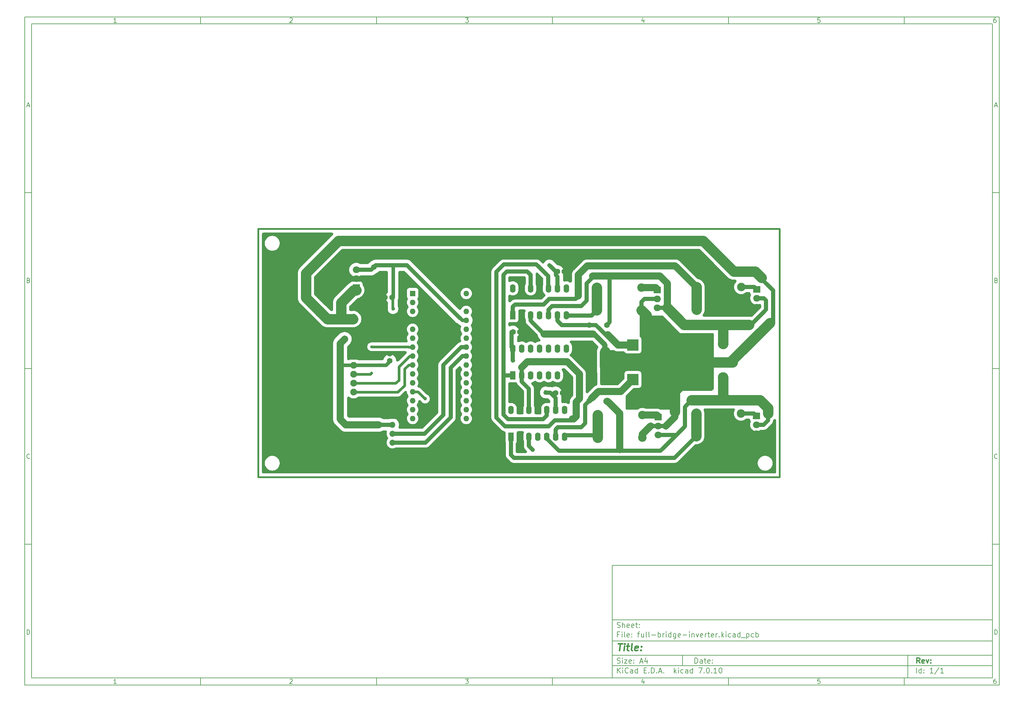
<source format=gbr>
%TF.GenerationSoftware,KiCad,Pcbnew,7.0.10*%
%TF.CreationDate,2024-06-15T06:46:59+07:00*%
%TF.ProjectId,full-bridge-inverter,66756c6c-2d62-4726-9964-67652d696e76,rev?*%
%TF.SameCoordinates,Original*%
%TF.FileFunction,Copper,L2,Bot*%
%TF.FilePolarity,Positive*%
%FSLAX46Y46*%
G04 Gerber Fmt 4.6, Leading zero omitted, Abs format (unit mm)*
G04 Created by KiCad (PCBNEW 7.0.10) date 2024-06-15 06:46:59*
%MOMM*%
%LPD*%
G01*
G04 APERTURE LIST*
%ADD10C,0.100000*%
%ADD11C,0.150000*%
%ADD12C,0.300000*%
%ADD13C,0.400000*%
%TA.AperFunction,NonConductor*%
%ADD14C,0.500000*%
%TD*%
%TA.AperFunction,ComponentPad*%
%ADD15C,2.400000*%
%TD*%
%TA.AperFunction,ComponentPad*%
%ADD16O,2.400000X2.400000*%
%TD*%
%TA.AperFunction,ComponentPad*%
%ADD17R,2.000000X1.905000*%
%TD*%
%TA.AperFunction,ComponentPad*%
%ADD18O,2.000000X1.905000*%
%TD*%
%TA.AperFunction,ComponentPad*%
%ADD19C,1.600000*%
%TD*%
%TA.AperFunction,ComponentPad*%
%ADD20R,3.200000X3.200000*%
%TD*%
%TA.AperFunction,ComponentPad*%
%ADD21O,3.200000X3.200000*%
%TD*%
%TA.AperFunction,ComponentPad*%
%ADD22C,3.000000*%
%TD*%
%TA.AperFunction,ComponentPad*%
%ADD23C,1.930400*%
%TD*%
%TA.AperFunction,ComponentPad*%
%ADD24R,1.930400X1.930400*%
%TD*%
%TA.AperFunction,ComponentPad*%
%ADD25R,1.700000X1.700000*%
%TD*%
%TA.AperFunction,ComponentPad*%
%ADD26O,1.700000X1.700000*%
%TD*%
%TA.AperFunction,ComponentPad*%
%ADD27R,1.600000X1.600000*%
%TD*%
%TA.AperFunction,ComponentPad*%
%ADD28O,1.600000X1.600000*%
%TD*%
%TA.AperFunction,ComponentPad*%
%ADD29R,1.600000X2.400000*%
%TD*%
%TA.AperFunction,ComponentPad*%
%ADD30O,1.600000X2.400000*%
%TD*%
%TA.AperFunction,ViaPad*%
%ADD31C,0.800000*%
%TD*%
%TA.AperFunction,ViaPad*%
%ADD32C,1.000000*%
%TD*%
%TA.AperFunction,Conductor*%
%ADD33C,3.000000*%
%TD*%
%TA.AperFunction,Conductor*%
%ADD34C,1.200000*%
%TD*%
%TA.AperFunction,Conductor*%
%ADD35C,2.000000*%
%TD*%
%TA.AperFunction,Conductor*%
%ADD36C,0.800000*%
%TD*%
%TA.AperFunction,Conductor*%
%ADD37C,1.000000*%
%TD*%
G04 APERTURE END LIST*
D10*
D11*
X177002200Y-166007200D02*
X285002200Y-166007200D01*
X285002200Y-198007200D01*
X177002200Y-198007200D01*
X177002200Y-166007200D01*
D10*
D11*
X10000000Y-10000000D02*
X287002200Y-10000000D01*
X287002200Y-200007200D01*
X10000000Y-200007200D01*
X10000000Y-10000000D01*
D10*
D11*
X12000000Y-12000000D02*
X285002200Y-12000000D01*
X285002200Y-198007200D01*
X12000000Y-198007200D01*
X12000000Y-12000000D01*
D10*
D11*
X60000000Y-12000000D02*
X60000000Y-10000000D01*
D10*
D11*
X110000000Y-12000000D02*
X110000000Y-10000000D01*
D10*
D11*
X160000000Y-12000000D02*
X160000000Y-10000000D01*
D10*
D11*
X210000000Y-12000000D02*
X210000000Y-10000000D01*
D10*
D11*
X260000000Y-12000000D02*
X260000000Y-10000000D01*
D10*
D11*
X36089160Y-11593604D02*
X35346303Y-11593604D01*
X35717731Y-11593604D02*
X35717731Y-10293604D01*
X35717731Y-10293604D02*
X35593922Y-10479319D01*
X35593922Y-10479319D02*
X35470112Y-10603128D01*
X35470112Y-10603128D02*
X35346303Y-10665033D01*
D10*
D11*
X85346303Y-10417414D02*
X85408207Y-10355509D01*
X85408207Y-10355509D02*
X85532017Y-10293604D01*
X85532017Y-10293604D02*
X85841541Y-10293604D01*
X85841541Y-10293604D02*
X85965350Y-10355509D01*
X85965350Y-10355509D02*
X86027255Y-10417414D01*
X86027255Y-10417414D02*
X86089160Y-10541223D01*
X86089160Y-10541223D02*
X86089160Y-10665033D01*
X86089160Y-10665033D02*
X86027255Y-10850747D01*
X86027255Y-10850747D02*
X85284398Y-11593604D01*
X85284398Y-11593604D02*
X86089160Y-11593604D01*
D10*
D11*
X135284398Y-10293604D02*
X136089160Y-10293604D01*
X136089160Y-10293604D02*
X135655826Y-10788842D01*
X135655826Y-10788842D02*
X135841541Y-10788842D01*
X135841541Y-10788842D02*
X135965350Y-10850747D01*
X135965350Y-10850747D02*
X136027255Y-10912652D01*
X136027255Y-10912652D02*
X136089160Y-11036461D01*
X136089160Y-11036461D02*
X136089160Y-11345985D01*
X136089160Y-11345985D02*
X136027255Y-11469795D01*
X136027255Y-11469795D02*
X135965350Y-11531700D01*
X135965350Y-11531700D02*
X135841541Y-11593604D01*
X135841541Y-11593604D02*
X135470112Y-11593604D01*
X135470112Y-11593604D02*
X135346303Y-11531700D01*
X135346303Y-11531700D02*
X135284398Y-11469795D01*
D10*
D11*
X185965350Y-10726938D02*
X185965350Y-11593604D01*
X185655826Y-10231700D02*
X185346303Y-11160271D01*
X185346303Y-11160271D02*
X186151064Y-11160271D01*
D10*
D11*
X236027255Y-10293604D02*
X235408207Y-10293604D01*
X235408207Y-10293604D02*
X235346303Y-10912652D01*
X235346303Y-10912652D02*
X235408207Y-10850747D01*
X235408207Y-10850747D02*
X235532017Y-10788842D01*
X235532017Y-10788842D02*
X235841541Y-10788842D01*
X235841541Y-10788842D02*
X235965350Y-10850747D01*
X235965350Y-10850747D02*
X236027255Y-10912652D01*
X236027255Y-10912652D02*
X236089160Y-11036461D01*
X236089160Y-11036461D02*
X236089160Y-11345985D01*
X236089160Y-11345985D02*
X236027255Y-11469795D01*
X236027255Y-11469795D02*
X235965350Y-11531700D01*
X235965350Y-11531700D02*
X235841541Y-11593604D01*
X235841541Y-11593604D02*
X235532017Y-11593604D01*
X235532017Y-11593604D02*
X235408207Y-11531700D01*
X235408207Y-11531700D02*
X235346303Y-11469795D01*
D10*
D11*
X285965350Y-10293604D02*
X285717731Y-10293604D01*
X285717731Y-10293604D02*
X285593922Y-10355509D01*
X285593922Y-10355509D02*
X285532017Y-10417414D01*
X285532017Y-10417414D02*
X285408207Y-10603128D01*
X285408207Y-10603128D02*
X285346303Y-10850747D01*
X285346303Y-10850747D02*
X285346303Y-11345985D01*
X285346303Y-11345985D02*
X285408207Y-11469795D01*
X285408207Y-11469795D02*
X285470112Y-11531700D01*
X285470112Y-11531700D02*
X285593922Y-11593604D01*
X285593922Y-11593604D02*
X285841541Y-11593604D01*
X285841541Y-11593604D02*
X285965350Y-11531700D01*
X285965350Y-11531700D02*
X286027255Y-11469795D01*
X286027255Y-11469795D02*
X286089160Y-11345985D01*
X286089160Y-11345985D02*
X286089160Y-11036461D01*
X286089160Y-11036461D02*
X286027255Y-10912652D01*
X286027255Y-10912652D02*
X285965350Y-10850747D01*
X285965350Y-10850747D02*
X285841541Y-10788842D01*
X285841541Y-10788842D02*
X285593922Y-10788842D01*
X285593922Y-10788842D02*
X285470112Y-10850747D01*
X285470112Y-10850747D02*
X285408207Y-10912652D01*
X285408207Y-10912652D02*
X285346303Y-11036461D01*
D10*
D11*
X60000000Y-198007200D02*
X60000000Y-200007200D01*
D10*
D11*
X110000000Y-198007200D02*
X110000000Y-200007200D01*
D10*
D11*
X160000000Y-198007200D02*
X160000000Y-200007200D01*
D10*
D11*
X210000000Y-198007200D02*
X210000000Y-200007200D01*
D10*
D11*
X260000000Y-198007200D02*
X260000000Y-200007200D01*
D10*
D11*
X36089160Y-199600804D02*
X35346303Y-199600804D01*
X35717731Y-199600804D02*
X35717731Y-198300804D01*
X35717731Y-198300804D02*
X35593922Y-198486519D01*
X35593922Y-198486519D02*
X35470112Y-198610328D01*
X35470112Y-198610328D02*
X35346303Y-198672233D01*
D10*
D11*
X85346303Y-198424614D02*
X85408207Y-198362709D01*
X85408207Y-198362709D02*
X85532017Y-198300804D01*
X85532017Y-198300804D02*
X85841541Y-198300804D01*
X85841541Y-198300804D02*
X85965350Y-198362709D01*
X85965350Y-198362709D02*
X86027255Y-198424614D01*
X86027255Y-198424614D02*
X86089160Y-198548423D01*
X86089160Y-198548423D02*
X86089160Y-198672233D01*
X86089160Y-198672233D02*
X86027255Y-198857947D01*
X86027255Y-198857947D02*
X85284398Y-199600804D01*
X85284398Y-199600804D02*
X86089160Y-199600804D01*
D10*
D11*
X135284398Y-198300804D02*
X136089160Y-198300804D01*
X136089160Y-198300804D02*
X135655826Y-198796042D01*
X135655826Y-198796042D02*
X135841541Y-198796042D01*
X135841541Y-198796042D02*
X135965350Y-198857947D01*
X135965350Y-198857947D02*
X136027255Y-198919852D01*
X136027255Y-198919852D02*
X136089160Y-199043661D01*
X136089160Y-199043661D02*
X136089160Y-199353185D01*
X136089160Y-199353185D02*
X136027255Y-199476995D01*
X136027255Y-199476995D02*
X135965350Y-199538900D01*
X135965350Y-199538900D02*
X135841541Y-199600804D01*
X135841541Y-199600804D02*
X135470112Y-199600804D01*
X135470112Y-199600804D02*
X135346303Y-199538900D01*
X135346303Y-199538900D02*
X135284398Y-199476995D01*
D10*
D11*
X185965350Y-198734138D02*
X185965350Y-199600804D01*
X185655826Y-198238900D02*
X185346303Y-199167471D01*
X185346303Y-199167471D02*
X186151064Y-199167471D01*
D10*
D11*
X236027255Y-198300804D02*
X235408207Y-198300804D01*
X235408207Y-198300804D02*
X235346303Y-198919852D01*
X235346303Y-198919852D02*
X235408207Y-198857947D01*
X235408207Y-198857947D02*
X235532017Y-198796042D01*
X235532017Y-198796042D02*
X235841541Y-198796042D01*
X235841541Y-198796042D02*
X235965350Y-198857947D01*
X235965350Y-198857947D02*
X236027255Y-198919852D01*
X236027255Y-198919852D02*
X236089160Y-199043661D01*
X236089160Y-199043661D02*
X236089160Y-199353185D01*
X236089160Y-199353185D02*
X236027255Y-199476995D01*
X236027255Y-199476995D02*
X235965350Y-199538900D01*
X235965350Y-199538900D02*
X235841541Y-199600804D01*
X235841541Y-199600804D02*
X235532017Y-199600804D01*
X235532017Y-199600804D02*
X235408207Y-199538900D01*
X235408207Y-199538900D02*
X235346303Y-199476995D01*
D10*
D11*
X285965350Y-198300804D02*
X285717731Y-198300804D01*
X285717731Y-198300804D02*
X285593922Y-198362709D01*
X285593922Y-198362709D02*
X285532017Y-198424614D01*
X285532017Y-198424614D02*
X285408207Y-198610328D01*
X285408207Y-198610328D02*
X285346303Y-198857947D01*
X285346303Y-198857947D02*
X285346303Y-199353185D01*
X285346303Y-199353185D02*
X285408207Y-199476995D01*
X285408207Y-199476995D02*
X285470112Y-199538900D01*
X285470112Y-199538900D02*
X285593922Y-199600804D01*
X285593922Y-199600804D02*
X285841541Y-199600804D01*
X285841541Y-199600804D02*
X285965350Y-199538900D01*
X285965350Y-199538900D02*
X286027255Y-199476995D01*
X286027255Y-199476995D02*
X286089160Y-199353185D01*
X286089160Y-199353185D02*
X286089160Y-199043661D01*
X286089160Y-199043661D02*
X286027255Y-198919852D01*
X286027255Y-198919852D02*
X285965350Y-198857947D01*
X285965350Y-198857947D02*
X285841541Y-198796042D01*
X285841541Y-198796042D02*
X285593922Y-198796042D01*
X285593922Y-198796042D02*
X285470112Y-198857947D01*
X285470112Y-198857947D02*
X285408207Y-198919852D01*
X285408207Y-198919852D02*
X285346303Y-199043661D01*
D10*
D11*
X10000000Y-60000000D02*
X12000000Y-60000000D01*
D10*
D11*
X10000000Y-110000000D02*
X12000000Y-110000000D01*
D10*
D11*
X10000000Y-160000000D02*
X12000000Y-160000000D01*
D10*
D11*
X10690476Y-35222176D02*
X11309523Y-35222176D01*
X10566666Y-35593604D02*
X10999999Y-34293604D01*
X10999999Y-34293604D02*
X11433333Y-35593604D01*
D10*
D11*
X11092857Y-84912652D02*
X11278571Y-84974557D01*
X11278571Y-84974557D02*
X11340476Y-85036461D01*
X11340476Y-85036461D02*
X11402380Y-85160271D01*
X11402380Y-85160271D02*
X11402380Y-85345985D01*
X11402380Y-85345985D02*
X11340476Y-85469795D01*
X11340476Y-85469795D02*
X11278571Y-85531700D01*
X11278571Y-85531700D02*
X11154761Y-85593604D01*
X11154761Y-85593604D02*
X10659523Y-85593604D01*
X10659523Y-85593604D02*
X10659523Y-84293604D01*
X10659523Y-84293604D02*
X11092857Y-84293604D01*
X11092857Y-84293604D02*
X11216666Y-84355509D01*
X11216666Y-84355509D02*
X11278571Y-84417414D01*
X11278571Y-84417414D02*
X11340476Y-84541223D01*
X11340476Y-84541223D02*
X11340476Y-84665033D01*
X11340476Y-84665033D02*
X11278571Y-84788842D01*
X11278571Y-84788842D02*
X11216666Y-84850747D01*
X11216666Y-84850747D02*
X11092857Y-84912652D01*
X11092857Y-84912652D02*
X10659523Y-84912652D01*
D10*
D11*
X11402380Y-135469795D02*
X11340476Y-135531700D01*
X11340476Y-135531700D02*
X11154761Y-135593604D01*
X11154761Y-135593604D02*
X11030952Y-135593604D01*
X11030952Y-135593604D02*
X10845238Y-135531700D01*
X10845238Y-135531700D02*
X10721428Y-135407890D01*
X10721428Y-135407890D02*
X10659523Y-135284080D01*
X10659523Y-135284080D02*
X10597619Y-135036461D01*
X10597619Y-135036461D02*
X10597619Y-134850747D01*
X10597619Y-134850747D02*
X10659523Y-134603128D01*
X10659523Y-134603128D02*
X10721428Y-134479319D01*
X10721428Y-134479319D02*
X10845238Y-134355509D01*
X10845238Y-134355509D02*
X11030952Y-134293604D01*
X11030952Y-134293604D02*
X11154761Y-134293604D01*
X11154761Y-134293604D02*
X11340476Y-134355509D01*
X11340476Y-134355509D02*
X11402380Y-134417414D01*
D10*
D11*
X10659523Y-185593604D02*
X10659523Y-184293604D01*
X10659523Y-184293604D02*
X10969047Y-184293604D01*
X10969047Y-184293604D02*
X11154761Y-184355509D01*
X11154761Y-184355509D02*
X11278571Y-184479319D01*
X11278571Y-184479319D02*
X11340476Y-184603128D01*
X11340476Y-184603128D02*
X11402380Y-184850747D01*
X11402380Y-184850747D02*
X11402380Y-185036461D01*
X11402380Y-185036461D02*
X11340476Y-185284080D01*
X11340476Y-185284080D02*
X11278571Y-185407890D01*
X11278571Y-185407890D02*
X11154761Y-185531700D01*
X11154761Y-185531700D02*
X10969047Y-185593604D01*
X10969047Y-185593604D02*
X10659523Y-185593604D01*
D10*
D11*
X287002200Y-60000000D02*
X285002200Y-60000000D01*
D10*
D11*
X287002200Y-110000000D02*
X285002200Y-110000000D01*
D10*
D11*
X287002200Y-160000000D02*
X285002200Y-160000000D01*
D10*
D11*
X285692676Y-35222176D02*
X286311723Y-35222176D01*
X285568866Y-35593604D02*
X286002199Y-34293604D01*
X286002199Y-34293604D02*
X286435533Y-35593604D01*
D10*
D11*
X286095057Y-84912652D02*
X286280771Y-84974557D01*
X286280771Y-84974557D02*
X286342676Y-85036461D01*
X286342676Y-85036461D02*
X286404580Y-85160271D01*
X286404580Y-85160271D02*
X286404580Y-85345985D01*
X286404580Y-85345985D02*
X286342676Y-85469795D01*
X286342676Y-85469795D02*
X286280771Y-85531700D01*
X286280771Y-85531700D02*
X286156961Y-85593604D01*
X286156961Y-85593604D02*
X285661723Y-85593604D01*
X285661723Y-85593604D02*
X285661723Y-84293604D01*
X285661723Y-84293604D02*
X286095057Y-84293604D01*
X286095057Y-84293604D02*
X286218866Y-84355509D01*
X286218866Y-84355509D02*
X286280771Y-84417414D01*
X286280771Y-84417414D02*
X286342676Y-84541223D01*
X286342676Y-84541223D02*
X286342676Y-84665033D01*
X286342676Y-84665033D02*
X286280771Y-84788842D01*
X286280771Y-84788842D02*
X286218866Y-84850747D01*
X286218866Y-84850747D02*
X286095057Y-84912652D01*
X286095057Y-84912652D02*
X285661723Y-84912652D01*
D10*
D11*
X286404580Y-135469795D02*
X286342676Y-135531700D01*
X286342676Y-135531700D02*
X286156961Y-135593604D01*
X286156961Y-135593604D02*
X286033152Y-135593604D01*
X286033152Y-135593604D02*
X285847438Y-135531700D01*
X285847438Y-135531700D02*
X285723628Y-135407890D01*
X285723628Y-135407890D02*
X285661723Y-135284080D01*
X285661723Y-135284080D02*
X285599819Y-135036461D01*
X285599819Y-135036461D02*
X285599819Y-134850747D01*
X285599819Y-134850747D02*
X285661723Y-134603128D01*
X285661723Y-134603128D02*
X285723628Y-134479319D01*
X285723628Y-134479319D02*
X285847438Y-134355509D01*
X285847438Y-134355509D02*
X286033152Y-134293604D01*
X286033152Y-134293604D02*
X286156961Y-134293604D01*
X286156961Y-134293604D02*
X286342676Y-134355509D01*
X286342676Y-134355509D02*
X286404580Y-134417414D01*
D10*
D11*
X285661723Y-185593604D02*
X285661723Y-184293604D01*
X285661723Y-184293604D02*
X285971247Y-184293604D01*
X285971247Y-184293604D02*
X286156961Y-184355509D01*
X286156961Y-184355509D02*
X286280771Y-184479319D01*
X286280771Y-184479319D02*
X286342676Y-184603128D01*
X286342676Y-184603128D02*
X286404580Y-184850747D01*
X286404580Y-184850747D02*
X286404580Y-185036461D01*
X286404580Y-185036461D02*
X286342676Y-185284080D01*
X286342676Y-185284080D02*
X286280771Y-185407890D01*
X286280771Y-185407890D02*
X286156961Y-185531700D01*
X286156961Y-185531700D02*
X285971247Y-185593604D01*
X285971247Y-185593604D02*
X285661723Y-185593604D01*
D10*
D11*
X200458026Y-193793328D02*
X200458026Y-192293328D01*
X200458026Y-192293328D02*
X200815169Y-192293328D01*
X200815169Y-192293328D02*
X201029455Y-192364757D01*
X201029455Y-192364757D02*
X201172312Y-192507614D01*
X201172312Y-192507614D02*
X201243741Y-192650471D01*
X201243741Y-192650471D02*
X201315169Y-192936185D01*
X201315169Y-192936185D02*
X201315169Y-193150471D01*
X201315169Y-193150471D02*
X201243741Y-193436185D01*
X201243741Y-193436185D02*
X201172312Y-193579042D01*
X201172312Y-193579042D02*
X201029455Y-193721900D01*
X201029455Y-193721900D02*
X200815169Y-193793328D01*
X200815169Y-193793328D02*
X200458026Y-193793328D01*
X202600884Y-193793328D02*
X202600884Y-193007614D01*
X202600884Y-193007614D02*
X202529455Y-192864757D01*
X202529455Y-192864757D02*
X202386598Y-192793328D01*
X202386598Y-192793328D02*
X202100884Y-192793328D01*
X202100884Y-192793328D02*
X201958026Y-192864757D01*
X202600884Y-193721900D02*
X202458026Y-193793328D01*
X202458026Y-193793328D02*
X202100884Y-193793328D01*
X202100884Y-193793328D02*
X201958026Y-193721900D01*
X201958026Y-193721900D02*
X201886598Y-193579042D01*
X201886598Y-193579042D02*
X201886598Y-193436185D01*
X201886598Y-193436185D02*
X201958026Y-193293328D01*
X201958026Y-193293328D02*
X202100884Y-193221900D01*
X202100884Y-193221900D02*
X202458026Y-193221900D01*
X202458026Y-193221900D02*
X202600884Y-193150471D01*
X203100884Y-192793328D02*
X203672312Y-192793328D01*
X203315169Y-192293328D02*
X203315169Y-193579042D01*
X203315169Y-193579042D02*
X203386598Y-193721900D01*
X203386598Y-193721900D02*
X203529455Y-193793328D01*
X203529455Y-193793328D02*
X203672312Y-193793328D01*
X204743741Y-193721900D02*
X204600884Y-193793328D01*
X204600884Y-193793328D02*
X204315170Y-193793328D01*
X204315170Y-193793328D02*
X204172312Y-193721900D01*
X204172312Y-193721900D02*
X204100884Y-193579042D01*
X204100884Y-193579042D02*
X204100884Y-193007614D01*
X204100884Y-193007614D02*
X204172312Y-192864757D01*
X204172312Y-192864757D02*
X204315170Y-192793328D01*
X204315170Y-192793328D02*
X204600884Y-192793328D01*
X204600884Y-192793328D02*
X204743741Y-192864757D01*
X204743741Y-192864757D02*
X204815170Y-193007614D01*
X204815170Y-193007614D02*
X204815170Y-193150471D01*
X204815170Y-193150471D02*
X204100884Y-193293328D01*
X205458026Y-193650471D02*
X205529455Y-193721900D01*
X205529455Y-193721900D02*
X205458026Y-193793328D01*
X205458026Y-193793328D02*
X205386598Y-193721900D01*
X205386598Y-193721900D02*
X205458026Y-193650471D01*
X205458026Y-193650471D02*
X205458026Y-193793328D01*
X205458026Y-192864757D02*
X205529455Y-192936185D01*
X205529455Y-192936185D02*
X205458026Y-193007614D01*
X205458026Y-193007614D02*
X205386598Y-192936185D01*
X205386598Y-192936185D02*
X205458026Y-192864757D01*
X205458026Y-192864757D02*
X205458026Y-193007614D01*
D10*
D11*
X177002200Y-194507200D02*
X285002200Y-194507200D01*
D10*
D11*
X178458026Y-196593328D02*
X178458026Y-195093328D01*
X179315169Y-196593328D02*
X178672312Y-195736185D01*
X179315169Y-195093328D02*
X178458026Y-195950471D01*
X179958026Y-196593328D02*
X179958026Y-195593328D01*
X179958026Y-195093328D02*
X179886598Y-195164757D01*
X179886598Y-195164757D02*
X179958026Y-195236185D01*
X179958026Y-195236185D02*
X180029455Y-195164757D01*
X180029455Y-195164757D02*
X179958026Y-195093328D01*
X179958026Y-195093328D02*
X179958026Y-195236185D01*
X181529455Y-196450471D02*
X181458027Y-196521900D01*
X181458027Y-196521900D02*
X181243741Y-196593328D01*
X181243741Y-196593328D02*
X181100884Y-196593328D01*
X181100884Y-196593328D02*
X180886598Y-196521900D01*
X180886598Y-196521900D02*
X180743741Y-196379042D01*
X180743741Y-196379042D02*
X180672312Y-196236185D01*
X180672312Y-196236185D02*
X180600884Y-195950471D01*
X180600884Y-195950471D02*
X180600884Y-195736185D01*
X180600884Y-195736185D02*
X180672312Y-195450471D01*
X180672312Y-195450471D02*
X180743741Y-195307614D01*
X180743741Y-195307614D02*
X180886598Y-195164757D01*
X180886598Y-195164757D02*
X181100884Y-195093328D01*
X181100884Y-195093328D02*
X181243741Y-195093328D01*
X181243741Y-195093328D02*
X181458027Y-195164757D01*
X181458027Y-195164757D02*
X181529455Y-195236185D01*
X182815170Y-196593328D02*
X182815170Y-195807614D01*
X182815170Y-195807614D02*
X182743741Y-195664757D01*
X182743741Y-195664757D02*
X182600884Y-195593328D01*
X182600884Y-195593328D02*
X182315170Y-195593328D01*
X182315170Y-195593328D02*
X182172312Y-195664757D01*
X182815170Y-196521900D02*
X182672312Y-196593328D01*
X182672312Y-196593328D02*
X182315170Y-196593328D01*
X182315170Y-196593328D02*
X182172312Y-196521900D01*
X182172312Y-196521900D02*
X182100884Y-196379042D01*
X182100884Y-196379042D02*
X182100884Y-196236185D01*
X182100884Y-196236185D02*
X182172312Y-196093328D01*
X182172312Y-196093328D02*
X182315170Y-196021900D01*
X182315170Y-196021900D02*
X182672312Y-196021900D01*
X182672312Y-196021900D02*
X182815170Y-195950471D01*
X184172313Y-196593328D02*
X184172313Y-195093328D01*
X184172313Y-196521900D02*
X184029455Y-196593328D01*
X184029455Y-196593328D02*
X183743741Y-196593328D01*
X183743741Y-196593328D02*
X183600884Y-196521900D01*
X183600884Y-196521900D02*
X183529455Y-196450471D01*
X183529455Y-196450471D02*
X183458027Y-196307614D01*
X183458027Y-196307614D02*
X183458027Y-195879042D01*
X183458027Y-195879042D02*
X183529455Y-195736185D01*
X183529455Y-195736185D02*
X183600884Y-195664757D01*
X183600884Y-195664757D02*
X183743741Y-195593328D01*
X183743741Y-195593328D02*
X184029455Y-195593328D01*
X184029455Y-195593328D02*
X184172313Y-195664757D01*
X186029455Y-195807614D02*
X186529455Y-195807614D01*
X186743741Y-196593328D02*
X186029455Y-196593328D01*
X186029455Y-196593328D02*
X186029455Y-195093328D01*
X186029455Y-195093328D02*
X186743741Y-195093328D01*
X187386598Y-196450471D02*
X187458027Y-196521900D01*
X187458027Y-196521900D02*
X187386598Y-196593328D01*
X187386598Y-196593328D02*
X187315170Y-196521900D01*
X187315170Y-196521900D02*
X187386598Y-196450471D01*
X187386598Y-196450471D02*
X187386598Y-196593328D01*
X188100884Y-196593328D02*
X188100884Y-195093328D01*
X188100884Y-195093328D02*
X188458027Y-195093328D01*
X188458027Y-195093328D02*
X188672313Y-195164757D01*
X188672313Y-195164757D02*
X188815170Y-195307614D01*
X188815170Y-195307614D02*
X188886599Y-195450471D01*
X188886599Y-195450471D02*
X188958027Y-195736185D01*
X188958027Y-195736185D02*
X188958027Y-195950471D01*
X188958027Y-195950471D02*
X188886599Y-196236185D01*
X188886599Y-196236185D02*
X188815170Y-196379042D01*
X188815170Y-196379042D02*
X188672313Y-196521900D01*
X188672313Y-196521900D02*
X188458027Y-196593328D01*
X188458027Y-196593328D02*
X188100884Y-196593328D01*
X189600884Y-196450471D02*
X189672313Y-196521900D01*
X189672313Y-196521900D02*
X189600884Y-196593328D01*
X189600884Y-196593328D02*
X189529456Y-196521900D01*
X189529456Y-196521900D02*
X189600884Y-196450471D01*
X189600884Y-196450471D02*
X189600884Y-196593328D01*
X190243742Y-196164757D02*
X190958028Y-196164757D01*
X190100885Y-196593328D02*
X190600885Y-195093328D01*
X190600885Y-195093328D02*
X191100885Y-196593328D01*
X191600884Y-196450471D02*
X191672313Y-196521900D01*
X191672313Y-196521900D02*
X191600884Y-196593328D01*
X191600884Y-196593328D02*
X191529456Y-196521900D01*
X191529456Y-196521900D02*
X191600884Y-196450471D01*
X191600884Y-196450471D02*
X191600884Y-196593328D01*
X194600884Y-196593328D02*
X194600884Y-195093328D01*
X194743742Y-196021900D02*
X195172313Y-196593328D01*
X195172313Y-195593328D02*
X194600884Y-196164757D01*
X195815170Y-196593328D02*
X195815170Y-195593328D01*
X195815170Y-195093328D02*
X195743742Y-195164757D01*
X195743742Y-195164757D02*
X195815170Y-195236185D01*
X195815170Y-195236185D02*
X195886599Y-195164757D01*
X195886599Y-195164757D02*
X195815170Y-195093328D01*
X195815170Y-195093328D02*
X195815170Y-195236185D01*
X197172314Y-196521900D02*
X197029456Y-196593328D01*
X197029456Y-196593328D02*
X196743742Y-196593328D01*
X196743742Y-196593328D02*
X196600885Y-196521900D01*
X196600885Y-196521900D02*
X196529456Y-196450471D01*
X196529456Y-196450471D02*
X196458028Y-196307614D01*
X196458028Y-196307614D02*
X196458028Y-195879042D01*
X196458028Y-195879042D02*
X196529456Y-195736185D01*
X196529456Y-195736185D02*
X196600885Y-195664757D01*
X196600885Y-195664757D02*
X196743742Y-195593328D01*
X196743742Y-195593328D02*
X197029456Y-195593328D01*
X197029456Y-195593328D02*
X197172314Y-195664757D01*
X198458028Y-196593328D02*
X198458028Y-195807614D01*
X198458028Y-195807614D02*
X198386599Y-195664757D01*
X198386599Y-195664757D02*
X198243742Y-195593328D01*
X198243742Y-195593328D02*
X197958028Y-195593328D01*
X197958028Y-195593328D02*
X197815170Y-195664757D01*
X198458028Y-196521900D02*
X198315170Y-196593328D01*
X198315170Y-196593328D02*
X197958028Y-196593328D01*
X197958028Y-196593328D02*
X197815170Y-196521900D01*
X197815170Y-196521900D02*
X197743742Y-196379042D01*
X197743742Y-196379042D02*
X197743742Y-196236185D01*
X197743742Y-196236185D02*
X197815170Y-196093328D01*
X197815170Y-196093328D02*
X197958028Y-196021900D01*
X197958028Y-196021900D02*
X198315170Y-196021900D01*
X198315170Y-196021900D02*
X198458028Y-195950471D01*
X199815171Y-196593328D02*
X199815171Y-195093328D01*
X199815171Y-196521900D02*
X199672313Y-196593328D01*
X199672313Y-196593328D02*
X199386599Y-196593328D01*
X199386599Y-196593328D02*
X199243742Y-196521900D01*
X199243742Y-196521900D02*
X199172313Y-196450471D01*
X199172313Y-196450471D02*
X199100885Y-196307614D01*
X199100885Y-196307614D02*
X199100885Y-195879042D01*
X199100885Y-195879042D02*
X199172313Y-195736185D01*
X199172313Y-195736185D02*
X199243742Y-195664757D01*
X199243742Y-195664757D02*
X199386599Y-195593328D01*
X199386599Y-195593328D02*
X199672313Y-195593328D01*
X199672313Y-195593328D02*
X199815171Y-195664757D01*
X201529456Y-195093328D02*
X202529456Y-195093328D01*
X202529456Y-195093328D02*
X201886599Y-196593328D01*
X203100884Y-196450471D02*
X203172313Y-196521900D01*
X203172313Y-196521900D02*
X203100884Y-196593328D01*
X203100884Y-196593328D02*
X203029456Y-196521900D01*
X203029456Y-196521900D02*
X203100884Y-196450471D01*
X203100884Y-196450471D02*
X203100884Y-196593328D01*
X204100885Y-195093328D02*
X204243742Y-195093328D01*
X204243742Y-195093328D02*
X204386599Y-195164757D01*
X204386599Y-195164757D02*
X204458028Y-195236185D01*
X204458028Y-195236185D02*
X204529456Y-195379042D01*
X204529456Y-195379042D02*
X204600885Y-195664757D01*
X204600885Y-195664757D02*
X204600885Y-196021900D01*
X204600885Y-196021900D02*
X204529456Y-196307614D01*
X204529456Y-196307614D02*
X204458028Y-196450471D01*
X204458028Y-196450471D02*
X204386599Y-196521900D01*
X204386599Y-196521900D02*
X204243742Y-196593328D01*
X204243742Y-196593328D02*
X204100885Y-196593328D01*
X204100885Y-196593328D02*
X203958028Y-196521900D01*
X203958028Y-196521900D02*
X203886599Y-196450471D01*
X203886599Y-196450471D02*
X203815170Y-196307614D01*
X203815170Y-196307614D02*
X203743742Y-196021900D01*
X203743742Y-196021900D02*
X203743742Y-195664757D01*
X203743742Y-195664757D02*
X203815170Y-195379042D01*
X203815170Y-195379042D02*
X203886599Y-195236185D01*
X203886599Y-195236185D02*
X203958028Y-195164757D01*
X203958028Y-195164757D02*
X204100885Y-195093328D01*
X205243741Y-196450471D02*
X205315170Y-196521900D01*
X205315170Y-196521900D02*
X205243741Y-196593328D01*
X205243741Y-196593328D02*
X205172313Y-196521900D01*
X205172313Y-196521900D02*
X205243741Y-196450471D01*
X205243741Y-196450471D02*
X205243741Y-196593328D01*
X206743742Y-196593328D02*
X205886599Y-196593328D01*
X206315170Y-196593328D02*
X206315170Y-195093328D01*
X206315170Y-195093328D02*
X206172313Y-195307614D01*
X206172313Y-195307614D02*
X206029456Y-195450471D01*
X206029456Y-195450471D02*
X205886599Y-195521900D01*
X207672313Y-195093328D02*
X207815170Y-195093328D01*
X207815170Y-195093328D02*
X207958027Y-195164757D01*
X207958027Y-195164757D02*
X208029456Y-195236185D01*
X208029456Y-195236185D02*
X208100884Y-195379042D01*
X208100884Y-195379042D02*
X208172313Y-195664757D01*
X208172313Y-195664757D02*
X208172313Y-196021900D01*
X208172313Y-196021900D02*
X208100884Y-196307614D01*
X208100884Y-196307614D02*
X208029456Y-196450471D01*
X208029456Y-196450471D02*
X207958027Y-196521900D01*
X207958027Y-196521900D02*
X207815170Y-196593328D01*
X207815170Y-196593328D02*
X207672313Y-196593328D01*
X207672313Y-196593328D02*
X207529456Y-196521900D01*
X207529456Y-196521900D02*
X207458027Y-196450471D01*
X207458027Y-196450471D02*
X207386598Y-196307614D01*
X207386598Y-196307614D02*
X207315170Y-196021900D01*
X207315170Y-196021900D02*
X207315170Y-195664757D01*
X207315170Y-195664757D02*
X207386598Y-195379042D01*
X207386598Y-195379042D02*
X207458027Y-195236185D01*
X207458027Y-195236185D02*
X207529456Y-195164757D01*
X207529456Y-195164757D02*
X207672313Y-195093328D01*
D10*
D11*
X177002200Y-191507200D02*
X285002200Y-191507200D01*
D10*
D12*
X264413853Y-193785528D02*
X263913853Y-193071242D01*
X263556710Y-193785528D02*
X263556710Y-192285528D01*
X263556710Y-192285528D02*
X264128139Y-192285528D01*
X264128139Y-192285528D02*
X264270996Y-192356957D01*
X264270996Y-192356957D02*
X264342425Y-192428385D01*
X264342425Y-192428385D02*
X264413853Y-192571242D01*
X264413853Y-192571242D02*
X264413853Y-192785528D01*
X264413853Y-192785528D02*
X264342425Y-192928385D01*
X264342425Y-192928385D02*
X264270996Y-192999814D01*
X264270996Y-192999814D02*
X264128139Y-193071242D01*
X264128139Y-193071242D02*
X263556710Y-193071242D01*
X265628139Y-193714100D02*
X265485282Y-193785528D01*
X265485282Y-193785528D02*
X265199568Y-193785528D01*
X265199568Y-193785528D02*
X265056710Y-193714100D01*
X265056710Y-193714100D02*
X264985282Y-193571242D01*
X264985282Y-193571242D02*
X264985282Y-192999814D01*
X264985282Y-192999814D02*
X265056710Y-192856957D01*
X265056710Y-192856957D02*
X265199568Y-192785528D01*
X265199568Y-192785528D02*
X265485282Y-192785528D01*
X265485282Y-192785528D02*
X265628139Y-192856957D01*
X265628139Y-192856957D02*
X265699568Y-192999814D01*
X265699568Y-192999814D02*
X265699568Y-193142671D01*
X265699568Y-193142671D02*
X264985282Y-193285528D01*
X266199567Y-192785528D02*
X266556710Y-193785528D01*
X266556710Y-193785528D02*
X266913853Y-192785528D01*
X267485281Y-193642671D02*
X267556710Y-193714100D01*
X267556710Y-193714100D02*
X267485281Y-193785528D01*
X267485281Y-193785528D02*
X267413853Y-193714100D01*
X267413853Y-193714100D02*
X267485281Y-193642671D01*
X267485281Y-193642671D02*
X267485281Y-193785528D01*
X267485281Y-192856957D02*
X267556710Y-192928385D01*
X267556710Y-192928385D02*
X267485281Y-192999814D01*
X267485281Y-192999814D02*
X267413853Y-192928385D01*
X267413853Y-192928385D02*
X267485281Y-192856957D01*
X267485281Y-192856957D02*
X267485281Y-192999814D01*
D10*
D11*
X178386598Y-193721900D02*
X178600884Y-193793328D01*
X178600884Y-193793328D02*
X178958026Y-193793328D01*
X178958026Y-193793328D02*
X179100884Y-193721900D01*
X179100884Y-193721900D02*
X179172312Y-193650471D01*
X179172312Y-193650471D02*
X179243741Y-193507614D01*
X179243741Y-193507614D02*
X179243741Y-193364757D01*
X179243741Y-193364757D02*
X179172312Y-193221900D01*
X179172312Y-193221900D02*
X179100884Y-193150471D01*
X179100884Y-193150471D02*
X178958026Y-193079042D01*
X178958026Y-193079042D02*
X178672312Y-193007614D01*
X178672312Y-193007614D02*
X178529455Y-192936185D01*
X178529455Y-192936185D02*
X178458026Y-192864757D01*
X178458026Y-192864757D02*
X178386598Y-192721900D01*
X178386598Y-192721900D02*
X178386598Y-192579042D01*
X178386598Y-192579042D02*
X178458026Y-192436185D01*
X178458026Y-192436185D02*
X178529455Y-192364757D01*
X178529455Y-192364757D02*
X178672312Y-192293328D01*
X178672312Y-192293328D02*
X179029455Y-192293328D01*
X179029455Y-192293328D02*
X179243741Y-192364757D01*
X179886597Y-193793328D02*
X179886597Y-192793328D01*
X179886597Y-192293328D02*
X179815169Y-192364757D01*
X179815169Y-192364757D02*
X179886597Y-192436185D01*
X179886597Y-192436185D02*
X179958026Y-192364757D01*
X179958026Y-192364757D02*
X179886597Y-192293328D01*
X179886597Y-192293328D02*
X179886597Y-192436185D01*
X180458026Y-192793328D02*
X181243741Y-192793328D01*
X181243741Y-192793328D02*
X180458026Y-193793328D01*
X180458026Y-193793328D02*
X181243741Y-193793328D01*
X182386598Y-193721900D02*
X182243741Y-193793328D01*
X182243741Y-193793328D02*
X181958027Y-193793328D01*
X181958027Y-193793328D02*
X181815169Y-193721900D01*
X181815169Y-193721900D02*
X181743741Y-193579042D01*
X181743741Y-193579042D02*
X181743741Y-193007614D01*
X181743741Y-193007614D02*
X181815169Y-192864757D01*
X181815169Y-192864757D02*
X181958027Y-192793328D01*
X181958027Y-192793328D02*
X182243741Y-192793328D01*
X182243741Y-192793328D02*
X182386598Y-192864757D01*
X182386598Y-192864757D02*
X182458027Y-193007614D01*
X182458027Y-193007614D02*
X182458027Y-193150471D01*
X182458027Y-193150471D02*
X181743741Y-193293328D01*
X183100883Y-193650471D02*
X183172312Y-193721900D01*
X183172312Y-193721900D02*
X183100883Y-193793328D01*
X183100883Y-193793328D02*
X183029455Y-193721900D01*
X183029455Y-193721900D02*
X183100883Y-193650471D01*
X183100883Y-193650471D02*
X183100883Y-193793328D01*
X183100883Y-192864757D02*
X183172312Y-192936185D01*
X183172312Y-192936185D02*
X183100883Y-193007614D01*
X183100883Y-193007614D02*
X183029455Y-192936185D01*
X183029455Y-192936185D02*
X183100883Y-192864757D01*
X183100883Y-192864757D02*
X183100883Y-193007614D01*
X184886598Y-193364757D02*
X185600884Y-193364757D01*
X184743741Y-193793328D02*
X185243741Y-192293328D01*
X185243741Y-192293328D02*
X185743741Y-193793328D01*
X186886598Y-192793328D02*
X186886598Y-193793328D01*
X186529455Y-192221900D02*
X186172312Y-193293328D01*
X186172312Y-193293328D02*
X187100883Y-193293328D01*
D10*
D11*
X263458026Y-196593328D02*
X263458026Y-195093328D01*
X264815170Y-196593328D02*
X264815170Y-195093328D01*
X264815170Y-196521900D02*
X264672312Y-196593328D01*
X264672312Y-196593328D02*
X264386598Y-196593328D01*
X264386598Y-196593328D02*
X264243741Y-196521900D01*
X264243741Y-196521900D02*
X264172312Y-196450471D01*
X264172312Y-196450471D02*
X264100884Y-196307614D01*
X264100884Y-196307614D02*
X264100884Y-195879042D01*
X264100884Y-195879042D02*
X264172312Y-195736185D01*
X264172312Y-195736185D02*
X264243741Y-195664757D01*
X264243741Y-195664757D02*
X264386598Y-195593328D01*
X264386598Y-195593328D02*
X264672312Y-195593328D01*
X264672312Y-195593328D02*
X264815170Y-195664757D01*
X265529455Y-196450471D02*
X265600884Y-196521900D01*
X265600884Y-196521900D02*
X265529455Y-196593328D01*
X265529455Y-196593328D02*
X265458027Y-196521900D01*
X265458027Y-196521900D02*
X265529455Y-196450471D01*
X265529455Y-196450471D02*
X265529455Y-196593328D01*
X265529455Y-195664757D02*
X265600884Y-195736185D01*
X265600884Y-195736185D02*
X265529455Y-195807614D01*
X265529455Y-195807614D02*
X265458027Y-195736185D01*
X265458027Y-195736185D02*
X265529455Y-195664757D01*
X265529455Y-195664757D02*
X265529455Y-195807614D01*
X268172313Y-196593328D02*
X267315170Y-196593328D01*
X267743741Y-196593328D02*
X267743741Y-195093328D01*
X267743741Y-195093328D02*
X267600884Y-195307614D01*
X267600884Y-195307614D02*
X267458027Y-195450471D01*
X267458027Y-195450471D02*
X267315170Y-195521900D01*
X269886598Y-195021900D02*
X268600884Y-196950471D01*
X271172313Y-196593328D02*
X270315170Y-196593328D01*
X270743741Y-196593328D02*
X270743741Y-195093328D01*
X270743741Y-195093328D02*
X270600884Y-195307614D01*
X270600884Y-195307614D02*
X270458027Y-195450471D01*
X270458027Y-195450471D02*
X270315170Y-195521900D01*
D10*
D11*
X177002200Y-187507200D02*
X285002200Y-187507200D01*
D10*
D13*
X178693928Y-188211638D02*
X179836785Y-188211638D01*
X179015357Y-190211638D02*
X179265357Y-188211638D01*
X180253452Y-190211638D02*
X180420119Y-188878304D01*
X180503452Y-188211638D02*
X180396309Y-188306876D01*
X180396309Y-188306876D02*
X180479643Y-188402114D01*
X180479643Y-188402114D02*
X180586786Y-188306876D01*
X180586786Y-188306876D02*
X180503452Y-188211638D01*
X180503452Y-188211638D02*
X180479643Y-188402114D01*
X181086786Y-188878304D02*
X181848690Y-188878304D01*
X181455833Y-188211638D02*
X181241548Y-189925923D01*
X181241548Y-189925923D02*
X181312976Y-190116400D01*
X181312976Y-190116400D02*
X181491548Y-190211638D01*
X181491548Y-190211638D02*
X181682024Y-190211638D01*
X182634405Y-190211638D02*
X182455833Y-190116400D01*
X182455833Y-190116400D02*
X182384405Y-189925923D01*
X182384405Y-189925923D02*
X182598690Y-188211638D01*
X184170119Y-190116400D02*
X183967738Y-190211638D01*
X183967738Y-190211638D02*
X183586785Y-190211638D01*
X183586785Y-190211638D02*
X183408214Y-190116400D01*
X183408214Y-190116400D02*
X183336785Y-189925923D01*
X183336785Y-189925923D02*
X183432024Y-189164019D01*
X183432024Y-189164019D02*
X183551071Y-188973542D01*
X183551071Y-188973542D02*
X183753452Y-188878304D01*
X183753452Y-188878304D02*
X184134404Y-188878304D01*
X184134404Y-188878304D02*
X184312976Y-188973542D01*
X184312976Y-188973542D02*
X184384404Y-189164019D01*
X184384404Y-189164019D02*
X184360595Y-189354495D01*
X184360595Y-189354495D02*
X183384404Y-189544971D01*
X185134405Y-190021161D02*
X185217738Y-190116400D01*
X185217738Y-190116400D02*
X185110595Y-190211638D01*
X185110595Y-190211638D02*
X185027262Y-190116400D01*
X185027262Y-190116400D02*
X185134405Y-190021161D01*
X185134405Y-190021161D02*
X185110595Y-190211638D01*
X185265357Y-188973542D02*
X185348690Y-189068780D01*
X185348690Y-189068780D02*
X185241548Y-189164019D01*
X185241548Y-189164019D02*
X185158214Y-189068780D01*
X185158214Y-189068780D02*
X185265357Y-188973542D01*
X185265357Y-188973542D02*
X185241548Y-189164019D01*
D10*
D11*
X178958026Y-185607614D02*
X178458026Y-185607614D01*
X178458026Y-186393328D02*
X178458026Y-184893328D01*
X178458026Y-184893328D02*
X179172312Y-184893328D01*
X179743740Y-186393328D02*
X179743740Y-185393328D01*
X179743740Y-184893328D02*
X179672312Y-184964757D01*
X179672312Y-184964757D02*
X179743740Y-185036185D01*
X179743740Y-185036185D02*
X179815169Y-184964757D01*
X179815169Y-184964757D02*
X179743740Y-184893328D01*
X179743740Y-184893328D02*
X179743740Y-185036185D01*
X180672312Y-186393328D02*
X180529455Y-186321900D01*
X180529455Y-186321900D02*
X180458026Y-186179042D01*
X180458026Y-186179042D02*
X180458026Y-184893328D01*
X181815169Y-186321900D02*
X181672312Y-186393328D01*
X181672312Y-186393328D02*
X181386598Y-186393328D01*
X181386598Y-186393328D02*
X181243740Y-186321900D01*
X181243740Y-186321900D02*
X181172312Y-186179042D01*
X181172312Y-186179042D02*
X181172312Y-185607614D01*
X181172312Y-185607614D02*
X181243740Y-185464757D01*
X181243740Y-185464757D02*
X181386598Y-185393328D01*
X181386598Y-185393328D02*
X181672312Y-185393328D01*
X181672312Y-185393328D02*
X181815169Y-185464757D01*
X181815169Y-185464757D02*
X181886598Y-185607614D01*
X181886598Y-185607614D02*
X181886598Y-185750471D01*
X181886598Y-185750471D02*
X181172312Y-185893328D01*
X182529454Y-186250471D02*
X182600883Y-186321900D01*
X182600883Y-186321900D02*
X182529454Y-186393328D01*
X182529454Y-186393328D02*
X182458026Y-186321900D01*
X182458026Y-186321900D02*
X182529454Y-186250471D01*
X182529454Y-186250471D02*
X182529454Y-186393328D01*
X182529454Y-185464757D02*
X182600883Y-185536185D01*
X182600883Y-185536185D02*
X182529454Y-185607614D01*
X182529454Y-185607614D02*
X182458026Y-185536185D01*
X182458026Y-185536185D02*
X182529454Y-185464757D01*
X182529454Y-185464757D02*
X182529454Y-185607614D01*
X184172312Y-185393328D02*
X184743740Y-185393328D01*
X184386597Y-186393328D02*
X184386597Y-185107614D01*
X184386597Y-185107614D02*
X184458026Y-184964757D01*
X184458026Y-184964757D02*
X184600883Y-184893328D01*
X184600883Y-184893328D02*
X184743740Y-184893328D01*
X185886598Y-185393328D02*
X185886598Y-186393328D01*
X185243740Y-185393328D02*
X185243740Y-186179042D01*
X185243740Y-186179042D02*
X185315169Y-186321900D01*
X185315169Y-186321900D02*
X185458026Y-186393328D01*
X185458026Y-186393328D02*
X185672312Y-186393328D01*
X185672312Y-186393328D02*
X185815169Y-186321900D01*
X185815169Y-186321900D02*
X185886598Y-186250471D01*
X186815169Y-186393328D02*
X186672312Y-186321900D01*
X186672312Y-186321900D02*
X186600883Y-186179042D01*
X186600883Y-186179042D02*
X186600883Y-184893328D01*
X187600883Y-186393328D02*
X187458026Y-186321900D01*
X187458026Y-186321900D02*
X187386597Y-186179042D01*
X187386597Y-186179042D02*
X187386597Y-184893328D01*
X188172311Y-185821900D02*
X189315169Y-185821900D01*
X190029454Y-186393328D02*
X190029454Y-184893328D01*
X190029454Y-185464757D02*
X190172312Y-185393328D01*
X190172312Y-185393328D02*
X190458026Y-185393328D01*
X190458026Y-185393328D02*
X190600883Y-185464757D01*
X190600883Y-185464757D02*
X190672312Y-185536185D01*
X190672312Y-185536185D02*
X190743740Y-185679042D01*
X190743740Y-185679042D02*
X190743740Y-186107614D01*
X190743740Y-186107614D02*
X190672312Y-186250471D01*
X190672312Y-186250471D02*
X190600883Y-186321900D01*
X190600883Y-186321900D02*
X190458026Y-186393328D01*
X190458026Y-186393328D02*
X190172312Y-186393328D01*
X190172312Y-186393328D02*
X190029454Y-186321900D01*
X191386597Y-186393328D02*
X191386597Y-185393328D01*
X191386597Y-185679042D02*
X191458026Y-185536185D01*
X191458026Y-185536185D02*
X191529455Y-185464757D01*
X191529455Y-185464757D02*
X191672312Y-185393328D01*
X191672312Y-185393328D02*
X191815169Y-185393328D01*
X192315168Y-186393328D02*
X192315168Y-185393328D01*
X192315168Y-184893328D02*
X192243740Y-184964757D01*
X192243740Y-184964757D02*
X192315168Y-185036185D01*
X192315168Y-185036185D02*
X192386597Y-184964757D01*
X192386597Y-184964757D02*
X192315168Y-184893328D01*
X192315168Y-184893328D02*
X192315168Y-185036185D01*
X193672312Y-186393328D02*
X193672312Y-184893328D01*
X193672312Y-186321900D02*
X193529454Y-186393328D01*
X193529454Y-186393328D02*
X193243740Y-186393328D01*
X193243740Y-186393328D02*
X193100883Y-186321900D01*
X193100883Y-186321900D02*
X193029454Y-186250471D01*
X193029454Y-186250471D02*
X192958026Y-186107614D01*
X192958026Y-186107614D02*
X192958026Y-185679042D01*
X192958026Y-185679042D02*
X193029454Y-185536185D01*
X193029454Y-185536185D02*
X193100883Y-185464757D01*
X193100883Y-185464757D02*
X193243740Y-185393328D01*
X193243740Y-185393328D02*
X193529454Y-185393328D01*
X193529454Y-185393328D02*
X193672312Y-185464757D01*
X195029455Y-185393328D02*
X195029455Y-186607614D01*
X195029455Y-186607614D02*
X194958026Y-186750471D01*
X194958026Y-186750471D02*
X194886597Y-186821900D01*
X194886597Y-186821900D02*
X194743740Y-186893328D01*
X194743740Y-186893328D02*
X194529455Y-186893328D01*
X194529455Y-186893328D02*
X194386597Y-186821900D01*
X195029455Y-186321900D02*
X194886597Y-186393328D01*
X194886597Y-186393328D02*
X194600883Y-186393328D01*
X194600883Y-186393328D02*
X194458026Y-186321900D01*
X194458026Y-186321900D02*
X194386597Y-186250471D01*
X194386597Y-186250471D02*
X194315169Y-186107614D01*
X194315169Y-186107614D02*
X194315169Y-185679042D01*
X194315169Y-185679042D02*
X194386597Y-185536185D01*
X194386597Y-185536185D02*
X194458026Y-185464757D01*
X194458026Y-185464757D02*
X194600883Y-185393328D01*
X194600883Y-185393328D02*
X194886597Y-185393328D01*
X194886597Y-185393328D02*
X195029455Y-185464757D01*
X196315169Y-186321900D02*
X196172312Y-186393328D01*
X196172312Y-186393328D02*
X195886598Y-186393328D01*
X195886598Y-186393328D02*
X195743740Y-186321900D01*
X195743740Y-186321900D02*
X195672312Y-186179042D01*
X195672312Y-186179042D02*
X195672312Y-185607614D01*
X195672312Y-185607614D02*
X195743740Y-185464757D01*
X195743740Y-185464757D02*
X195886598Y-185393328D01*
X195886598Y-185393328D02*
X196172312Y-185393328D01*
X196172312Y-185393328D02*
X196315169Y-185464757D01*
X196315169Y-185464757D02*
X196386598Y-185607614D01*
X196386598Y-185607614D02*
X196386598Y-185750471D01*
X196386598Y-185750471D02*
X195672312Y-185893328D01*
X197029454Y-185821900D02*
X198172312Y-185821900D01*
X198886597Y-186393328D02*
X198886597Y-185393328D01*
X198886597Y-184893328D02*
X198815169Y-184964757D01*
X198815169Y-184964757D02*
X198886597Y-185036185D01*
X198886597Y-185036185D02*
X198958026Y-184964757D01*
X198958026Y-184964757D02*
X198886597Y-184893328D01*
X198886597Y-184893328D02*
X198886597Y-185036185D01*
X199600883Y-185393328D02*
X199600883Y-186393328D01*
X199600883Y-185536185D02*
X199672312Y-185464757D01*
X199672312Y-185464757D02*
X199815169Y-185393328D01*
X199815169Y-185393328D02*
X200029455Y-185393328D01*
X200029455Y-185393328D02*
X200172312Y-185464757D01*
X200172312Y-185464757D02*
X200243741Y-185607614D01*
X200243741Y-185607614D02*
X200243741Y-186393328D01*
X200815169Y-185393328D02*
X201172312Y-186393328D01*
X201172312Y-186393328D02*
X201529455Y-185393328D01*
X202672312Y-186321900D02*
X202529455Y-186393328D01*
X202529455Y-186393328D02*
X202243741Y-186393328D01*
X202243741Y-186393328D02*
X202100883Y-186321900D01*
X202100883Y-186321900D02*
X202029455Y-186179042D01*
X202029455Y-186179042D02*
X202029455Y-185607614D01*
X202029455Y-185607614D02*
X202100883Y-185464757D01*
X202100883Y-185464757D02*
X202243741Y-185393328D01*
X202243741Y-185393328D02*
X202529455Y-185393328D01*
X202529455Y-185393328D02*
X202672312Y-185464757D01*
X202672312Y-185464757D02*
X202743741Y-185607614D01*
X202743741Y-185607614D02*
X202743741Y-185750471D01*
X202743741Y-185750471D02*
X202029455Y-185893328D01*
X203386597Y-186393328D02*
X203386597Y-185393328D01*
X203386597Y-185679042D02*
X203458026Y-185536185D01*
X203458026Y-185536185D02*
X203529455Y-185464757D01*
X203529455Y-185464757D02*
X203672312Y-185393328D01*
X203672312Y-185393328D02*
X203815169Y-185393328D01*
X204100883Y-185393328D02*
X204672311Y-185393328D01*
X204315168Y-184893328D02*
X204315168Y-186179042D01*
X204315168Y-186179042D02*
X204386597Y-186321900D01*
X204386597Y-186321900D02*
X204529454Y-186393328D01*
X204529454Y-186393328D02*
X204672311Y-186393328D01*
X205743740Y-186321900D02*
X205600883Y-186393328D01*
X205600883Y-186393328D02*
X205315169Y-186393328D01*
X205315169Y-186393328D02*
X205172311Y-186321900D01*
X205172311Y-186321900D02*
X205100883Y-186179042D01*
X205100883Y-186179042D02*
X205100883Y-185607614D01*
X205100883Y-185607614D02*
X205172311Y-185464757D01*
X205172311Y-185464757D02*
X205315169Y-185393328D01*
X205315169Y-185393328D02*
X205600883Y-185393328D01*
X205600883Y-185393328D02*
X205743740Y-185464757D01*
X205743740Y-185464757D02*
X205815169Y-185607614D01*
X205815169Y-185607614D02*
X205815169Y-185750471D01*
X205815169Y-185750471D02*
X205100883Y-185893328D01*
X206458025Y-186393328D02*
X206458025Y-185393328D01*
X206458025Y-185679042D02*
X206529454Y-185536185D01*
X206529454Y-185536185D02*
X206600883Y-185464757D01*
X206600883Y-185464757D02*
X206743740Y-185393328D01*
X206743740Y-185393328D02*
X206886597Y-185393328D01*
X207386596Y-186250471D02*
X207458025Y-186321900D01*
X207458025Y-186321900D02*
X207386596Y-186393328D01*
X207386596Y-186393328D02*
X207315168Y-186321900D01*
X207315168Y-186321900D02*
X207386596Y-186250471D01*
X207386596Y-186250471D02*
X207386596Y-186393328D01*
X208100882Y-186393328D02*
X208100882Y-184893328D01*
X208243740Y-185821900D02*
X208672311Y-186393328D01*
X208672311Y-185393328D02*
X208100882Y-185964757D01*
X209315168Y-186393328D02*
X209315168Y-185393328D01*
X209315168Y-184893328D02*
X209243740Y-184964757D01*
X209243740Y-184964757D02*
X209315168Y-185036185D01*
X209315168Y-185036185D02*
X209386597Y-184964757D01*
X209386597Y-184964757D02*
X209315168Y-184893328D01*
X209315168Y-184893328D02*
X209315168Y-185036185D01*
X210672312Y-186321900D02*
X210529454Y-186393328D01*
X210529454Y-186393328D02*
X210243740Y-186393328D01*
X210243740Y-186393328D02*
X210100883Y-186321900D01*
X210100883Y-186321900D02*
X210029454Y-186250471D01*
X210029454Y-186250471D02*
X209958026Y-186107614D01*
X209958026Y-186107614D02*
X209958026Y-185679042D01*
X209958026Y-185679042D02*
X210029454Y-185536185D01*
X210029454Y-185536185D02*
X210100883Y-185464757D01*
X210100883Y-185464757D02*
X210243740Y-185393328D01*
X210243740Y-185393328D02*
X210529454Y-185393328D01*
X210529454Y-185393328D02*
X210672312Y-185464757D01*
X211958026Y-186393328D02*
X211958026Y-185607614D01*
X211958026Y-185607614D02*
X211886597Y-185464757D01*
X211886597Y-185464757D02*
X211743740Y-185393328D01*
X211743740Y-185393328D02*
X211458026Y-185393328D01*
X211458026Y-185393328D02*
X211315168Y-185464757D01*
X211958026Y-186321900D02*
X211815168Y-186393328D01*
X211815168Y-186393328D02*
X211458026Y-186393328D01*
X211458026Y-186393328D02*
X211315168Y-186321900D01*
X211315168Y-186321900D02*
X211243740Y-186179042D01*
X211243740Y-186179042D02*
X211243740Y-186036185D01*
X211243740Y-186036185D02*
X211315168Y-185893328D01*
X211315168Y-185893328D02*
X211458026Y-185821900D01*
X211458026Y-185821900D02*
X211815168Y-185821900D01*
X211815168Y-185821900D02*
X211958026Y-185750471D01*
X213315169Y-186393328D02*
X213315169Y-184893328D01*
X213315169Y-186321900D02*
X213172311Y-186393328D01*
X213172311Y-186393328D02*
X212886597Y-186393328D01*
X212886597Y-186393328D02*
X212743740Y-186321900D01*
X212743740Y-186321900D02*
X212672311Y-186250471D01*
X212672311Y-186250471D02*
X212600883Y-186107614D01*
X212600883Y-186107614D02*
X212600883Y-185679042D01*
X212600883Y-185679042D02*
X212672311Y-185536185D01*
X212672311Y-185536185D02*
X212743740Y-185464757D01*
X212743740Y-185464757D02*
X212886597Y-185393328D01*
X212886597Y-185393328D02*
X213172311Y-185393328D01*
X213172311Y-185393328D02*
X213315169Y-185464757D01*
X213672312Y-186536185D02*
X214815169Y-186536185D01*
X215172311Y-185393328D02*
X215172311Y-186893328D01*
X215172311Y-185464757D02*
X215315169Y-185393328D01*
X215315169Y-185393328D02*
X215600883Y-185393328D01*
X215600883Y-185393328D02*
X215743740Y-185464757D01*
X215743740Y-185464757D02*
X215815169Y-185536185D01*
X215815169Y-185536185D02*
X215886597Y-185679042D01*
X215886597Y-185679042D02*
X215886597Y-186107614D01*
X215886597Y-186107614D02*
X215815169Y-186250471D01*
X215815169Y-186250471D02*
X215743740Y-186321900D01*
X215743740Y-186321900D02*
X215600883Y-186393328D01*
X215600883Y-186393328D02*
X215315169Y-186393328D01*
X215315169Y-186393328D02*
X215172311Y-186321900D01*
X217172312Y-186321900D02*
X217029454Y-186393328D01*
X217029454Y-186393328D02*
X216743740Y-186393328D01*
X216743740Y-186393328D02*
X216600883Y-186321900D01*
X216600883Y-186321900D02*
X216529454Y-186250471D01*
X216529454Y-186250471D02*
X216458026Y-186107614D01*
X216458026Y-186107614D02*
X216458026Y-185679042D01*
X216458026Y-185679042D02*
X216529454Y-185536185D01*
X216529454Y-185536185D02*
X216600883Y-185464757D01*
X216600883Y-185464757D02*
X216743740Y-185393328D01*
X216743740Y-185393328D02*
X217029454Y-185393328D01*
X217029454Y-185393328D02*
X217172312Y-185464757D01*
X217815168Y-186393328D02*
X217815168Y-184893328D01*
X217815168Y-185464757D02*
X217958026Y-185393328D01*
X217958026Y-185393328D02*
X218243740Y-185393328D01*
X218243740Y-185393328D02*
X218386597Y-185464757D01*
X218386597Y-185464757D02*
X218458026Y-185536185D01*
X218458026Y-185536185D02*
X218529454Y-185679042D01*
X218529454Y-185679042D02*
X218529454Y-186107614D01*
X218529454Y-186107614D02*
X218458026Y-186250471D01*
X218458026Y-186250471D02*
X218386597Y-186321900D01*
X218386597Y-186321900D02*
X218243740Y-186393328D01*
X218243740Y-186393328D02*
X217958026Y-186393328D01*
X217958026Y-186393328D02*
X217815168Y-186321900D01*
D10*
D11*
X177002200Y-181507200D02*
X285002200Y-181507200D01*
D10*
D11*
X178386598Y-183621900D02*
X178600884Y-183693328D01*
X178600884Y-183693328D02*
X178958026Y-183693328D01*
X178958026Y-183693328D02*
X179100884Y-183621900D01*
X179100884Y-183621900D02*
X179172312Y-183550471D01*
X179172312Y-183550471D02*
X179243741Y-183407614D01*
X179243741Y-183407614D02*
X179243741Y-183264757D01*
X179243741Y-183264757D02*
X179172312Y-183121900D01*
X179172312Y-183121900D02*
X179100884Y-183050471D01*
X179100884Y-183050471D02*
X178958026Y-182979042D01*
X178958026Y-182979042D02*
X178672312Y-182907614D01*
X178672312Y-182907614D02*
X178529455Y-182836185D01*
X178529455Y-182836185D02*
X178458026Y-182764757D01*
X178458026Y-182764757D02*
X178386598Y-182621900D01*
X178386598Y-182621900D02*
X178386598Y-182479042D01*
X178386598Y-182479042D02*
X178458026Y-182336185D01*
X178458026Y-182336185D02*
X178529455Y-182264757D01*
X178529455Y-182264757D02*
X178672312Y-182193328D01*
X178672312Y-182193328D02*
X179029455Y-182193328D01*
X179029455Y-182193328D02*
X179243741Y-182264757D01*
X179886597Y-183693328D02*
X179886597Y-182193328D01*
X180529455Y-183693328D02*
X180529455Y-182907614D01*
X180529455Y-182907614D02*
X180458026Y-182764757D01*
X180458026Y-182764757D02*
X180315169Y-182693328D01*
X180315169Y-182693328D02*
X180100883Y-182693328D01*
X180100883Y-182693328D02*
X179958026Y-182764757D01*
X179958026Y-182764757D02*
X179886597Y-182836185D01*
X181815169Y-183621900D02*
X181672312Y-183693328D01*
X181672312Y-183693328D02*
X181386598Y-183693328D01*
X181386598Y-183693328D02*
X181243740Y-183621900D01*
X181243740Y-183621900D02*
X181172312Y-183479042D01*
X181172312Y-183479042D02*
X181172312Y-182907614D01*
X181172312Y-182907614D02*
X181243740Y-182764757D01*
X181243740Y-182764757D02*
X181386598Y-182693328D01*
X181386598Y-182693328D02*
X181672312Y-182693328D01*
X181672312Y-182693328D02*
X181815169Y-182764757D01*
X181815169Y-182764757D02*
X181886598Y-182907614D01*
X181886598Y-182907614D02*
X181886598Y-183050471D01*
X181886598Y-183050471D02*
X181172312Y-183193328D01*
X183100883Y-183621900D02*
X182958026Y-183693328D01*
X182958026Y-183693328D02*
X182672312Y-183693328D01*
X182672312Y-183693328D02*
X182529454Y-183621900D01*
X182529454Y-183621900D02*
X182458026Y-183479042D01*
X182458026Y-183479042D02*
X182458026Y-182907614D01*
X182458026Y-182907614D02*
X182529454Y-182764757D01*
X182529454Y-182764757D02*
X182672312Y-182693328D01*
X182672312Y-182693328D02*
X182958026Y-182693328D01*
X182958026Y-182693328D02*
X183100883Y-182764757D01*
X183100883Y-182764757D02*
X183172312Y-182907614D01*
X183172312Y-182907614D02*
X183172312Y-183050471D01*
X183172312Y-183050471D02*
X182458026Y-183193328D01*
X183600883Y-182693328D02*
X184172311Y-182693328D01*
X183815168Y-182193328D02*
X183815168Y-183479042D01*
X183815168Y-183479042D02*
X183886597Y-183621900D01*
X183886597Y-183621900D02*
X184029454Y-183693328D01*
X184029454Y-183693328D02*
X184172311Y-183693328D01*
X184672311Y-183550471D02*
X184743740Y-183621900D01*
X184743740Y-183621900D02*
X184672311Y-183693328D01*
X184672311Y-183693328D02*
X184600883Y-183621900D01*
X184600883Y-183621900D02*
X184672311Y-183550471D01*
X184672311Y-183550471D02*
X184672311Y-183693328D01*
X184672311Y-182764757D02*
X184743740Y-182836185D01*
X184743740Y-182836185D02*
X184672311Y-182907614D01*
X184672311Y-182907614D02*
X184600883Y-182836185D01*
X184600883Y-182836185D02*
X184672311Y-182764757D01*
X184672311Y-182764757D02*
X184672311Y-182907614D01*
D10*
D12*
D10*
D11*
D10*
D11*
D10*
D11*
D10*
D11*
D10*
D11*
X197002200Y-191507200D02*
X197002200Y-194507200D01*
D10*
D11*
X261002200Y-191507200D02*
X261002200Y-198007200D01*
D14*
X76400000Y-70300000D02*
X224600000Y-70300000D01*
X224600000Y-140900000D01*
X76400000Y-140900000D01*
X76400000Y-70300000D01*
X76400000Y-70300000D02*
X224600000Y-70300000D01*
X224600000Y-140900000D01*
X76400000Y-140900000D01*
X76400000Y-70300000D01*
D15*
%TO.P,R1,1*%
%TO.N,Net-(U4-HO)*%
X172865685Y-129620000D03*
D16*
%TO.P,R1,2*%
%TO.N,+12V*%
X185565685Y-129620000D03*
%TD*%
D17*
%TO.P,Q2,1,G*%
%TO.N,Net-(Q2-G)*%
X189765685Y-87680000D03*
D18*
%TO.P,Q2,2,D*%
%TO.N,+12V*%
X189765685Y-90220000D03*
%TO.P,Q2,3,S*%
%TO.N,Net-(J2-Pin_2)*%
X189765685Y-92760000D03*
%TD*%
D17*
%TO.P,Q3,1,G*%
%TO.N,Net-(Q3-G)*%
X217965685Y-123480000D03*
D18*
%TO.P,Q3,2,D*%
%TO.N,Net-(J2-Pin_1)*%
X217965685Y-126020000D03*
%TO.P,Q3,3,S*%
%TO.N,GND*%
X217965685Y-128560000D03*
%TD*%
D19*
%TO.P,C7,1*%
%TO.N,+12V*%
X174865685Y-103520000D03*
%TO.P,C7,2*%
%TO.N,GND*%
X171365685Y-103520000D03*
%TD*%
%TO.P,C11,1*%
%TO.N,+5V*%
X148765685Y-99620000D03*
%TO.P,C11,2*%
%TO.N,GND*%
X150765685Y-99620000D03*
%TD*%
D17*
%TO.P,U1,1,VI*%
%TO.N,+12V*%
X104235685Y-87000000D03*
D18*
%TO.P,U1,2,GND*%
%TO.N,GND*%
X104235685Y-84460000D03*
%TO.P,U1,3,VO*%
%TO.N,+5V*%
X104235685Y-81920000D03*
%TD*%
D20*
%TO.P,D3,1,K*%
%TO.N,Net-(D3-K)*%
X182845685Y-103320000D03*
D21*
%TO.P,D3,2,A*%
%TO.N,+12V*%
X198085685Y-103320000D03*
%TD*%
D19*
%TO.P,C6,1*%
%TO.N,+5V*%
X113765685Y-107800000D03*
%TO.P,C6,2*%
%TO.N,GND*%
X113765685Y-105800000D03*
%TD*%
%TO.P,C10,1*%
%TO.N,+12V*%
X174865685Y-113020000D03*
%TO.P,C10,2*%
%TO.N,GND*%
X171365685Y-113020000D03*
%TD*%
D22*
%TO.P,J1,1,Pin_1*%
%TO.N,GND*%
X93915685Y-84340000D03*
%TO.P,J1,2,Pin_2*%
%TO.N,+12V*%
X93915685Y-93840000D03*
%TD*%
D17*
%TO.P,Q1,1,G*%
%TO.N,Net-(Q1-G)*%
X190015685Y-123780000D03*
D18*
%TO.P,Q1,2,D*%
%TO.N,+12V*%
X190015685Y-126320000D03*
%TO.P,Q1,3,S*%
%TO.N,Net-(J2-Pin_1)*%
X190015685Y-128860000D03*
%TD*%
D19*
%TO.P,C2,1*%
%TO.N,+5V*%
X114415685Y-89740000D03*
%TO.P,C2,2*%
%TO.N,GND*%
X112415685Y-89740000D03*
%TD*%
D23*
%TO.P,U2,CLK,CLK*%
%TO.N,Net-(A1-D6)*%
X103485685Y-116740000D03*
%TO.P,U2,DT,DT*%
%TO.N,Net-(A1-D5)*%
X103485685Y-114200000D03*
D24*
%TO.P,U2,GND,GND*%
%TO.N,GND*%
X103485685Y-106580000D03*
D23*
%TO.P,U2,SW,SW*%
%TO.N,Net-(A1-D4)*%
X103485685Y-111660000D03*
%TO.P,U2,VCC,VCC*%
%TO.N,+5V*%
X103485685Y-109120000D03*
%TD*%
D19*
%TO.P,C9,1*%
%TO.N,Net-(D3-K)*%
X170465685Y-97620000D03*
%TO.P,C9,2*%
%TO.N,Net-(J2-Pin_2)*%
X175465685Y-97620000D03*
%TD*%
D25*
%TO.P,U3,1,GND*%
%TO.N,GND*%
X114525685Y-123440000D03*
D26*
%TO.P,U3,2,VCC*%
%TO.N,+5V*%
X114525685Y-125980000D03*
%TO.P,U3,3,SCL*%
%TO.N,Net-(A1-A5)*%
X114525685Y-128520000D03*
%TO.P,U3,4,SDA*%
%TO.N,Net-(A1-A4)*%
X114525685Y-131060000D03*
%TD*%
D15*
%TO.P,R8,1*%
%TO.N,GND*%
X213615685Y-93220000D03*
D16*
%TO.P,R8,2*%
%TO.N,Net-(U5-LO)*%
X200915685Y-93220000D03*
%TD*%
D22*
%TO.P,J2,2,Pin_2*%
%TO.N,Net-(J2-Pin_2)*%
X208515685Y-103020000D03*
%TO.P,J2,1,Pin_1*%
%TO.N,Net-(J2-Pin_1)*%
X208515685Y-112520000D03*
%TD*%
D19*
%TO.P,C5,1*%
%TO.N,+5V*%
X161365685Y-82420000D03*
%TO.P,C5,2*%
%TO.N,GND*%
X163365685Y-82420000D03*
%TD*%
D15*
%TO.P,R5,1*%
%TO.N,Net-(Q3-G)*%
X213565685Y-122820000D03*
D16*
%TO.P,R5,2*%
%TO.N,Net-(U4-LO)*%
X200865685Y-122820000D03*
%TD*%
D20*
%TO.P,D1,1,K*%
%TO.N,Net-(D1-K)*%
X182845685Y-113120000D03*
D21*
%TO.P,D1,2,A*%
%TO.N,+12V*%
X198085685Y-113120000D03*
%TD*%
D15*
%TO.P,R4,1*%
%TO.N,Net-(Q2-G)*%
X185315685Y-87020000D03*
D16*
%TO.P,R4,2*%
%TO.N,Net-(U5-HO)*%
X172615685Y-87020000D03*
%TD*%
D19*
%TO.P,C1,1*%
%TO.N,+12V*%
X103515685Y-95200000D03*
%TO.P,C1,2*%
%TO.N,GND*%
X107015685Y-95200000D03*
%TD*%
D15*
%TO.P,R7,1*%
%TO.N,GND*%
X213565685Y-129220000D03*
D16*
%TO.P,R7,2*%
%TO.N,Net-(U4-LO)*%
X200865685Y-129220000D03*
%TD*%
D17*
%TO.P,Q4,1,G*%
%TO.N,Net-(Q4-G)*%
X218015685Y-87480000D03*
D18*
%TO.P,Q4,2,D*%
%TO.N,Net-(J2-Pin_2)*%
X218015685Y-90020000D03*
%TO.P,Q4,3,S*%
%TO.N,GND*%
X218015685Y-92560000D03*
%TD*%
D15*
%TO.P,R2,1*%
%TO.N,Net-(U5-HO)*%
X172615685Y-93420000D03*
D16*
%TO.P,R2,2*%
%TO.N,+12V*%
X185315685Y-93420000D03*
%TD*%
D19*
%TO.P,C4,1*%
%TO.N,+5V*%
X160865685Y-116920000D03*
%TO.P,C4,2*%
%TO.N,GND*%
X162865685Y-116920000D03*
%TD*%
D27*
%TO.P,A1,1,D1/TX*%
%TO.N,unconnected-(A1-D1{slash}TX-Pad1)*%
X120255685Y-88650000D03*
D28*
%TO.P,A1,2,D0/RX*%
%TO.N,unconnected-(A1-D0{slash}RX-Pad2)*%
X120255685Y-91190000D03*
%TO.P,A1,3,~{RESET}*%
%TO.N,unconnected-(A1-~{RESET}-Pad3)*%
X120255685Y-93730000D03*
%TO.P,A1,4,GND*%
%TO.N,GND*%
X120255685Y-96270000D03*
%TO.P,A1,5,D2*%
%TO.N,unconnected-(A1-D2-Pad5)*%
X120255685Y-98810000D03*
%TO.P,A1,6,D3*%
%TO.N,unconnected-(A1-D3-Pad6)*%
X120255685Y-101350000D03*
%TO.P,A1,7,D4*%
%TO.N,Net-(A1-D4)*%
X120255685Y-103890000D03*
%TO.P,A1,8,D5*%
%TO.N,Net-(A1-D5)*%
X120255685Y-106430000D03*
%TO.P,A1,9,D6*%
%TO.N,Net-(A1-D6)*%
X120255685Y-108970000D03*
%TO.P,A1,10,D7*%
%TO.N,unconnected-(A1-D7-Pad10)*%
X120255685Y-111510000D03*
%TO.P,A1,11,D8*%
%TO.N,unconnected-(A1-D8-Pad11)*%
X120255685Y-114050000D03*
%TO.P,A1,12,D9*%
%TO.N,/PWM*%
X120255685Y-116590000D03*
%TO.P,A1,13,D10*%
%TO.N,unconnected-(A1-D10-Pad13)*%
X120255685Y-119130000D03*
%TO.P,A1,14,D11*%
%TO.N,unconnected-(A1-D11-Pad14)*%
X120255685Y-121670000D03*
%TO.P,A1,15,D12*%
%TO.N,unconnected-(A1-D12-Pad15)*%
X120255685Y-124210000D03*
%TO.P,A1,16,D13*%
%TO.N,unconnected-(A1-D13-Pad16)*%
X135495685Y-124210000D03*
%TO.P,A1,17,3V3*%
%TO.N,unconnected-(A1-3V3-Pad17)*%
X135495685Y-121670000D03*
%TO.P,A1,18,AREF*%
%TO.N,unconnected-(A1-AREF-Pad18)*%
X135495685Y-119130000D03*
%TO.P,A1,19,A0*%
%TO.N,unconnected-(A1-A0-Pad19)*%
X135495685Y-116590000D03*
%TO.P,A1,20,A1*%
%TO.N,unconnected-(A1-A1-Pad20)*%
X135495685Y-114050000D03*
%TO.P,A1,21,A2*%
%TO.N,unconnected-(A1-A2-Pad21)*%
X135495685Y-111510000D03*
%TO.P,A1,22,A3*%
%TO.N,unconnected-(A1-A3-Pad22)*%
X135495685Y-108970000D03*
%TO.P,A1,23,A4*%
%TO.N,Net-(A1-A4)*%
X135495685Y-106430000D03*
%TO.P,A1,24,A5*%
%TO.N,Net-(A1-A5)*%
X135495685Y-103890000D03*
%TO.P,A1,25,A6*%
%TO.N,unconnected-(A1-A6-Pad25)*%
X135495685Y-101350000D03*
%TO.P,A1,26,A7*%
%TO.N,unconnected-(A1-A7-Pad26)*%
X135495685Y-98810000D03*
%TO.P,A1,27,+5V*%
%TO.N,+5V*%
X135495685Y-96270000D03*
%TO.P,A1,28,~{RESET}*%
%TO.N,unconnected-(A1-~{RESET}-Pad28)*%
X135495685Y-93730000D03*
%TO.P,A1,29,GND*%
%TO.N,GND*%
X135495685Y-91190000D03*
%TO.P,A1,30,VIN*%
%TO.N,unconnected-(A1-VIN-Pad30)*%
X135495685Y-88650000D03*
%TD*%
D29*
%TO.P,U5,1,LO*%
%TO.N,Net-(U5-LO)*%
X148725685Y-94820000D03*
D30*
%TO.P,U5,2,COM*%
%TO.N,GND*%
X151265685Y-94820000D03*
%TO.P,U5,3,VCC*%
%TO.N,+12V*%
X153805685Y-94820000D03*
%TO.P,U5,4,NC*%
%TO.N,unconnected-(U5-NC-Pad4)*%
X156345685Y-94820000D03*
%TO.P,U5,5,VS*%
%TO.N,Net-(J2-Pin_2)*%
X158885685Y-94820000D03*
%TO.P,U5,6,VB*%
%TO.N,Net-(D3-K)*%
X161425685Y-94820000D03*
%TO.P,U5,7,HO*%
%TO.N,Net-(U5-HO)*%
X163965685Y-94820000D03*
%TO.P,U5,8,NC*%
%TO.N,unconnected-(U5-NC-Pad8)*%
X163965685Y-87200000D03*
%TO.P,U5,9,VDD*%
%TO.N,+5V*%
X161425685Y-87200000D03*
%TO.P,U5,10,HIN*%
%TO.N,/PWM_N*%
X158885685Y-87200000D03*
%TO.P,U5,11,SD*%
%TO.N,GND*%
X156345685Y-87200000D03*
%TO.P,U5,12,LIN*%
%TO.N,/PWM*%
X153805685Y-87200000D03*
%TO.P,U5,13,VSS*%
%TO.N,GND*%
X151265685Y-87200000D03*
%TO.P,U5,14,NC*%
%TO.N,unconnected-(U5-NC-Pad14)*%
X148725685Y-87200000D03*
%TD*%
D29*
%TO.P,U4,1,LO*%
%TO.N,Net-(U4-LO)*%
X148240685Y-129420000D03*
D30*
%TO.P,U4,2,COM*%
%TO.N,GND*%
X150780685Y-129420000D03*
%TO.P,U4,3,VCC*%
%TO.N,+12V*%
X153320685Y-129420000D03*
%TO.P,U4,4,NC*%
%TO.N,unconnected-(U4-NC-Pad4)*%
X155860685Y-129420000D03*
%TO.P,U4,5,VS*%
%TO.N,Net-(J2-Pin_1)*%
X158400685Y-129420000D03*
%TO.P,U4,6,VB*%
%TO.N,Net-(D1-K)*%
X160940685Y-129420000D03*
%TO.P,U4,7,HO*%
%TO.N,Net-(U4-HO)*%
X163480685Y-129420000D03*
%TO.P,U4,8,NC*%
%TO.N,unconnected-(U4-NC-Pad8)*%
X163480685Y-121800000D03*
%TO.P,U4,9,VDD*%
%TO.N,+5V*%
X160940685Y-121800000D03*
%TO.P,U4,10,HIN*%
%TO.N,/PWM*%
X158400685Y-121800000D03*
%TO.P,U4,11,SD*%
%TO.N,GND*%
X155860685Y-121800000D03*
%TO.P,U4,12,LIN*%
%TO.N,/PWM_N*%
X153320685Y-121800000D03*
%TO.P,U4,13,VSS*%
%TO.N,GND*%
X150780685Y-121800000D03*
%TO.P,U4,14,NC*%
%TO.N,unconnected-(U4-NC-Pad14)*%
X148240685Y-121800000D03*
%TD*%
D19*
%TO.P,C3,1*%
%TO.N,+5V*%
X109265685Y-81160000D03*
%TO.P,C3,2*%
%TO.N,GND*%
X109265685Y-86160000D03*
%TD*%
D15*
%TO.P,R3,1*%
%TO.N,Net-(Q1-G)*%
X185565685Y-123220000D03*
D16*
%TO.P,R3,2*%
%TO.N,Net-(U4-HO)*%
X172865685Y-123220000D03*
%TD*%
D15*
%TO.P,R6,1*%
%TO.N,Net-(Q4-G)*%
X213615685Y-86820000D03*
D16*
%TO.P,R6,2*%
%TO.N,Net-(U5-LO)*%
X200915685Y-86820000D03*
%TD*%
D29*
%TO.P,U6,1*%
%TO.N,/PWM*%
X148725685Y-111920000D03*
D30*
%TO.P,U6,2*%
%TO.N,/PWM_N*%
X151265685Y-111920000D03*
%TO.P,U6,3*%
%TO.N,N/C*%
X153805685Y-111920000D03*
%TO.P,U6,4*%
X156345685Y-111920000D03*
%TO.P,U6,5*%
X158885685Y-111920000D03*
%TO.P,U6,6*%
X161425685Y-111920000D03*
%TO.P,U6,7,GND*%
%TO.N,GND*%
X163965685Y-111920000D03*
%TO.P,U6,8*%
%TO.N,N/C*%
X163965685Y-104300000D03*
%TO.P,U6,9*%
X161425685Y-104300000D03*
%TO.P,U6,10*%
X158885685Y-104300000D03*
%TO.P,U6,11*%
X156345685Y-104300000D03*
%TO.P,U6,12*%
X153805685Y-104300000D03*
%TO.P,U6,13*%
X151265685Y-104300000D03*
%TO.P,U6,14,VCC*%
%TO.N,+5V*%
X148725685Y-104300000D03*
%TD*%
D19*
%TO.P,C8,1*%
%TO.N,Net-(D1-K)*%
X170465685Y-119120000D03*
%TO.P,C8,2*%
%TO.N,Net-(J2-Pin_1)*%
X175465685Y-119120000D03*
%TD*%
D31*
%TO.N,GND*%
X117366320Y-96900635D03*
D32*
X153885685Y-100460000D03*
X140965685Y-84020000D03*
X167165685Y-77500000D03*
X150835685Y-132710000D03*
X150855685Y-138320000D03*
X155850685Y-118800000D03*
X150955685Y-118800000D03*
X165255685Y-114420000D03*
X167165685Y-105680000D03*
D31*
X116465685Y-119800000D03*
D32*
X156337181Y-83978504D03*
D31*
%TO.N,Net-(A1-D4)*%
X108565685Y-111300000D03*
X108565685Y-103800000D03*
D32*
%TO.N,/PWM*%
X146040685Y-118800000D03*
X123825685Y-118590000D03*
%TO.N,+5V*%
X114715685Y-92980000D03*
X158060685Y-116620000D03*
D31*
X100920485Y-101605200D03*
D32*
X118754315Y-80660000D03*
X159305685Y-80780000D03*
X148725685Y-107710000D03*
%TO.N,+12V*%
X179075685Y-108220000D03*
X154385685Y-133120000D03*
%TD*%
D33*
%TO.N,+12V*%
X211232589Y-107567108D02*
X221771245Y-97028452D01*
D34*
X222700000Y-96752589D02*
X222700000Y-87784315D01*
X222700000Y-87784315D02*
X220445685Y-85530000D01*
X222424137Y-97028452D02*
X222700000Y-96752589D01*
%TO.N,Net-(J2-Pin_2)*%
X216400122Y-97550000D02*
X215875685Y-97550000D01*
X220700000Y-93250122D02*
X216400122Y-97550000D01*
X220120685Y-90020000D02*
X220700000Y-90599315D01*
X220700000Y-90599315D02*
X220700000Y-93250122D01*
X218015685Y-90020000D02*
X220120685Y-90020000D01*
D35*
X190558185Y-83720000D02*
X171414466Y-83720000D01*
X191451935Y-84613750D02*
X190558185Y-83720000D01*
%TO.N,Net-(U5-LO)*%
X167315685Y-83337334D02*
X167315685Y-89320000D01*
X194875685Y-80780000D02*
X169873019Y-80780000D01*
X169873019Y-80780000D02*
X167315685Y-83337334D01*
X200915685Y-86820000D02*
X194875685Y-80780000D01*
D34*
%TO.N,+12V*%
X157205685Y-99820000D02*
X153805685Y-96420000D01*
X174865685Y-103520000D02*
X174865685Y-105100000D01*
X174865685Y-105100000D02*
X174965685Y-105200000D01*
X174865685Y-103520000D02*
X171565685Y-100220000D01*
X171565685Y-100220000D02*
X171545685Y-100220000D01*
D35*
X157605685Y-100220000D02*
X171545685Y-100220000D01*
%TO.N,/PWM_N*%
X166725685Y-119465887D02*
X166725685Y-123660000D01*
X164222640Y-108100000D02*
X167665685Y-111543045D01*
X167665685Y-111543045D02*
X167665685Y-118525887D01*
X167665685Y-118525887D02*
X166725685Y-119465887D01*
X152875685Y-108100000D02*
X164222640Y-108100000D01*
X151265685Y-109710000D02*
X152875685Y-108100000D01*
X166725685Y-123660000D02*
X166065685Y-124320000D01*
X166065685Y-124320000D02*
X165665685Y-124320000D01*
D34*
X166725685Y-123660000D02*
X165665685Y-124720000D01*
D35*
%TO.N,Net-(J2-Pin_1)*%
X179065685Y-122720000D02*
X179065685Y-133020000D01*
X175665685Y-119320000D02*
X175465685Y-119320000D01*
X179065685Y-122720000D02*
X175665685Y-119320000D01*
D34*
X190665685Y-133420000D02*
X179065685Y-133420000D01*
X195405685Y-128680000D02*
X190665685Y-133420000D01*
X179165685Y-133420000D02*
X161834415Y-133420000D01*
X158325685Y-129911270D02*
X158325685Y-128940000D01*
X161834415Y-133420000D02*
X158325685Y-129911270D01*
D35*
%TO.N,+12V*%
X185565685Y-128620000D02*
X187865685Y-126320000D01*
X185565685Y-129620000D02*
X185565685Y-128620000D01*
D34*
X187865685Y-126320000D02*
X190015685Y-126320000D01*
D35*
%TO.N,Net-(Q1-G)*%
X189668185Y-123220000D02*
X190015685Y-123567500D01*
X185565685Y-123220000D02*
X189668185Y-123220000D01*
D33*
%TO.N,Net-(J2-Pin_2)*%
X197415685Y-97550000D02*
X192625685Y-92760000D01*
X202265685Y-97550000D02*
X209025685Y-97550000D01*
X197835685Y-97550000D02*
X202265685Y-97550000D01*
X202265685Y-97550000D02*
X197415685Y-97550000D01*
D35*
X192665685Y-90500000D02*
X192665685Y-85827500D01*
D34*
X190958185Y-84120000D02*
X191451935Y-84613750D01*
D35*
X192665685Y-85827500D02*
X191451935Y-84613750D01*
X192665685Y-92380000D02*
X192665685Y-90500000D01*
X197835685Y-97550000D02*
X192665685Y-92380000D01*
D34*
X192665685Y-90500000D02*
X192665685Y-92720000D01*
D35*
%TO.N,Net-(Q2-G)*%
X189318185Y-87020000D02*
X189765685Y-87467500D01*
X185315685Y-87020000D02*
X189318185Y-87020000D01*
%TO.N,Net-(D3-K)*%
X178620099Y-103320000D02*
X175682892Y-100382793D01*
X182845685Y-103320000D02*
X178620099Y-103320000D01*
%TO.N,Net-(D1-K)*%
X171175685Y-118410000D02*
X173065685Y-116520000D01*
X173065685Y-116520000D02*
X179445685Y-116520000D01*
X179445685Y-116520000D02*
X182845685Y-113120000D01*
D34*
X170465685Y-119120000D02*
X171175685Y-118410000D01*
D35*
%TO.N,+12V*%
X194765685Y-123782500D02*
X192228185Y-126320000D01*
X194765685Y-122320000D02*
X194765685Y-123782500D01*
D33*
%TO.N,Net-(J2-Pin_2)*%
X208515685Y-98060000D02*
X209025685Y-97550000D01*
X208515685Y-103020000D02*
X208515685Y-98060000D01*
%TO.N,Net-(J2-Pin_1)*%
X208515685Y-118070000D02*
X209465685Y-119020000D01*
X208515685Y-112520000D02*
X208515685Y-118070000D01*
D36*
%TO.N,GND*%
X117366320Y-96900635D02*
X116215685Y-95750000D01*
X116735685Y-96270000D02*
X116215685Y-95750000D01*
D34*
X116465685Y-121500000D02*
X116465685Y-119800000D01*
D36*
X116215685Y-95750000D02*
X115665685Y-95200000D01*
X156345685Y-87200000D02*
X156345685Y-83970000D01*
D34*
X155860685Y-118810000D02*
X155860685Y-115625000D01*
D36*
X115665685Y-95200000D02*
X107015685Y-95200000D01*
X150780685Y-129420000D02*
X150780685Y-132655000D01*
D34*
X167165685Y-105680000D02*
X167175685Y-105670000D01*
X217305685Y-129220000D02*
X217965685Y-128560000D01*
D36*
X120255685Y-96270000D02*
X116735685Y-96270000D01*
D34*
X165255685Y-114420000D02*
X165265685Y-114410000D01*
D33*
X141850685Y-77495000D02*
X141865685Y-77480000D01*
X140965685Y-84020000D02*
X140965685Y-78380000D01*
X140965685Y-78380000D02*
X141865685Y-77480000D01*
D34*
X107578185Y-84472500D02*
X109265685Y-86160000D01*
D33*
X150855685Y-138320000D02*
X145495685Y-138320000D01*
D34*
X163765685Y-77680000D02*
X163765685Y-82420000D01*
X171365685Y-105670000D02*
X171365685Y-113020000D01*
D33*
X167145685Y-77480000D02*
X163565685Y-77480000D01*
D34*
X156965685Y-114520000D02*
X163865685Y-114520000D01*
D33*
X93915685Y-84340000D02*
X100760685Y-77495000D01*
X214965685Y-93119748D02*
X199325937Y-77480000D01*
D35*
X110815685Y-90040000D02*
X111115685Y-89740000D01*
D34*
X217355685Y-93220000D02*
X218015685Y-92560000D01*
D36*
X150865685Y-121715000D02*
X150780685Y-121800000D01*
D33*
X145495685Y-138320000D02*
X140965685Y-133790000D01*
D34*
X155860685Y-121800000D02*
X155860685Y-118810000D01*
X151265685Y-97840000D02*
X153885685Y-100460000D01*
D37*
X104795685Y-98920000D02*
X107015685Y-96700000D01*
D36*
X151265685Y-88400000D02*
X151265685Y-87200000D01*
D33*
X213565685Y-129220000D02*
X204465685Y-138320000D01*
D34*
X151265685Y-94820000D02*
X151265685Y-97840000D01*
D36*
X150865685Y-118890000D02*
X150865685Y-121715000D01*
X156345685Y-83970000D02*
X156355685Y-83960000D01*
D35*
X111115685Y-89740000D02*
X111115685Y-91100000D01*
D34*
X163865685Y-114520000D02*
X163965685Y-114420000D01*
X163965685Y-114420000D02*
X163965685Y-116220000D01*
D33*
X100760685Y-77495000D02*
X141850685Y-77495000D01*
D34*
X153885685Y-100460000D02*
X154105685Y-100460000D01*
X214965685Y-93220000D02*
X217355685Y-93220000D01*
X171365685Y-105670000D02*
X167175685Y-105670000D01*
D36*
X152465685Y-89600000D02*
X151265685Y-88400000D01*
D37*
X104795685Y-105270000D02*
X104795685Y-98920000D01*
D34*
X213615685Y-93220000D02*
X214965685Y-93220000D01*
X155860685Y-115625000D02*
X156965685Y-114520000D01*
X163565685Y-77480000D02*
X163765685Y-77680000D01*
D33*
X163565685Y-77480000D02*
X156325685Y-77480000D01*
D34*
X213565685Y-129220000D02*
X217305685Y-129220000D01*
X93915685Y-84340000D02*
X94048185Y-84472500D01*
D36*
X156345685Y-88400000D02*
X155145685Y-89600000D01*
D33*
X156325685Y-77480000D02*
X141865685Y-77480000D01*
D37*
X107015685Y-96700000D02*
X107015685Y-95200000D01*
D34*
X163965685Y-114420000D02*
X165255685Y-114420000D01*
D35*
X111115685Y-91100000D02*
X107015685Y-95200000D01*
D33*
X214965685Y-93220000D02*
X214965685Y-93119748D01*
D36*
X155145685Y-89600000D02*
X152465685Y-89600000D01*
X104465685Y-105600000D02*
X113765685Y-105600000D01*
D33*
X109265685Y-86160000D02*
X109265685Y-87890000D01*
D36*
X103485685Y-106580000D02*
X104465685Y-105600000D01*
D37*
X135495685Y-91190000D02*
X132112743Y-91190000D01*
X119222743Y-78300000D02*
X119222743Y-78257058D01*
D34*
X114525685Y-123440000D02*
X116465685Y-121500000D01*
X163965685Y-111920000D02*
X163965685Y-114420000D01*
D33*
X204465685Y-138320000D02*
X150855685Y-138320000D01*
X190645685Y-77480000D02*
X199325937Y-77480000D01*
X140965685Y-133790000D02*
X140965685Y-84020000D01*
D34*
X94048185Y-84472500D02*
X107578185Y-84472500D01*
X151265685Y-99520000D02*
X151165685Y-99620000D01*
X171365685Y-103520000D02*
X171365685Y-105670000D01*
D36*
X156345685Y-87200000D02*
X156345685Y-88400000D01*
X150865685Y-118890000D02*
X150955685Y-118800000D01*
D37*
X132112743Y-91190000D02*
X119222743Y-78300000D01*
D36*
X150780685Y-132655000D02*
X150835685Y-132710000D01*
D33*
X109265685Y-87890000D02*
X111115685Y-89740000D01*
D34*
X151265685Y-97840000D02*
X151265685Y-99520000D01*
D33*
X199325937Y-77480000D02*
X167145685Y-77480000D01*
D34*
X163965685Y-116220000D02*
X163265685Y-116920000D01*
D36*
%TO.N,Net-(A1-D4)*%
X119034315Y-103800000D02*
X108565685Y-103800000D01*
X119124315Y-103890000D02*
X120255685Y-103890000D01*
X108205685Y-111660000D02*
X103485685Y-111660000D01*
X108565685Y-111300000D02*
X108205685Y-111660000D01*
X119124315Y-103890000D02*
X119034315Y-103800000D01*
%TO.N,Net-(A1-D5)*%
X103485685Y-114200000D02*
X115465685Y-114200000D01*
X115465685Y-114200000D02*
X116365685Y-113300000D01*
X116365685Y-113400000D02*
X116365685Y-113300000D01*
X119401573Y-106430000D02*
X120255685Y-106430000D01*
X116365685Y-113300000D02*
X116365685Y-109465888D01*
X116365685Y-109465888D02*
X119401573Y-106430000D01*
%TO.N,Net-(A1-D6)*%
X116025685Y-116740000D02*
X117965685Y-114800000D01*
X119124315Y-108970000D02*
X120255685Y-108970000D01*
X117965685Y-110128630D02*
X119124315Y-108970000D01*
X117965685Y-114800000D02*
X117965685Y-110128630D01*
X103485685Y-116740000D02*
X116025685Y-116740000D01*
D34*
%TO.N,/PWM*%
X146040685Y-83353428D02*
X146040685Y-112220000D01*
X146340685Y-111920000D02*
X146040685Y-112220000D01*
X146040685Y-117900000D02*
X146040685Y-118800000D01*
X157380685Y-124420000D02*
X158400685Y-123400000D01*
X146040685Y-112220000D02*
X146040685Y-118800000D01*
X153805685Y-87200000D02*
X153805685Y-83380000D01*
X147014113Y-82380000D02*
X146040685Y-83353428D01*
D36*
X123665685Y-118500000D02*
X123735685Y-118500000D01*
D34*
X158400685Y-123400000D02*
X158400685Y-121800000D01*
X152805685Y-82380000D02*
X147014113Y-82380000D01*
D36*
X121755685Y-116590000D02*
X123665685Y-118500000D01*
D34*
X146040685Y-118800000D02*
X146040685Y-123111270D01*
X146040685Y-123111270D02*
X147349415Y-124420000D01*
X148725685Y-111920000D02*
X146340685Y-111920000D01*
D36*
X123735685Y-118500000D02*
X123825685Y-118590000D01*
D34*
X153805685Y-83380000D02*
X152805685Y-82380000D01*
X147349415Y-124420000D02*
X157380685Y-124420000D01*
D36*
X120255685Y-116590000D02*
X121755685Y-116590000D01*
D34*
%TO.N,Net-(A1-A4)*%
X131065685Y-109728630D02*
X134364315Y-106430000D01*
X131065685Y-123900000D02*
X131065685Y-123880000D01*
X131065685Y-123900000D02*
X131065685Y-109728630D01*
X123905685Y-131060000D02*
X131065685Y-123900000D01*
X134364315Y-106430000D02*
X135495685Y-106430000D01*
X122495685Y-131060000D02*
X123905685Y-131060000D01*
X122495685Y-131060000D02*
X114525685Y-131060000D01*
%TO.N,Net-(A1-A5)*%
X128951471Y-109014416D02*
X134075887Y-103890000D01*
X123617257Y-128520000D02*
X128951471Y-123185786D01*
X134075887Y-103890000D02*
X135495685Y-103890000D01*
X128951471Y-123185786D02*
X128951471Y-109014416D01*
X114525685Y-128520000D02*
X123617257Y-128520000D01*
D36*
%TO.N,+5V*%
X114715685Y-92980000D02*
X114615685Y-93080000D01*
D34*
X160945685Y-82420000D02*
X159125685Y-80600000D01*
D37*
X125155000Y-87060685D02*
X118754315Y-80660000D01*
X109765685Y-80660000D02*
X109265685Y-81160000D01*
X134364315Y-96270000D02*
X133740000Y-95645685D01*
D34*
X148725685Y-104300000D02*
X148365685Y-103940000D01*
D37*
X114815685Y-80660000D02*
X114715685Y-80760000D01*
D34*
X160965685Y-83414113D02*
X160965685Y-82420000D01*
X160940685Y-118389113D02*
X159391572Y-116840000D01*
X159391572Y-116840000D02*
X158060685Y-116840000D01*
X108518185Y-81907500D02*
X104235685Y-81907500D01*
D36*
X100930485Y-101595200D02*
X100920485Y-101605200D01*
D35*
X99665685Y-102860000D02*
X100920485Y-101605200D01*
D34*
X109765685Y-80660000D02*
X108518185Y-81907500D01*
D36*
X114615685Y-92880000D02*
X114615685Y-89740000D01*
D34*
X148365685Y-103940000D02*
X148365685Y-99620000D01*
X161425685Y-83874113D02*
X160965685Y-83414113D01*
D35*
X110644415Y-125980000D02*
X101245685Y-125980000D01*
D34*
X161425685Y-87200000D02*
X161425685Y-83874113D01*
D37*
X118754315Y-80660000D02*
X114815685Y-80660000D01*
X133740000Y-95645685D02*
X125155000Y-87060685D01*
D35*
X99665685Y-109200000D02*
X99665685Y-102860000D01*
D37*
X103485685Y-109120000D02*
X112745685Y-109120000D01*
X109765685Y-80660000D02*
X118754315Y-80660000D01*
X135495685Y-96270000D02*
X134364315Y-96270000D01*
X103485685Y-109120000D02*
X99745685Y-109120000D01*
X99745685Y-109120000D02*
X99665685Y-109200000D01*
D34*
X160940685Y-121800000D02*
X160940685Y-118389113D01*
X160465685Y-117914113D02*
X160465685Y-116920000D01*
X118612895Y-80660000D02*
X109765685Y-80660000D01*
D35*
X101245685Y-125980000D02*
X99665685Y-124400000D01*
D34*
X148755685Y-107740000D02*
X148725685Y-107710000D01*
X148725685Y-104300000D02*
X148725685Y-107710000D01*
D35*
X99665685Y-124400000D02*
X99665685Y-109200000D01*
D36*
X114715685Y-92980000D02*
X114615685Y-92880000D01*
D34*
X114525685Y-125980000D02*
X110644415Y-125980000D01*
D37*
X122794315Y-84700000D02*
X125155000Y-87060685D01*
X114715685Y-80760000D02*
X114715685Y-89740000D01*
D34*
X160940685Y-118389113D02*
X160465685Y-117914113D01*
X133598580Y-95645685D02*
X118612895Y-80660000D01*
D37*
X112745685Y-109120000D02*
X113765685Y-108100000D01*
D34*
X160965685Y-82420000D02*
X160945685Y-82420000D01*
D37*
X114815685Y-80660000D02*
X109765685Y-80660000D01*
D34*
X133740000Y-95645685D02*
X133598580Y-95645685D01*
%TO.N,+12V*%
X185315685Y-91070000D02*
X186165685Y-90220000D01*
D33*
X186865685Y-108220000D02*
X179075685Y-108220000D01*
X99935685Y-95940000D02*
X99935685Y-91300000D01*
X211525685Y-82430000D02*
X217603185Y-82430000D01*
X195665685Y-115540000D02*
X194765685Y-116440000D01*
X91495685Y-91420000D02*
X96015685Y-95940000D01*
X102176673Y-73695000D02*
X99186673Y-73695000D01*
X194765685Y-116440000D02*
X194765685Y-122320000D01*
X198085685Y-113120000D02*
X195665685Y-115540000D01*
D34*
X174965685Y-108720000D02*
X174965685Y-110800000D01*
D33*
X202775685Y-73680000D02*
X211525685Y-82430000D01*
X186745685Y-94850000D02*
X186745685Y-108100000D01*
D34*
X104235685Y-87000000D02*
X104190685Y-87000000D01*
X185315685Y-93420000D02*
X185315685Y-91070000D01*
D33*
X186745685Y-108100000D02*
X186865685Y-108220000D01*
X174965685Y-110800000D02*
X174965685Y-105200000D01*
X89935685Y-82945988D02*
X89935685Y-85370000D01*
D34*
X171725987Y-99820000D02*
X174865685Y-102959698D01*
D33*
X96015685Y-95940000D02*
X99935685Y-95940000D01*
D34*
X153320685Y-132055000D02*
X154385685Y-133120000D01*
X174965685Y-110800000D02*
X174965685Y-113520000D01*
D33*
X102191673Y-73680000D02*
X202775685Y-73680000D01*
D34*
X174965685Y-108120000D02*
X174965685Y-108720000D01*
D33*
X99935685Y-95940000D02*
X103360685Y-95940000D01*
D34*
X177065685Y-108120000D02*
X177165685Y-108220000D01*
X157205685Y-99820000D02*
X171725987Y-99820000D01*
D33*
X102176673Y-73695000D02*
X102191673Y-73680000D01*
D34*
X174865685Y-102959698D02*
X174865685Y-103520000D01*
D33*
X185315685Y-93420000D02*
X186745685Y-94850000D01*
D34*
X96015685Y-95940000D02*
X93915685Y-93840000D01*
X174965685Y-105200000D02*
X174965685Y-108120000D01*
X174965685Y-108120000D02*
X177065685Y-108120000D01*
D33*
X89935685Y-89860000D02*
X91495685Y-91420000D01*
D34*
X186165685Y-90220000D02*
X189765685Y-90220000D01*
X153805685Y-94820000D02*
X153805685Y-96420000D01*
D33*
X198085685Y-108220000D02*
X186865685Y-108220000D01*
X99186673Y-73695000D02*
X89935685Y-82945988D01*
X217603185Y-82430000D02*
X219400685Y-84227500D01*
X179075685Y-108220000D02*
X177165685Y-108220000D01*
D34*
X190015685Y-126320000D02*
X192228185Y-126320000D01*
X197985685Y-108120000D02*
X198085685Y-108220000D01*
D33*
X198085685Y-108220000D02*
X198085685Y-111820000D01*
X198085685Y-104120000D02*
X198085685Y-108220000D01*
X103523185Y-87712500D02*
X104235685Y-87712500D01*
X198085685Y-108220000D02*
X211232589Y-108220000D01*
X99935685Y-91300000D02*
X103523185Y-87712500D01*
D34*
X174965685Y-104020000D02*
X174965685Y-105200000D01*
D33*
X89935685Y-82945988D02*
X89935685Y-89860000D01*
D34*
X153320685Y-129420000D02*
X153320685Y-132055000D01*
%TO.N,Net-(D1-K)*%
X160865685Y-128940000D02*
X160865685Y-127340000D01*
X161485685Y-126720000D02*
X168165685Y-126720000D01*
X168165685Y-126720000D02*
X169265685Y-125620000D01*
X160865685Y-127340000D02*
X161485685Y-126720000D01*
X169265685Y-125620000D02*
X169265685Y-120320000D01*
X169265685Y-120320000D02*
X170465685Y-119120000D01*
%TO.N,Net-(J2-Pin_2)*%
X176265684Y-96820001D02*
X176265684Y-84220001D01*
X175465685Y-97620000D02*
X176265684Y-96820001D01*
X168165685Y-92220000D02*
X169715685Y-90670000D01*
D33*
X209025685Y-97550000D02*
X215875685Y-97550000D01*
D34*
X192665685Y-92720000D02*
X196065685Y-96120000D01*
X189765685Y-92760000D02*
X192625685Y-92760000D01*
X171414466Y-84120000D02*
X176365685Y-84120000D01*
X176365685Y-84120000D02*
X190958185Y-84120000D01*
X196065685Y-96120000D02*
X197495685Y-97550000D01*
X169715685Y-85818781D02*
X171414466Y-84120000D01*
X169715685Y-90670000D02*
X169715685Y-85818781D01*
X192625685Y-92760000D02*
X192665685Y-92720000D01*
X176265684Y-84220001D02*
X176365685Y-84120000D01*
X158885685Y-94820000D02*
X158885685Y-93220000D01*
X158885685Y-93220000D02*
X159885685Y-92220000D01*
X197495685Y-97550000D02*
X197835685Y-97550000D01*
X159885685Y-92220000D02*
X168165685Y-92220000D01*
%TO.N,Net-(D3-K)*%
X161425685Y-96420000D02*
X161425685Y-94820000D01*
X172354415Y-97620000D02*
X178054415Y-103320000D01*
X178054415Y-103320000D02*
X182845685Y-103320000D01*
X162625685Y-97620000D02*
X161425685Y-96420000D01*
X170465685Y-97620000D02*
X172354415Y-97620000D01*
X170465685Y-97620000D02*
X162625685Y-97620000D01*
D33*
%TO.N,Net-(J2-Pin_1)*%
X221265685Y-122820000D02*
X221265685Y-121290000D01*
D34*
X197665685Y-121930000D02*
X197665685Y-121320000D01*
X197665685Y-126420000D02*
X197665685Y-121930000D01*
X217965685Y-126020000D02*
X219965685Y-126020000D01*
X195405685Y-128680000D02*
X197665685Y-126420000D01*
X197665685Y-124020000D02*
X197665685Y-121320000D01*
D33*
X209465685Y-119020000D02*
X199535685Y-119020000D01*
D35*
X199535685Y-119450000D02*
X199495685Y-119450000D01*
D34*
X221265685Y-124720000D02*
X221265685Y-122820000D01*
X219965685Y-126020000D02*
X221265685Y-124720000D01*
X175465685Y-119120000D02*
X176265684Y-119919999D01*
X195225685Y-128860000D02*
X195405685Y-128680000D01*
X197665685Y-121930000D02*
X197665685Y-120890000D01*
D33*
X221265685Y-121290000D02*
X218995685Y-119020000D01*
D34*
X197665685Y-120890000D02*
X199535685Y-119020000D01*
X190015685Y-128860000D02*
X195225685Y-128860000D01*
D33*
X218995685Y-119020000D02*
X209465685Y-119020000D01*
D34*
%TO.N,Net-(Q1-G)*%
X185565685Y-123220000D02*
X189455685Y-123220000D01*
X189455685Y-123220000D02*
X190015685Y-123780000D01*
%TO.N,Net-(Q2-G)*%
X189105685Y-87020000D02*
X189765685Y-87680000D01*
X185315685Y-87020000D02*
X189105685Y-87020000D01*
%TO.N,Net-(Q3-G)*%
X213565685Y-122820000D02*
X217305685Y-122820000D01*
X217305685Y-122820000D02*
X217965685Y-123480000D01*
%TO.N,Net-(Q4-G)*%
X217355685Y-86820000D02*
X218015685Y-87480000D01*
X213615685Y-86820000D02*
X217355685Y-86820000D01*
%TO.N,Net-(U4-HO)*%
X163405685Y-128940000D02*
X172185685Y-128940000D01*
X172185685Y-128940000D02*
X172865685Y-129620000D01*
D33*
X172865685Y-123220000D02*
X172865685Y-129620000D01*
D34*
%TO.N,Net-(U5-HO)*%
X172615685Y-93420000D02*
X171115685Y-94920000D01*
D33*
X172615685Y-87020000D02*
X172615685Y-93420000D01*
D34*
X164065685Y-94920000D02*
X163965685Y-94820000D01*
X171115685Y-94920000D02*
X164065685Y-94920000D01*
%TO.N,Net-(U4-LO)*%
X149035685Y-135420000D02*
X194665685Y-135420000D01*
X194665685Y-135420000D02*
X200865685Y-129220000D01*
X148165685Y-128940000D02*
X148165685Y-134550000D01*
X148165685Y-134550000D02*
X149035685Y-135420000D01*
D33*
X200865685Y-122820000D02*
X200865685Y-129220000D01*
D34*
%TO.N,Net-(U5-LO)*%
X167465685Y-89320000D02*
X167465685Y-85240353D01*
X166565685Y-90220000D02*
X167465685Y-89320000D01*
X148725685Y-92420000D02*
X149345685Y-91800000D01*
X148725685Y-94820000D02*
X148725685Y-92420000D01*
X157477257Y-91800000D02*
X159057258Y-90220000D01*
X159057258Y-90220000D02*
X166565685Y-90220000D01*
X149345685Y-91800000D02*
X157477257Y-91800000D01*
D33*
X200915685Y-86820000D02*
X200915685Y-93220000D01*
D34*
%TO.N,/PWM_N*%
X158957257Y-126420000D02*
X146520988Y-126420000D01*
X151265685Y-113700000D02*
X151265685Y-111920000D01*
X146185685Y-80380000D02*
X155425685Y-80380000D01*
X160657257Y-124720000D02*
X158957257Y-126420000D01*
X144040685Y-82525000D02*
X146185685Y-80380000D01*
X153320685Y-121800000D02*
X153320685Y-115755000D01*
X153320685Y-115755000D02*
X151265685Y-113700000D01*
X155425685Y-80380000D02*
X158765685Y-83720000D01*
X165665685Y-124720000D02*
X160657257Y-124720000D01*
X144040685Y-123939697D02*
X144040685Y-82525000D01*
X158765685Y-83720000D02*
X158765685Y-87080000D01*
X151265685Y-111920000D02*
X151265685Y-109710000D01*
X146520988Y-126420000D02*
X144040685Y-123939697D01*
X158765685Y-87080000D02*
X158885685Y-87200000D01*
%TD*%
%TA.AperFunction,Conductor*%
%TO.N,GND*%
G36*
X97434180Y-71370028D02*
G01*
X97545408Y-71426702D01*
X97633680Y-71514974D01*
X97690354Y-71626202D01*
X97709882Y-71749500D01*
X97690354Y-71872798D01*
X97633680Y-71984026D01*
X97573968Y-72049477D01*
X97558596Y-72062958D01*
X97556485Y-72064810D01*
X97556479Y-72064816D01*
X97515349Y-72111715D01*
X97497506Y-72130766D01*
X88371459Y-81256814D01*
X88352408Y-81274657D01*
X88305501Y-81315794D01*
X88305486Y-81315809D01*
X88250708Y-81378271D01*
X88250701Y-81378277D01*
X88250702Y-81378278D01*
X88106662Y-81542522D01*
X88106656Y-81542530D01*
X87974573Y-81740209D01*
X87974572Y-81740211D01*
X87939118Y-81793271D01*
X87939117Y-81793272D01*
X87805741Y-82063733D01*
X87708805Y-82349295D01*
X87708804Y-82349296D01*
X87649973Y-82645059D01*
X87649972Y-82645064D01*
X87649972Y-82645068D01*
X87637147Y-82840738D01*
X87634758Y-82877194D01*
X87634757Y-82877214D01*
X87632494Y-82911751D01*
X87630250Y-82945988D01*
X87633899Y-83001661D01*
X87634331Y-83008255D01*
X87635185Y-83034349D01*
X87635185Y-89771637D01*
X87634331Y-89797730D01*
X87630250Y-89859999D01*
X87634757Y-89928770D01*
X87634758Y-89928794D01*
X87649972Y-90160924D01*
X87667791Y-90250502D01*
X87708804Y-90456688D01*
X87708805Y-90456692D01*
X87748259Y-90572920D01*
X87796754Y-90715781D01*
X87805741Y-90742254D01*
X87939118Y-91012717D01*
X87939122Y-91012723D01*
X88106653Y-91263453D01*
X88106655Y-91263456D01*
X88106659Y-91263461D01*
X88224783Y-91398154D01*
X88255734Y-91433447D01*
X88305495Y-91490188D01*
X88352406Y-91531328D01*
X88371463Y-91549176D01*
X92226508Y-95404221D01*
X92244355Y-95423277D01*
X92285497Y-95470190D01*
X92332405Y-95511327D01*
X92351464Y-95529177D01*
X94326508Y-97504221D01*
X94344355Y-97523277D01*
X94385496Y-97570189D01*
X94437327Y-97615644D01*
X94437340Y-97615656D01*
X94606585Y-97764081D01*
X94612224Y-97769026D01*
X94788626Y-97886893D01*
X94788629Y-97886895D01*
X94788632Y-97886898D01*
X94862963Y-97936564D01*
X94862967Y-97936566D01*
X95133433Y-98069945D01*
X95418992Y-98166879D01*
X95418993Y-98166880D01*
X95532882Y-98189534D01*
X95714765Y-98225713D01*
X95940375Y-98240500D01*
X95940379Y-98240500D01*
X95946863Y-98240925D01*
X95946881Y-98240925D01*
X96015685Y-98245435D01*
X96077953Y-98241353D01*
X96104046Y-98240500D01*
X99847310Y-98240500D01*
X99873404Y-98241354D01*
X99876242Y-98241539D01*
X99935685Y-98245436D01*
X99995127Y-98241539D01*
X99997966Y-98241354D01*
X100024060Y-98240500D01*
X103435987Y-98240500D01*
X103435995Y-98240500D01*
X103661605Y-98225713D01*
X103957376Y-98166880D01*
X104242937Y-98069945D01*
X104513403Y-97936566D01*
X104764146Y-97769025D01*
X104990874Y-97570189D01*
X105189710Y-97343461D01*
X105357251Y-97092718D01*
X105490630Y-96822252D01*
X105587565Y-96536691D01*
X105646398Y-96240920D01*
X105666121Y-95940000D01*
X105646398Y-95639080D01*
X105603472Y-95423277D01*
X105587565Y-95343308D01*
X105587564Y-95343307D01*
X105584897Y-95335449D01*
X105490630Y-95057748D01*
X105357251Y-94787282D01*
X105189710Y-94536539D01*
X104990874Y-94309811D01*
X104764146Y-94110975D01*
X104513403Y-93943434D01*
X104513400Y-93943432D01*
X104511985Y-93942487D01*
X104474522Y-93914127D01*
X104459348Y-93901167D01*
X104459342Y-93901162D01*
X104244549Y-93769537D01*
X104244548Y-93769536D01*
X104244544Y-93769534D01*
X104244541Y-93769532D01*
X104244536Y-93769530D01*
X104011799Y-93673128D01*
X104011797Y-93673127D01*
X104011796Y-93673127D01*
X103898664Y-93645966D01*
X103766830Y-93614316D01*
X103515685Y-93594551D01*
X103264537Y-93614316D01*
X103205560Y-93628476D01*
X103112417Y-93639500D01*
X102635185Y-93639500D01*
X102511887Y-93619972D01*
X102400659Y-93563298D01*
X102312387Y-93475026D01*
X102255713Y-93363798D01*
X102236185Y-93240500D01*
X102236185Y-92418169D01*
X102255713Y-92294871D01*
X102312387Y-92183643D01*
X102353043Y-92136039D01*
X104393931Y-90095150D01*
X104494922Y-90021777D01*
X104598220Y-89985956D01*
X104832376Y-89939380D01*
X105117937Y-89842445D01*
X105388403Y-89709066D01*
X105639146Y-89541525D01*
X105865874Y-89342689D01*
X106064710Y-89115961D01*
X106232251Y-88865218D01*
X106365630Y-88594752D01*
X106462565Y-88309191D01*
X106521398Y-88013420D01*
X106541121Y-87712500D01*
X106521398Y-87411580D01*
X106483327Y-87220184D01*
X106462565Y-87115808D01*
X106462564Y-87115807D01*
X106445586Y-87065792D01*
X106365630Y-86830248D01*
X106232251Y-86559782D01*
X106103427Y-86366983D01*
X106051165Y-86253617D01*
X106036185Y-86145313D01*
X106036185Y-86002547D01*
X106036184Y-86002537D01*
X106034414Y-85986832D01*
X106021053Y-85868245D01*
X105961474Y-85697978D01*
X105865501Y-85545238D01*
X105737947Y-85417684D01*
X105585207Y-85321711D01*
X105414940Y-85262132D01*
X105414938Y-85262131D01*
X105414936Y-85262131D01*
X105280647Y-85247000D01*
X105280639Y-85247000D01*
X103190731Y-85247000D01*
X103190722Y-85247000D01*
X103056433Y-85262131D01*
X103056430Y-85262132D01*
X102886163Y-85321711D01*
X102733424Y-85417683D01*
X102605865Y-85545242D01*
X102591897Y-85562758D01*
X102588728Y-85560231D01*
X102534014Y-85622822D01*
X102454868Y-85674310D01*
X102370479Y-85715926D01*
X102119721Y-85883475D01*
X101953036Y-86029657D01*
X101892989Y-86082317D01*
X101851855Y-86129221D01*
X101834010Y-86148275D01*
X98371459Y-89610826D01*
X98352408Y-89628669D01*
X98305501Y-89669806D01*
X98305486Y-89669821D01*
X98250708Y-89732283D01*
X98250701Y-89732289D01*
X98250702Y-89732290D01*
X98106660Y-89896536D01*
X98056749Y-89971235D01*
X97984198Y-90079816D01*
X97983764Y-90080466D01*
X97939119Y-90147280D01*
X97939118Y-90147282D01*
X97805741Y-90417745D01*
X97708805Y-90703307D01*
X97708804Y-90703308D01*
X97649973Y-90999071D01*
X97649972Y-90999076D01*
X97649972Y-90999080D01*
X97638353Y-91176358D01*
X97634758Y-91231206D01*
X97634757Y-91231226D01*
X97630250Y-91299998D01*
X97630250Y-91300000D01*
X97633337Y-91347102D01*
X97634331Y-91362267D01*
X97635185Y-91388361D01*
X97635185Y-93240500D01*
X97615657Y-93363798D01*
X97558983Y-93475026D01*
X97470711Y-93563298D01*
X97359483Y-93619972D01*
X97236185Y-93639500D01*
X97133855Y-93639500D01*
X97010557Y-93619972D01*
X96899329Y-93563298D01*
X96851719Y-93522636D01*
X95604862Y-92275779D01*
X95587012Y-92256720D01*
X95582454Y-92251523D01*
X95545874Y-92209811D01*
X95498962Y-92168670D01*
X95479906Y-92150823D01*
X92353049Y-89023966D01*
X92279673Y-88922972D01*
X92241097Y-88804247D01*
X92236185Y-88741830D01*
X92236185Y-84064158D01*
X92255713Y-83940860D01*
X92312387Y-83829632D01*
X92353049Y-83782022D01*
X100022708Y-76112364D01*
X100123702Y-76038988D01*
X100242427Y-76000412D01*
X100304844Y-75995500D01*
X102088312Y-75995500D01*
X102114404Y-75996353D01*
X102176673Y-76000435D01*
X102245474Y-75995925D01*
X102245497Y-75995925D01*
X102251981Y-75995500D01*
X102251983Y-75995500D01*
X102386637Y-75986674D01*
X102467814Y-75981354D01*
X102493909Y-75980500D01*
X201657515Y-75980500D01*
X201780813Y-76000028D01*
X201892041Y-76056702D01*
X201939650Y-76097363D01*
X205895584Y-80053298D01*
X209836515Y-83994229D01*
X209854362Y-84013285D01*
X209891999Y-84056202D01*
X209895498Y-84060191D01*
X209947318Y-84105636D01*
X209947330Y-84105647D01*
X209952231Y-84109945D01*
X209952238Y-84109952D01*
X210122225Y-84259026D01*
X210135335Y-84267785D01*
X210135339Y-84267789D01*
X210135340Y-84267789D01*
X210372967Y-84426566D01*
X210643433Y-84559945D01*
X210928992Y-84656879D01*
X210928993Y-84656880D01*
X211008767Y-84672748D01*
X211224765Y-84715713D01*
X211450375Y-84730500D01*
X211525685Y-84735436D01*
X211585127Y-84731539D01*
X211587966Y-84731354D01*
X211614060Y-84730500D01*
X211912780Y-84730500D01*
X212036078Y-84750028D01*
X212147306Y-84806702D01*
X212235578Y-84894974D01*
X212292252Y-85006202D01*
X212311780Y-85129500D01*
X212292252Y-85252798D01*
X212235578Y-85364026D01*
X212194921Y-85411629D01*
X212123795Y-85482756D01*
X212099943Y-85506608D01*
X211928457Y-85735686D01*
X211791321Y-85986832D01*
X211791319Y-85986835D01*
X211691315Y-86254955D01*
X211630488Y-86534574D01*
X211630488Y-86534577D01*
X211610075Y-86819994D01*
X211610075Y-86820005D01*
X211630488Y-87105422D01*
X211630488Y-87105425D01*
X211691315Y-87385044D01*
X211791319Y-87653164D01*
X211791321Y-87653167D01*
X211928457Y-87904313D01*
X212078177Y-88104315D01*
X212099946Y-88133395D01*
X212302290Y-88335739D01*
X212302293Y-88335741D01*
X212531371Y-88507227D01*
X212628831Y-88560444D01*
X212782524Y-88644367D01*
X213050639Y-88744369D01*
X213330257Y-88805196D01*
X213425399Y-88812000D01*
X213615679Y-88825610D01*
X213615685Y-88825610D01*
X213615691Y-88825610D01*
X213758399Y-88815403D01*
X213901113Y-88805196D01*
X214180731Y-88744369D01*
X214448846Y-88644367D01*
X214700000Y-88507226D01*
X214929080Y-88335739D01*
X214929086Y-88335732D01*
X214939847Y-88326409D01*
X214940884Y-88327606D01*
X215028448Y-88263988D01*
X215147173Y-88225412D01*
X215209590Y-88220500D01*
X215829665Y-88220500D01*
X215952963Y-88240028D01*
X216064191Y-88296702D01*
X216152463Y-88384974D01*
X216209137Y-88496202D01*
X216226155Y-88574823D01*
X216230317Y-88611755D01*
X216289896Y-88782022D01*
X216358703Y-88891527D01*
X216407766Y-89006316D01*
X216418956Y-89130649D01*
X216391178Y-89252353D01*
X216380348Y-89276924D01*
X216331789Y-89377759D01*
X216254345Y-89628826D01*
X216254344Y-89628833D01*
X216215185Y-89888622D01*
X216215185Y-90151377D01*
X216246030Y-90356011D01*
X216254345Y-90411173D01*
X216328129Y-90650377D01*
X216331789Y-90662240D01*
X216445783Y-90898952D01*
X216445785Y-90898954D01*
X216445786Y-90898957D01*
X216593792Y-91116042D01*
X216593794Y-91116044D01*
X216593796Y-91116047D01*
X216764479Y-91300000D01*
X216772499Y-91308643D01*
X216977916Y-91472458D01*
X217205454Y-91603827D01*
X217450030Y-91699816D01*
X217706181Y-91758281D01*
X217706184Y-91758281D01*
X217706188Y-91758282D01*
X217868244Y-91770425D01*
X217902597Y-91773000D01*
X217902598Y-91773000D01*
X218128772Y-91773000D01*
X218128773Y-91773000D01*
X218188667Y-91768511D01*
X218325181Y-91758282D01*
X218325184Y-91758281D01*
X218325189Y-91758281D01*
X218581340Y-91699816D01*
X218754729Y-91631765D01*
X218876637Y-91604898D01*
X219000882Y-91617018D01*
X219115301Y-91666938D01*
X219208694Y-91749772D01*
X219271918Y-91857412D01*
X219298786Y-91979321D01*
X219299500Y-92003184D01*
X219299500Y-92504743D01*
X219279972Y-92628041D01*
X219223298Y-92739269D01*
X219182636Y-92786879D01*
X216768327Y-95201187D01*
X216667333Y-95274563D01*
X216548608Y-95313139D01*
X216423774Y-95313139D01*
X216408349Y-95310384D01*
X216176613Y-95264288D01*
X216176608Y-95264287D01*
X216176605Y-95264287D01*
X216031165Y-95254754D01*
X215950999Y-95249500D01*
X215950995Y-95249500D01*
X209114046Y-95249500D01*
X209087953Y-95248646D01*
X209025685Y-95244565D01*
X208963416Y-95248646D01*
X208937324Y-95249500D01*
X203072881Y-95249500D01*
X202949583Y-95229972D01*
X202838355Y-95173298D01*
X202750083Y-95085026D01*
X202693409Y-94973798D01*
X202673881Y-94850500D01*
X202693409Y-94727202D01*
X202741124Y-94628828D01*
X202802790Y-94536538D01*
X202912251Y-94372718D01*
X203045630Y-94102252D01*
X203142565Y-93816691D01*
X203201398Y-93520920D01*
X203216185Y-93295310D01*
X203216185Y-86744690D01*
X203201398Y-86519080D01*
X203171144Y-86366985D01*
X203142565Y-86223308D01*
X203142564Y-86223307D01*
X203117094Y-86148275D01*
X203045630Y-85937748D01*
X202912251Y-85667282D01*
X202744710Y-85416539D01*
X202545874Y-85189811D01*
X202319146Y-84990975D01*
X202068403Y-84823434D01*
X202023870Y-84801473D01*
X201797939Y-84690056D01*
X201797937Y-84690055D01*
X201659127Y-84642935D01*
X201512377Y-84593120D01*
X201512376Y-84593119D01*
X201284957Y-84547883D01*
X201167838Y-84504676D01*
X201080663Y-84438686D01*
X196177906Y-79535929D01*
X196167555Y-79525182D01*
X196103775Y-79456444D01*
X196103773Y-79456442D01*
X196103770Y-79456439D01*
X196030437Y-79397957D01*
X196018980Y-79388464D01*
X195947858Y-79327259D01*
X195938185Y-79321181D01*
X195901711Y-79295301D01*
X195892794Y-79288190D01*
X195892787Y-79288185D01*
X195811582Y-79241301D01*
X195798806Y-79233603D01*
X195719359Y-79183684D01*
X195719358Y-79183683D01*
X195708879Y-79179111D01*
X195668972Y-79158965D01*
X195659089Y-79153260D01*
X195659086Y-79153259D01*
X195659083Y-79153257D01*
X195571773Y-79118989D01*
X195571768Y-79118987D01*
X195557994Y-79113281D01*
X195472034Y-79075778D01*
X195472020Y-79075773D01*
X195472001Y-79075768D01*
X195460988Y-79072816D01*
X195418513Y-79058839D01*
X195407888Y-79054669D01*
X195407886Y-79054668D01*
X195407880Y-79054666D01*
X195316421Y-79033791D01*
X195301943Y-79030200D01*
X195211361Y-79005928D01*
X195211356Y-79005927D01*
X195200018Y-79004650D01*
X195155922Y-78997158D01*
X195144790Y-78994617D01*
X195144777Y-78994615D01*
X195051240Y-78987606D01*
X195036384Y-78986213D01*
X194943200Y-78975714D01*
X194943197Y-78975714D01*
X194872399Y-78978363D01*
X194849467Y-78979221D01*
X194834549Y-78979500D01*
X169914147Y-78979500D01*
X169899228Y-78979221D01*
X169876298Y-78978363D01*
X169805507Y-78975714D01*
X169805506Y-78975714D01*
X169805503Y-78975714D01*
X169728579Y-78984381D01*
X169712315Y-78986213D01*
X169697464Y-78987606D01*
X169603922Y-78994615D01*
X169603919Y-78994616D01*
X169592782Y-78997158D01*
X169548696Y-79004648D01*
X169537363Y-79005925D01*
X169537347Y-79005927D01*
X169537346Y-79005928D01*
X169537344Y-79005928D01*
X169537341Y-79005929D01*
X169446768Y-79030198D01*
X169432292Y-79033788D01*
X169340824Y-79054666D01*
X169330175Y-79058845D01*
X169287724Y-79072813D01*
X169276696Y-79075768D01*
X169276682Y-79075773D01*
X169190700Y-79113285D01*
X169176928Y-79118989D01*
X169089630Y-79153252D01*
X169089628Y-79153253D01*
X169079729Y-79158968D01*
X169039832Y-79179108D01*
X169029354Y-79183680D01*
X169029332Y-79183691D01*
X168949902Y-79233599D01*
X168937131Y-79241294D01*
X168855922Y-79288180D01*
X168855912Y-79288187D01*
X168846983Y-79295308D01*
X168810519Y-79321181D01*
X168800848Y-79327257D01*
X168800843Y-79327261D01*
X168729726Y-79388462D01*
X168718241Y-79397977D01*
X168644935Y-79456437D01*
X168581133Y-79525198D01*
X168570785Y-79535941D01*
X166071612Y-82035113D01*
X166060869Y-82045461D01*
X165992129Y-82109243D01*
X165992115Y-82109258D01*
X165933644Y-82182576D01*
X165924136Y-82194052D01*
X165862947Y-82265157D01*
X165862941Y-82265165D01*
X165856866Y-82274834D01*
X165830993Y-82311298D01*
X165823872Y-82320227D01*
X165823865Y-82320237D01*
X165776979Y-82401446D01*
X165769284Y-82414217D01*
X165719376Y-82493647D01*
X165719365Y-82493669D01*
X165714793Y-82504147D01*
X165694653Y-82544044D01*
X165688938Y-82553943D01*
X165688937Y-82553945D01*
X165654674Y-82641243D01*
X165648970Y-82655015D01*
X165611458Y-82740997D01*
X165611453Y-82741011D01*
X165608498Y-82752039D01*
X165594530Y-82794490D01*
X165590351Y-82805139D01*
X165569473Y-82896607D01*
X165565883Y-82911083D01*
X165541614Y-83001656D01*
X165541610Y-83001678D01*
X165540333Y-83013011D01*
X165532843Y-83057097D01*
X165530301Y-83068234D01*
X165530300Y-83068237D01*
X165523291Y-83161779D01*
X165521898Y-83176636D01*
X165511399Y-83269818D01*
X165514906Y-83363551D01*
X165515185Y-83378469D01*
X165515185Y-85159958D01*
X165495657Y-85283256D01*
X165438983Y-85394484D01*
X165350711Y-85482756D01*
X165239483Y-85539430D01*
X165116185Y-85558958D01*
X164992887Y-85539430D01*
X164907708Y-85500161D01*
X164694549Y-85369537D01*
X164694548Y-85369536D01*
X164694544Y-85369534D01*
X164694541Y-85369532D01*
X164694536Y-85369530D01*
X164461799Y-85273128D01*
X164461797Y-85273127D01*
X164461796Y-85273127D01*
X164287069Y-85231179D01*
X164216830Y-85214316D01*
X163965685Y-85194551D01*
X163714538Y-85214316D01*
X163518328Y-85261422D01*
X163393878Y-85271216D01*
X163272493Y-85242073D01*
X163166054Y-85176847D01*
X163084981Y-85081922D01*
X163037209Y-84966589D01*
X163026185Y-84873446D01*
X163026185Y-83952672D01*
X163027415Y-83921366D01*
X163029184Y-83898886D01*
X163031134Y-83874113D01*
X163011368Y-83622965D01*
X162970984Y-83454754D01*
X162961191Y-83330311D01*
X162987543Y-83215842D01*
X162992424Y-83203403D01*
X162992428Y-83203398D01*
X163091019Y-82952195D01*
X163151068Y-82689103D01*
X163153496Y-82656702D01*
X163171234Y-82420005D01*
X163171234Y-82419994D01*
X163151069Y-82150909D01*
X163151068Y-82150907D01*
X163151068Y-82150897D01*
X163104009Y-81944720D01*
X163091020Y-81887809D01*
X163091017Y-81887800D01*
X162992428Y-81636602D01*
X162992426Y-81636598D01*
X162857505Y-81402906D01*
X162857503Y-81402903D01*
X162857500Y-81402898D01*
X162689246Y-81191915D01*
X162491426Y-81008365D01*
X162491424Y-81008363D01*
X162268460Y-80856348D01*
X162104354Y-80777319D01*
X162025326Y-80739262D01*
X161767457Y-80659720D01*
X161767449Y-80659718D01*
X161522137Y-80622743D01*
X161403127Y-80585056D01*
X161301588Y-80512437D01*
X161299471Y-80510336D01*
X160212947Y-79423813D01*
X160212945Y-79423811D01*
X160069344Y-79301164D01*
X160069342Y-79301162D01*
X160069340Y-79301161D01*
X159854549Y-79169537D01*
X159854548Y-79169536D01*
X159854544Y-79169534D01*
X159854541Y-79169532D01*
X159854536Y-79169530D01*
X159621799Y-79073128D01*
X159621797Y-79073127D01*
X159621796Y-79073127D01*
X159457953Y-79033792D01*
X159376830Y-79014316D01*
X159125685Y-78994551D01*
X158874539Y-79014316D01*
X158629574Y-79073127D01*
X158629570Y-79073128D01*
X158396833Y-79169530D01*
X158396820Y-79169537D01*
X158182029Y-79301161D01*
X157990465Y-79464772D01*
X157990457Y-79464780D01*
X157826846Y-79656344D01*
X157695222Y-79871135D01*
X157695217Y-79871145D01*
X157690067Y-79883578D01*
X157624838Y-79990015D01*
X157529912Y-80071087D01*
X157414578Y-80118857D01*
X157290128Y-80128648D01*
X157168743Y-80099504D01*
X157062306Y-80034275D01*
X157039306Y-80013015D01*
X156456506Y-79430215D01*
X156439125Y-79411689D01*
X156398255Y-79365252D01*
X156398249Y-79365245D01*
X156320370Y-79302361D01*
X156313879Y-79297005D01*
X156237310Y-79232448D01*
X156225147Y-79223846D01*
X156212772Y-79215483D01*
X156212765Y-79215477D01*
X156125391Y-79166667D01*
X156118050Y-79162463D01*
X156031695Y-79111787D01*
X156018221Y-79105349D01*
X156004645Y-79099212D01*
X155929929Y-79072813D01*
X155910233Y-79065853D01*
X155902293Y-79062953D01*
X155825008Y-79033788D01*
X155808648Y-79027614D01*
X155808641Y-79027612D01*
X155794217Y-79023528D01*
X155779858Y-79019789D01*
X155681174Y-79002868D01*
X155672843Y-79001348D01*
X155574582Y-78982344D01*
X155559816Y-78980771D01*
X155544887Y-78979500D01*
X155544885Y-78979500D01*
X155544882Y-78979500D01*
X155444804Y-78979500D01*
X155436335Y-78979410D01*
X155336232Y-78977284D01*
X155319320Y-78978363D01*
X155319261Y-78977451D01*
X155291740Y-78979500D01*
X146243000Y-78979500D01*
X146217608Y-78978691D01*
X146207327Y-78978035D01*
X146155856Y-78974753D01*
X146155854Y-78974753D01*
X146155851Y-78974753D01*
X146108697Y-78979776D01*
X146056288Y-78985359D01*
X146047868Y-78986165D01*
X145948146Y-78994653D01*
X145933440Y-78997175D01*
X145918794Y-79000007D01*
X145918792Y-79000008D01*
X145918789Y-79000008D01*
X145918788Y-79000009D01*
X145822448Y-79027288D01*
X145814289Y-79029505D01*
X145717436Y-79054725D01*
X145703358Y-79059698D01*
X145689413Y-79064961D01*
X145599085Y-79108123D01*
X145591415Y-79111689D01*
X145500199Y-79152922D01*
X145487150Y-79160212D01*
X145474303Y-79167751D01*
X145392555Y-79225567D01*
X145385599Y-79230377D01*
X145302682Y-79286420D01*
X145291089Y-79295781D01*
X145279663Y-79305415D01*
X145208877Y-79376199D01*
X145202833Y-79382116D01*
X145130568Y-79451376D01*
X145119374Y-79464096D01*
X145118691Y-79463495D01*
X145100677Y-79484400D01*
X143090897Y-81494180D01*
X143072374Y-81511559D01*
X143025927Y-81552438D01*
X143025925Y-81552440D01*
X142963046Y-81630313D01*
X142957662Y-81636839D01*
X142893125Y-81713385D01*
X142884561Y-81725492D01*
X142876158Y-81737925D01*
X142827340Y-81825312D01*
X142823135Y-81832656D01*
X142772472Y-81918990D01*
X142766035Y-81932461D01*
X142759896Y-81946043D01*
X142726544Y-82040434D01*
X142723643Y-82048373D01*
X142688300Y-82142030D01*
X142684228Y-82156412D01*
X142680472Y-82170835D01*
X142663550Y-82269522D01*
X142662032Y-82277845D01*
X142643029Y-82376106D01*
X142641452Y-82390902D01*
X142640185Y-82405800D01*
X142640185Y-82505881D01*
X142640095Y-82514350D01*
X142637969Y-82614440D01*
X142639049Y-82631358D01*
X142638135Y-82631416D01*
X142640185Y-82658941D01*
X142640185Y-123882381D01*
X142639376Y-123907773D01*
X142635438Y-123969526D01*
X142635438Y-123969534D01*
X142646043Y-124069090D01*
X142646850Y-124077513D01*
X142655338Y-124177232D01*
X142657864Y-124191966D01*
X142660691Y-124206583D01*
X142687967Y-124302908D01*
X142690186Y-124311075D01*
X142715409Y-124407947D01*
X142720382Y-124422019D01*
X142725646Y-124435968D01*
X142725647Y-124435970D01*
X142768839Y-124526360D01*
X142772356Y-124533926D01*
X142807537Y-124611752D01*
X142813610Y-124625187D01*
X142820882Y-124638204D01*
X142828430Y-124651068D01*
X142828434Y-124651075D01*
X142828438Y-124651080D01*
X142828440Y-124651084D01*
X142886266Y-124732845D01*
X142891066Y-124739787D01*
X142908165Y-124765085D01*
X142947108Y-124822703D01*
X142956444Y-124834265D01*
X142966098Y-124845717D01*
X143036878Y-124916497D01*
X143042802Y-124922548D01*
X143083540Y-124965054D01*
X143112064Y-124994815D01*
X143112067Y-124994817D01*
X143124788Y-125006013D01*
X143124183Y-125006700D01*
X143145092Y-125024710D01*
X145490158Y-127369776D01*
X145507539Y-127388301D01*
X145548422Y-127434753D01*
X145548430Y-127434760D01*
X145626290Y-127497628D01*
X145632820Y-127503016D01*
X145709367Y-127567554D01*
X145721525Y-127576153D01*
X145733911Y-127584525D01*
X145750808Y-127593964D01*
X145821312Y-127633349D01*
X145828635Y-127637543D01*
X145914979Y-127688213D01*
X145928440Y-127694645D01*
X145942026Y-127700786D01*
X145942028Y-127700786D01*
X145942034Y-127700790D01*
X146036501Y-127734167D01*
X146044342Y-127737031D01*
X146138025Y-127772386D01*
X146138031Y-127772387D01*
X146152417Y-127776461D01*
X146166805Y-127780207D01*
X146166817Y-127780211D01*
X146265580Y-127797144D01*
X146273790Y-127798642D01*
X146316956Y-127806991D01*
X146434302Y-127849578D01*
X146532744Y-127926343D01*
X146602646Y-128029771D01*
X146637166Y-128149738D01*
X146640185Y-128198730D01*
X146640185Y-130664962D01*
X146655316Y-130799251D01*
X146655318Y-130799258D01*
X146714895Y-130969521D01*
X146724617Y-130989708D01*
X146720824Y-130991534D01*
X146753069Y-131066927D01*
X146765185Y-131164506D01*
X146765185Y-134492684D01*
X146764376Y-134518076D01*
X146760438Y-134579829D01*
X146760438Y-134579837D01*
X146771043Y-134679393D01*
X146771850Y-134687816D01*
X146780338Y-134787535D01*
X146782864Y-134802269D01*
X146785691Y-134816886D01*
X146812967Y-134913211D01*
X146815186Y-134921378D01*
X146840409Y-135018250D01*
X146845382Y-135032322D01*
X146850646Y-135046271D01*
X146850647Y-135046273D01*
X146893839Y-135136663D01*
X146897356Y-135144229D01*
X146938608Y-135235486D01*
X146938610Y-135235490D01*
X146945882Y-135248507D01*
X146953430Y-135261371D01*
X146953434Y-135261378D01*
X146953438Y-135261383D01*
X146953440Y-135261387D01*
X147011266Y-135343148D01*
X147016082Y-135350113D01*
X147072108Y-135433006D01*
X147081444Y-135444568D01*
X147091098Y-135456020D01*
X147161878Y-135526800D01*
X147167802Y-135532851D01*
X147237064Y-135605118D01*
X147237067Y-135605120D01*
X147249788Y-135616316D01*
X147249183Y-135617003D01*
X147270092Y-135635013D01*
X148004855Y-136369776D01*
X148022236Y-136388301D01*
X148063121Y-136434755D01*
X148063124Y-136434758D01*
X148140978Y-136497620D01*
X148147499Y-136503000D01*
X148160046Y-136513579D01*
X148224056Y-136567549D01*
X148236224Y-136576154D01*
X148248611Y-136584527D01*
X148336000Y-136633346D01*
X148343323Y-136637539D01*
X148429676Y-136688213D01*
X148443156Y-136694653D01*
X148456723Y-136700786D01*
X148456725Y-136700786D01*
X148456731Y-136700790D01*
X148551198Y-136734167D01*
X148559039Y-136737031D01*
X148652722Y-136772386D01*
X148652728Y-136772387D01*
X148667103Y-136776458D01*
X148681505Y-136780208D01*
X148681514Y-136780211D01*
X148780201Y-136797132D01*
X148788444Y-136798635D01*
X148886785Y-136817655D01*
X148886788Y-136817655D01*
X148901580Y-136819230D01*
X148916482Y-136820499D01*
X148916485Y-136820500D01*
X149016566Y-136820500D01*
X149025035Y-136820590D01*
X149125132Y-136822715D01*
X149125132Y-136822714D01*
X149125137Y-136822715D01*
X149142050Y-136821637D01*
X149142108Y-136822548D01*
X149169630Y-136820500D01*
X194608370Y-136820500D01*
X194633761Y-136821308D01*
X194695519Y-136825247D01*
X194795123Y-136814634D01*
X194803452Y-136813837D01*
X194903226Y-136805346D01*
X194903228Y-136805345D01*
X194903233Y-136805345D01*
X194917903Y-136802829D01*
X194932570Y-136799993D01*
X194932570Y-136799992D01*
X194932578Y-136799992D01*
X195028987Y-136772691D01*
X195037035Y-136770504D01*
X195133934Y-136745275D01*
X195133948Y-136745268D01*
X195148033Y-136740292D01*
X195161954Y-136735039D01*
X195161953Y-136735039D01*
X195161958Y-136735038D01*
X195252318Y-136691858D01*
X195259968Y-136688303D01*
X195351164Y-136647080D01*
X195351162Y-136647080D01*
X195351171Y-136647077D01*
X195351178Y-136647071D01*
X195364208Y-136639792D01*
X195377045Y-136632259D01*
X195377063Y-136632251D01*
X195458828Y-136574420D01*
X195465709Y-136569662D01*
X195548688Y-136513579D01*
X195548693Y-136513574D01*
X195560286Y-136504214D01*
X195571695Y-136494593D01*
X195571701Y-136494590D01*
X195642480Y-136423809D01*
X195648485Y-136417929D01*
X195720803Y-136348621D01*
X195720803Y-136348620D01*
X195720806Y-136348618D01*
X195731997Y-136335902D01*
X195732686Y-136336508D01*
X195750695Y-136315594D01*
X200433004Y-131633285D01*
X200533995Y-131559912D01*
X200652720Y-131521336D01*
X200741223Y-131517278D01*
X200865685Y-131525436D01*
X201166605Y-131505713D01*
X201462376Y-131446880D01*
X201747937Y-131349945D01*
X202018403Y-131216566D01*
X202269146Y-131049025D01*
X202495874Y-130850189D01*
X202694710Y-130623461D01*
X202862251Y-130372718D01*
X202995630Y-130102252D01*
X203092565Y-129816691D01*
X203151398Y-129520920D01*
X203166185Y-129295310D01*
X203166185Y-122744690D01*
X203151398Y-122519080D01*
X203092565Y-122223309D01*
X202995630Y-121937748D01*
X202975028Y-121895971D01*
X202938010Y-121776751D01*
X202939644Y-121651927D01*
X202979772Y-121533718D01*
X203054464Y-121433694D01*
X203156410Y-121361647D01*
X203275630Y-121324629D01*
X203332881Y-121320500D01*
X209377324Y-121320500D01*
X209403416Y-121321353D01*
X209465685Y-121325435D01*
X209527953Y-121321353D01*
X209554046Y-121320500D01*
X211432688Y-121320500D01*
X211555986Y-121340028D01*
X211667214Y-121396702D01*
X211755486Y-121484974D01*
X211812160Y-121596202D01*
X211831688Y-121719500D01*
X211812160Y-121842798D01*
X211782882Y-121910718D01*
X211768124Y-121937748D01*
X211741318Y-121986839D01*
X211641315Y-122254955D01*
X211580488Y-122534574D01*
X211580488Y-122534577D01*
X211560075Y-122819994D01*
X211560075Y-122820005D01*
X211580488Y-123105422D01*
X211580488Y-123105425D01*
X211641315Y-123385044D01*
X211741319Y-123653164D01*
X211741321Y-123653167D01*
X211878457Y-123904313D01*
X212001808Y-124069090D01*
X212049946Y-124133395D01*
X212252290Y-124335739D01*
X212306855Y-124376586D01*
X212481371Y-124507227D01*
X212610823Y-124577913D01*
X212732524Y-124644367D01*
X213000639Y-124744369D01*
X213280257Y-124805196D01*
X213375399Y-124812000D01*
X213565679Y-124825610D01*
X213565685Y-124825610D01*
X213565691Y-124825610D01*
X213708399Y-124815403D01*
X213851113Y-124805196D01*
X214130731Y-124744369D01*
X214398846Y-124644367D01*
X214650000Y-124507226D01*
X214879080Y-124335739D01*
X214879086Y-124335732D01*
X214889847Y-124326409D01*
X214890884Y-124327606D01*
X214978448Y-124263988D01*
X215097173Y-124225412D01*
X215159590Y-124220500D01*
X215779665Y-124220500D01*
X215902963Y-124240028D01*
X216014191Y-124296702D01*
X216102463Y-124384974D01*
X216159137Y-124496202D01*
X216176155Y-124574823D01*
X216180317Y-124611755D01*
X216239896Y-124782022D01*
X216296789Y-124872566D01*
X216308703Y-124891527D01*
X216357766Y-125006316D01*
X216368956Y-125130649D01*
X216341178Y-125252353D01*
X216330348Y-125276924D01*
X216281789Y-125377759D01*
X216204345Y-125628826D01*
X216204344Y-125628833D01*
X216165185Y-125888622D01*
X216165185Y-126151377D01*
X216202632Y-126399813D01*
X216204345Y-126411173D01*
X216260296Y-126592564D01*
X216281789Y-126662240D01*
X216395783Y-126898952D01*
X216395785Y-126898954D01*
X216395786Y-126898957D01*
X216543792Y-127116042D01*
X216543794Y-127116044D01*
X216543796Y-127116047D01*
X216708351Y-127293395D01*
X216722499Y-127308643D01*
X216927916Y-127472458D01*
X217122022Y-127584525D01*
X217153853Y-127602903D01*
X217155454Y-127603827D01*
X217400030Y-127699816D01*
X217656181Y-127758281D01*
X217656184Y-127758281D01*
X217656188Y-127758282D01*
X217818244Y-127770425D01*
X217852597Y-127773000D01*
X217852598Y-127773000D01*
X218078772Y-127773000D01*
X218078773Y-127773000D01*
X218140531Y-127768372D01*
X218275181Y-127758282D01*
X218275184Y-127758281D01*
X218275189Y-127758281D01*
X218531340Y-127699816D01*
X218775916Y-127603827D01*
X219000862Y-127473954D01*
X219117402Y-127429219D01*
X219200359Y-127420500D01*
X219908370Y-127420500D01*
X219933761Y-127421308D01*
X219995519Y-127425247D01*
X220095123Y-127414634D01*
X220103452Y-127413837D01*
X220203226Y-127405346D01*
X220203228Y-127405345D01*
X220203233Y-127405345D01*
X220217903Y-127402829D01*
X220232570Y-127399993D01*
X220232570Y-127399992D01*
X220232578Y-127399992D01*
X220328987Y-127372691D01*
X220337035Y-127370504D01*
X220433934Y-127345275D01*
X220433948Y-127345268D01*
X220448033Y-127340292D01*
X220461954Y-127335039D01*
X220461953Y-127335039D01*
X220461958Y-127335038D01*
X220552318Y-127291858D01*
X220559968Y-127288303D01*
X220651164Y-127247080D01*
X220651162Y-127247080D01*
X220651171Y-127247077D01*
X220651178Y-127247071D01*
X220664208Y-127239792D01*
X220677045Y-127232259D01*
X220677063Y-127232251D01*
X220758828Y-127174420D01*
X220765709Y-127169662D01*
X220848688Y-127113579D01*
X220848693Y-127113574D01*
X220860286Y-127104214D01*
X220871695Y-127094593D01*
X220871701Y-127094590D01*
X220942480Y-127023809D01*
X220948485Y-127017929D01*
X221020803Y-126948621D01*
X221020803Y-126948620D01*
X221020806Y-126948618D01*
X221031997Y-126935902D01*
X221032686Y-126936508D01*
X221050695Y-126915594D01*
X222215480Y-125750809D01*
X222233997Y-125733438D01*
X222280440Y-125692564D01*
X222343311Y-125614699D01*
X222348703Y-125608164D01*
X222353973Y-125601914D01*
X222413240Y-125531620D01*
X222413243Y-125531614D01*
X222421860Y-125519429D01*
X222430201Y-125507087D01*
X222430208Y-125507080D01*
X222479017Y-125419708D01*
X222483206Y-125412391D01*
X222533898Y-125326009D01*
X222533903Y-125325995D01*
X222540327Y-125312554D01*
X222546474Y-125298955D01*
X222546475Y-125298954D01*
X222579846Y-125204502D01*
X222582695Y-125196701D01*
X222618072Y-125102962D01*
X222618073Y-125102958D01*
X222622145Y-125088576D01*
X222625896Y-125074172D01*
X222637582Y-125006013D01*
X222642825Y-124975434D01*
X222644316Y-124967258D01*
X222663340Y-124868899D01*
X222663340Y-124868889D01*
X222664920Y-124854060D01*
X222666185Y-124839205D01*
X222666185Y-124832405D01*
X222667436Y-124824503D01*
X222667623Y-124822312D01*
X222667781Y-124822325D01*
X222685713Y-124709107D01*
X222742387Y-124597879D01*
X222802103Y-124532424D01*
X222887422Y-124457600D01*
X222992998Y-124390988D01*
X223113992Y-124360260D01*
X223238559Y-124368425D01*
X223354507Y-124414683D01*
X223450485Y-124494508D01*
X223517098Y-124600084D01*
X223547826Y-124721078D01*
X223549500Y-124757586D01*
X223549500Y-139450500D01*
X223529972Y-139573798D01*
X223473298Y-139685026D01*
X223385026Y-139773298D01*
X223273798Y-139829972D01*
X223150500Y-139849500D01*
X77849500Y-139849500D01*
X77726202Y-139829972D01*
X77614974Y-139773298D01*
X77526702Y-139685026D01*
X77470028Y-139573798D01*
X77450500Y-139450500D01*
X77450500Y-137063678D01*
X78265185Y-137063678D01*
X78304314Y-137348359D01*
X78381837Y-137625049D01*
X78381843Y-137625065D01*
X78496322Y-137888621D01*
X78645632Y-138134150D01*
X78826977Y-138357053D01*
X79036986Y-138553188D01*
X79036985Y-138553188D01*
X79271743Y-138718897D01*
X79271742Y-138718897D01*
X79271747Y-138718899D01*
X79271749Y-138718901D01*
X79526888Y-138851104D01*
X79526892Y-138851106D01*
X79797643Y-138947331D01*
X79797646Y-138947331D01*
X79797653Y-138947334D01*
X80078999Y-139005798D01*
X80293933Y-139020500D01*
X80293940Y-139020500D01*
X80437430Y-139020500D01*
X80437437Y-139020500D01*
X80652371Y-139005798D01*
X80933717Y-138947334D01*
X80933724Y-138947331D01*
X80933726Y-138947331D01*
X81204477Y-138851106D01*
X81204478Y-138851105D01*
X81204482Y-138851104D01*
X81459621Y-138718901D01*
X81694383Y-138553189D01*
X81904393Y-138357053D01*
X82085740Y-138134147D01*
X82235046Y-137888625D01*
X82349529Y-137625058D01*
X82427056Y-137348358D01*
X82466185Y-137063678D01*
X218335185Y-137063678D01*
X218374314Y-137348359D01*
X218451837Y-137625049D01*
X218451843Y-137625065D01*
X218566322Y-137888621D01*
X218715632Y-138134150D01*
X218896977Y-138357053D01*
X219106986Y-138553188D01*
X219106985Y-138553188D01*
X219341743Y-138718897D01*
X219341742Y-138718897D01*
X219341747Y-138718899D01*
X219341749Y-138718901D01*
X219596888Y-138851104D01*
X219596892Y-138851106D01*
X219867643Y-138947331D01*
X219867646Y-138947331D01*
X219867653Y-138947334D01*
X220148999Y-139005798D01*
X220363933Y-139020500D01*
X220363940Y-139020500D01*
X220507430Y-139020500D01*
X220507437Y-139020500D01*
X220722371Y-139005798D01*
X221003717Y-138947334D01*
X221003724Y-138947331D01*
X221003726Y-138947331D01*
X221274477Y-138851106D01*
X221274478Y-138851105D01*
X221274482Y-138851104D01*
X221529621Y-138718901D01*
X221764383Y-138553189D01*
X221974393Y-138357053D01*
X222155740Y-138134147D01*
X222305046Y-137888625D01*
X222419529Y-137625058D01*
X222497056Y-137348358D01*
X222536185Y-137063678D01*
X222536185Y-136776322D01*
X222497056Y-136491642D01*
X222447728Y-136315587D01*
X222419532Y-136214950D01*
X222419526Y-136214934D01*
X222305047Y-135951378D01*
X222305046Y-135951375D01*
X222155740Y-135705853D01*
X222082896Y-135616316D01*
X221974392Y-135482946D01*
X221764383Y-135286811D01*
X221764384Y-135286811D01*
X221529626Y-135121102D01*
X221529627Y-135121102D01*
X221274477Y-134988893D01*
X221003726Y-134892668D01*
X221003717Y-134892666D01*
X220881423Y-134867253D01*
X220722367Y-134834201D01*
X220507446Y-134819500D01*
X220507437Y-134819500D01*
X220363933Y-134819500D01*
X220363923Y-134819500D01*
X220149002Y-134834201D01*
X219867643Y-134892668D01*
X219596892Y-134988893D01*
X219341743Y-135121102D01*
X219106986Y-135286811D01*
X218896977Y-135482946D01*
X218715632Y-135705849D01*
X218566322Y-135951378D01*
X218451843Y-136214934D01*
X218451837Y-136214950D01*
X218374314Y-136491640D01*
X218335185Y-136776321D01*
X218335185Y-137063678D01*
X82466185Y-137063678D01*
X82466185Y-136776322D01*
X82427056Y-136491642D01*
X82377728Y-136315587D01*
X82349532Y-136214950D01*
X82349526Y-136214934D01*
X82235047Y-135951378D01*
X82235046Y-135951375D01*
X82085740Y-135705853D01*
X82012896Y-135616316D01*
X81904392Y-135482946D01*
X81694383Y-135286811D01*
X81694384Y-135286811D01*
X81459626Y-135121102D01*
X81459627Y-135121102D01*
X81204477Y-134988893D01*
X80933726Y-134892668D01*
X80933717Y-134892666D01*
X80811423Y-134867253D01*
X80652367Y-134834201D01*
X80437446Y-134819500D01*
X80437437Y-134819500D01*
X80293933Y-134819500D01*
X80293923Y-134819500D01*
X80079002Y-134834201D01*
X79797643Y-134892668D01*
X79526892Y-134988893D01*
X79271743Y-135121102D01*
X79036986Y-135286811D01*
X78826977Y-135482946D01*
X78645632Y-135705849D01*
X78496322Y-135951378D01*
X78381843Y-136214934D01*
X78381837Y-136214950D01*
X78304314Y-136491640D01*
X78265185Y-136776321D01*
X78265185Y-137063678D01*
X77450500Y-137063678D01*
X77450500Y-124543082D01*
X97665185Y-124543082D01*
X97673350Y-124599876D01*
X97676394Y-124628182D01*
X97680490Y-124685436D01*
X97680490Y-124685438D01*
X97692689Y-124741517D01*
X97697745Y-124769536D01*
X97705648Y-124824503D01*
X97705910Y-124826321D01*
X97722073Y-124881369D01*
X97729114Y-124908958D01*
X97741314Y-124965040D01*
X97741318Y-124965054D01*
X97761372Y-125018820D01*
X97770363Y-125045834D01*
X97786529Y-125100888D01*
X97786530Y-125100891D01*
X97786531Y-125100893D01*
X97810367Y-125153088D01*
X97821259Y-125179383D01*
X97841318Y-125233161D01*
X97841319Y-125233163D01*
X97841320Y-125233165D01*
X97868821Y-125283529D01*
X97881565Y-125308989D01*
X97905403Y-125361187D01*
X97934827Y-125406971D01*
X97936433Y-125409470D01*
X97950961Y-125433957D01*
X97978459Y-125484315D01*
X97995501Y-125507080D01*
X98012841Y-125530244D01*
X98029087Y-125553643D01*
X98060108Y-125601914D01*
X98060111Y-125601917D01*
X98097694Y-125645290D01*
X98115557Y-125667457D01*
X98149943Y-125713392D01*
X98149949Y-125713398D01*
X98200596Y-125764046D01*
X98200597Y-125764046D01*
X99729946Y-127293395D01*
X99729945Y-127293395D01*
X99932288Y-127495737D01*
X99932294Y-127495742D01*
X99978227Y-127530127D01*
X100000399Y-127547995D01*
X100043767Y-127585573D01*
X100072171Y-127603827D01*
X100092040Y-127616596D01*
X100115433Y-127632839D01*
X100151825Y-127660081D01*
X100161370Y-127667226D01*
X100211731Y-127694725D01*
X100236207Y-127709247D01*
X100263507Y-127726792D01*
X100282680Y-127739114D01*
X100284498Y-127740282D01*
X100336695Y-127764119D01*
X100362156Y-127776864D01*
X100400585Y-127797848D01*
X100412524Y-127804367D01*
X100466293Y-127824421D01*
X100492580Y-127835309D01*
X100544796Y-127859156D01*
X100599856Y-127875322D01*
X100626870Y-127884314D01*
X100680639Y-127904369D01*
X100707311Y-127910171D01*
X100736725Y-127916570D01*
X100764314Y-127923611D01*
X100819362Y-127939775D01*
X100819365Y-127939775D01*
X100819366Y-127939776D01*
X100865561Y-127946417D01*
X100876152Y-127947940D01*
X100904162Y-127952993D01*
X100960257Y-127965196D01*
X101017503Y-127969290D01*
X101045804Y-127972333D01*
X101102596Y-127980499D01*
X101102602Y-127980499D01*
X101102606Y-127980500D01*
X101102609Y-127980500D01*
X110715874Y-127980500D01*
X110929837Y-127965197D01*
X110929839Y-127965196D01*
X110929843Y-127965196D01*
X111209461Y-127904369D01*
X111477576Y-127804367D01*
X111728730Y-127667226D01*
X111738275Y-127660081D01*
X111848684Y-127601826D01*
X111971690Y-127580541D01*
X111977382Y-127580500D01*
X112547710Y-127580500D01*
X112671008Y-127600028D01*
X112782236Y-127656702D01*
X112870508Y-127744974D01*
X112927182Y-127856202D01*
X112946710Y-127979500D01*
X112935686Y-128072644D01*
X112890463Y-128261008D01*
X112870081Y-128519999D01*
X112870081Y-128520000D01*
X112890463Y-128778991D01*
X112951111Y-129031609D01*
X113050531Y-129271629D01*
X113186267Y-129493132D01*
X113186278Y-129493146D01*
X113218500Y-129530874D01*
X113283725Y-129637313D01*
X113312865Y-129758699D01*
X113303070Y-129883149D01*
X113255296Y-129998481D01*
X113218500Y-130049126D01*
X113186278Y-130086853D01*
X113186267Y-130086867D01*
X113050531Y-130308370D01*
X112951111Y-130548390D01*
X112890463Y-130801008D01*
X112870081Y-131059999D01*
X112870081Y-131060000D01*
X112890463Y-131318991D01*
X112951111Y-131571609D01*
X113050531Y-131811629D01*
X113186267Y-132033132D01*
X113186273Y-132033140D01*
X113354993Y-132230686D01*
X113354998Y-132230691D01*
X113552544Y-132399411D01*
X113552552Y-132399417D01*
X113774055Y-132535153D01*
X113774057Y-132535154D01*
X114014075Y-132634573D01*
X114266691Y-132695221D01*
X114439353Y-132708809D01*
X114525684Y-132715604D01*
X114525685Y-132715604D01*
X114525686Y-132715604D01*
X114590433Y-132710508D01*
X114784679Y-132695221D01*
X115037295Y-132634573D01*
X115277313Y-132535154D01*
X115277314Y-132535152D01*
X115277317Y-132535152D01*
X115303189Y-132519298D01*
X115418521Y-132471525D01*
X115511667Y-132460500D01*
X122376485Y-132460500D01*
X123848370Y-132460500D01*
X123873761Y-132461308D01*
X123935519Y-132465247D01*
X124035123Y-132454634D01*
X124043452Y-132453837D01*
X124143226Y-132445346D01*
X124143228Y-132445345D01*
X124143233Y-132445345D01*
X124157903Y-132442829D01*
X124172570Y-132439993D01*
X124172570Y-132439992D01*
X124172578Y-132439992D01*
X124268987Y-132412691D01*
X124277035Y-132410504D01*
X124373934Y-132385275D01*
X124373948Y-132385268D01*
X124388033Y-132380292D01*
X124401954Y-132375039D01*
X124401953Y-132375039D01*
X124401958Y-132375038D01*
X124492318Y-132331858D01*
X124499968Y-132328303D01*
X124546501Y-132307269D01*
X124591171Y-132287077D01*
X124591178Y-132287071D01*
X124604208Y-132279792D01*
X124617045Y-132272259D01*
X124617063Y-132272251D01*
X124698828Y-132214420D01*
X124705709Y-132209662D01*
X124788688Y-132153579D01*
X124788693Y-132153574D01*
X124800286Y-132144214D01*
X124811695Y-132134593D01*
X124811701Y-132134590D01*
X124882480Y-132063809D01*
X124888485Y-132057929D01*
X124960803Y-131988621D01*
X124960803Y-131988620D01*
X124960806Y-131988618D01*
X124971997Y-131975902D01*
X124972686Y-131976508D01*
X124990695Y-131955594D01*
X132015480Y-124930809D01*
X132033997Y-124913438D01*
X132080440Y-124872564D01*
X132143333Y-124794671D01*
X132148667Y-124788206D01*
X132213239Y-124711621D01*
X132213243Y-124711614D01*
X132221861Y-124699428D01*
X132230202Y-124687087D01*
X132230208Y-124687080D01*
X132279064Y-124599621D01*
X132283235Y-124592340D01*
X132333898Y-124506009D01*
X132333906Y-124505987D01*
X132340341Y-124492520D01*
X132346474Y-124478955D01*
X132346475Y-124478954D01*
X132379832Y-124384544D01*
X132382739Y-124376586D01*
X132407462Y-124311075D01*
X132418071Y-124282963D01*
X132418073Y-124282951D01*
X132422162Y-124268510D01*
X132425894Y-124254177D01*
X132425894Y-124254176D01*
X132425896Y-124254171D01*
X132439088Y-124177232D01*
X132442821Y-124155459D01*
X132444328Y-124147190D01*
X132463339Y-124048900D01*
X132463339Y-124048895D01*
X132464920Y-124034055D01*
X132466185Y-124019199D01*
X132466185Y-123919099D01*
X132466275Y-123910628D01*
X132468400Y-123810547D01*
X132467322Y-123793636D01*
X132468233Y-123793577D01*
X132466185Y-123766056D01*
X132466185Y-110474008D01*
X132485713Y-110350710D01*
X132542387Y-110239482D01*
X132583049Y-110191873D01*
X133353255Y-109421666D01*
X133454249Y-109348290D01*
X133572973Y-109309713D01*
X133697808Y-109309713D01*
X133816533Y-109348289D01*
X133917526Y-109421665D01*
X133990902Y-109522659D01*
X134004019Y-109551110D01*
X134065217Y-109698855D01*
X134065222Y-109698864D01*
X134196846Y-109913655D01*
X134196847Y-109913657D01*
X134196849Y-109913659D01*
X134212076Y-109931487D01*
X134254253Y-109980870D01*
X134319479Y-110087310D01*
X134348621Y-110208695D01*
X134338827Y-110333145D01*
X134291054Y-110448477D01*
X134254255Y-110499127D01*
X134247891Y-110506579D01*
X134196846Y-110566344D01*
X134065222Y-110781135D01*
X134065215Y-110781148D01*
X133968813Y-111013885D01*
X133968812Y-111013889D01*
X133910001Y-111258854D01*
X133890236Y-111510000D01*
X133910001Y-111761145D01*
X133910002Y-111761148D01*
X133951701Y-111934840D01*
X133968812Y-112006110D01*
X133968813Y-112006114D01*
X134065215Y-112238851D01*
X134065222Y-112238864D01*
X134196846Y-112453655D01*
X134196847Y-112453657D01*
X134196849Y-112453659D01*
X134254253Y-112520870D01*
X134319479Y-112627310D01*
X134348621Y-112748695D01*
X134338827Y-112873145D01*
X134291054Y-112988477D01*
X134254255Y-113039127D01*
X134245939Y-113048864D01*
X134196846Y-113106344D01*
X134065222Y-113321135D01*
X134065215Y-113321148D01*
X133968813Y-113553885D01*
X133968812Y-113553889D01*
X133910001Y-113798854D01*
X133890236Y-114050000D01*
X133910001Y-114301145D01*
X133933218Y-114397849D01*
X133964121Y-114526573D01*
X133968812Y-114546110D01*
X133968813Y-114546114D01*
X134065215Y-114778851D01*
X134065222Y-114778864D01*
X134196846Y-114993655D01*
X134196847Y-114993657D01*
X134196849Y-114993659D01*
X134254253Y-115060870D01*
X134319479Y-115167310D01*
X134348621Y-115288695D01*
X134338827Y-115413145D01*
X134291054Y-115528477D01*
X134254255Y-115579127D01*
X134240405Y-115595344D01*
X134196846Y-115646344D01*
X134065222Y-115861135D01*
X134065215Y-115861148D01*
X133968813Y-116093885D01*
X133968812Y-116093889D01*
X133910001Y-116338854D01*
X133890236Y-116590000D01*
X133910001Y-116841145D01*
X133928934Y-116920005D01*
X133953765Y-117023437D01*
X133968812Y-117086110D01*
X133968813Y-117086114D01*
X134065215Y-117318851D01*
X134065222Y-117318864D01*
X134196846Y-117533655D01*
X134196847Y-117533657D01*
X134196849Y-117533659D01*
X134244929Y-117589953D01*
X134254253Y-117600870D01*
X134319479Y-117707310D01*
X134348621Y-117828695D01*
X134338827Y-117953145D01*
X134291054Y-118068477D01*
X134254255Y-118119127D01*
X134236053Y-118140439D01*
X134196846Y-118186344D01*
X134065222Y-118401135D01*
X134065215Y-118401148D01*
X133968813Y-118633885D01*
X133968812Y-118633889D01*
X133910001Y-118878854D01*
X133890236Y-119130000D01*
X133910001Y-119381145D01*
X133940221Y-119507022D01*
X133962742Y-119600829D01*
X133968812Y-119626110D01*
X133968813Y-119626114D01*
X134065215Y-119858851D01*
X134065222Y-119858864D01*
X134196846Y-120073655D01*
X134196847Y-120073657D01*
X134196849Y-120073659D01*
X134252017Y-120138252D01*
X134254253Y-120140870D01*
X134319479Y-120247310D01*
X134348621Y-120368695D01*
X134338827Y-120493145D01*
X134291054Y-120608477D01*
X134254255Y-120659127D01*
X134243158Y-120672120D01*
X134196846Y-120726344D01*
X134065222Y-120941135D01*
X134065215Y-120941148D01*
X133968813Y-121173885D01*
X133968812Y-121173889D01*
X133910001Y-121418854D01*
X133890236Y-121670000D01*
X133910001Y-121921145D01*
X133968812Y-122166110D01*
X133968813Y-122166114D01*
X134065215Y-122398851D01*
X134065222Y-122398864D01*
X134196846Y-122613655D01*
X134196847Y-122613657D01*
X134196849Y-122613659D01*
X134244947Y-122669974D01*
X134254253Y-122680870D01*
X134319479Y-122787310D01*
X134348621Y-122908695D01*
X134338827Y-123033145D01*
X134291054Y-123148477D01*
X134254255Y-123199127D01*
X134236435Y-123219992D01*
X134196846Y-123266344D01*
X134065222Y-123481135D01*
X134065215Y-123481148D01*
X133968813Y-123713885D01*
X133968812Y-123713889D01*
X133910001Y-123958854D01*
X133890236Y-124210000D01*
X133910001Y-124461145D01*
X133925645Y-124526306D01*
X133963848Y-124685436D01*
X133968812Y-124706110D01*
X133968813Y-124706114D01*
X134065215Y-124938851D01*
X134065222Y-124938864D01*
X134196846Y-125153655D01*
X134196847Y-125153657D01*
X134196849Y-125153659D01*
X134360461Y-125345224D01*
X134552026Y-125508836D01*
X134552028Y-125508837D01*
X134552029Y-125508838D01*
X134589204Y-125531619D01*
X134766826Y-125640466D01*
X134766832Y-125640468D01*
X134766833Y-125640469D01*
X134780997Y-125646336D01*
X134999574Y-125736873D01*
X135244537Y-125795683D01*
X135495685Y-125815449D01*
X135746833Y-125795683D01*
X135991796Y-125736873D01*
X136224544Y-125640466D01*
X136439344Y-125508836D01*
X136630909Y-125345224D01*
X136794521Y-125153659D01*
X136926151Y-124938859D01*
X137022558Y-124706111D01*
X137081368Y-124461148D01*
X137101134Y-124210000D01*
X137081368Y-123958852D01*
X137022558Y-123713889D01*
X136936210Y-123505425D01*
X136926154Y-123481148D01*
X136926153Y-123481147D01*
X136926151Y-123481141D01*
X136794521Y-123266341D01*
X136737116Y-123199128D01*
X136671891Y-123092690D01*
X136642749Y-122971305D01*
X136652543Y-122846855D01*
X136700316Y-122731523D01*
X136737117Y-122680870D01*
X136746423Y-122669974D01*
X136794521Y-122613659D01*
X136926151Y-122398859D01*
X137022558Y-122166111D01*
X137081368Y-121921148D01*
X137101134Y-121670000D01*
X137081368Y-121418852D01*
X137022558Y-121173889D01*
X136945317Y-120987413D01*
X136926154Y-120941148D01*
X136926153Y-120941147D01*
X136926151Y-120941141D01*
X136794521Y-120726341D01*
X136737116Y-120659128D01*
X136671891Y-120552690D01*
X136642749Y-120431305D01*
X136652543Y-120306855D01*
X136700316Y-120191523D01*
X136737117Y-120140870D01*
X136739353Y-120138252D01*
X136794521Y-120073659D01*
X136926151Y-119858859D01*
X137022558Y-119626111D01*
X137081368Y-119381148D01*
X137101134Y-119130000D01*
X137081368Y-118878852D01*
X137022558Y-118633889D01*
X136926151Y-118401141D01*
X136794521Y-118186341D01*
X136737116Y-118119128D01*
X136671891Y-118012690D01*
X136642749Y-117891305D01*
X136652543Y-117766855D01*
X136700316Y-117651523D01*
X136737117Y-117600870D01*
X136746441Y-117589953D01*
X136794521Y-117533659D01*
X136926151Y-117318859D01*
X137022558Y-117086111D01*
X137081368Y-116841148D01*
X137101134Y-116590000D01*
X137081368Y-116338852D01*
X137022558Y-116093889D01*
X136926151Y-115861141D01*
X136822449Y-115691915D01*
X136794523Y-115646344D01*
X136794522Y-115646343D01*
X136794521Y-115646341D01*
X136737116Y-115579128D01*
X136671891Y-115472690D01*
X136642749Y-115351305D01*
X136652543Y-115226855D01*
X136700316Y-115111523D01*
X136737117Y-115060870D01*
X136794521Y-114993659D01*
X136926151Y-114778859D01*
X137022558Y-114546111D01*
X137081368Y-114301148D01*
X137101134Y-114050000D01*
X137081368Y-113798852D01*
X137022558Y-113553889D01*
X136926151Y-113321141D01*
X136794521Y-113106341D01*
X136737116Y-113039128D01*
X136671891Y-112932690D01*
X136642749Y-112811305D01*
X136652543Y-112686855D01*
X136700316Y-112571523D01*
X136737117Y-112520870D01*
X136794521Y-112453659D01*
X136926151Y-112238859D01*
X137022558Y-112006111D01*
X137081368Y-111761148D01*
X137101134Y-111510000D01*
X137081368Y-111258852D01*
X137022558Y-111013889D01*
X136926151Y-110781141D01*
X136827367Y-110619941D01*
X136794523Y-110566344D01*
X136794522Y-110566343D01*
X136794521Y-110566341D01*
X136737116Y-110499128D01*
X136671891Y-110392690D01*
X136642749Y-110271305D01*
X136652543Y-110146855D01*
X136700316Y-110031523D01*
X136737117Y-109980870D01*
X136740677Y-109976702D01*
X136794521Y-109913659D01*
X136926151Y-109698859D01*
X137022558Y-109466111D01*
X137081368Y-109221148D01*
X137101134Y-108970000D01*
X137081368Y-108718852D01*
X137022558Y-108473889D01*
X136926151Y-108241141D01*
X136804029Y-108041856D01*
X136794523Y-108026344D01*
X136794522Y-108026343D01*
X136794521Y-108026341D01*
X136737116Y-107959128D01*
X136671891Y-107852690D01*
X136642749Y-107731305D01*
X136652543Y-107606855D01*
X136700316Y-107491523D01*
X136737117Y-107440870D01*
X136753173Y-107422071D01*
X136794521Y-107373659D01*
X136926151Y-107158859D01*
X137022558Y-106926111D01*
X137081368Y-106681148D01*
X137101134Y-106430000D01*
X137081368Y-106178852D01*
X137022558Y-105933889D01*
X136926151Y-105701141D01*
X136794521Y-105486341D01*
X136737116Y-105419128D01*
X136671891Y-105312690D01*
X136642749Y-105191305D01*
X136652543Y-105066855D01*
X136700316Y-104951523D01*
X136737117Y-104900870D01*
X136738646Y-104899080D01*
X136794521Y-104833659D01*
X136926151Y-104618859D01*
X137022558Y-104386111D01*
X137081368Y-104141148D01*
X137101134Y-103890000D01*
X137081368Y-103638852D01*
X137022558Y-103393889D01*
X136927878Y-103165311D01*
X136926154Y-103161148D01*
X136926153Y-103161147D01*
X136926151Y-103161141D01*
X136803736Y-102961379D01*
X136794523Y-102946344D01*
X136794522Y-102946343D01*
X136794521Y-102946341D01*
X136737116Y-102879128D01*
X136671891Y-102772690D01*
X136642749Y-102651305D01*
X136652543Y-102526855D01*
X136700316Y-102411523D01*
X136737117Y-102360870D01*
X136749316Y-102346587D01*
X136794521Y-102293659D01*
X136926151Y-102078859D01*
X137022558Y-101846111D01*
X137081368Y-101601148D01*
X137101134Y-101350000D01*
X137081368Y-101098852D01*
X137022558Y-100853889D01*
X136926151Y-100621141D01*
X136838397Y-100477941D01*
X136794523Y-100406344D01*
X136794522Y-100406343D01*
X136794521Y-100406341D01*
X136737116Y-100339128D01*
X136671891Y-100232690D01*
X136642749Y-100111305D01*
X136652543Y-99986855D01*
X136700316Y-99871523D01*
X136737117Y-99820870D01*
X136794521Y-99753659D01*
X136926151Y-99538859D01*
X137022558Y-99306111D01*
X137081368Y-99061148D01*
X137101134Y-98810000D01*
X137081368Y-98558852D01*
X137022558Y-98313889D01*
X136926151Y-98081141D01*
X136823823Y-97914158D01*
X136776054Y-97798832D01*
X136766259Y-97674383D01*
X136795400Y-97552997D01*
X136852074Y-97456919D01*
X136987500Y-97287102D01*
X137122428Y-97053398D01*
X137221019Y-96802195D01*
X137281068Y-96539103D01*
X137285139Y-96484776D01*
X137301234Y-96270005D01*
X137301234Y-96269994D01*
X137281069Y-96000909D01*
X137281068Y-96000907D01*
X137281068Y-96000897D01*
X137221019Y-95737805D01*
X137122428Y-95486602D01*
X137053504Y-95367221D01*
X136987505Y-95252906D01*
X136987503Y-95252903D01*
X136987500Y-95252898D01*
X136852079Y-95083086D01*
X136790472Y-94974512D01*
X136765431Y-94852215D01*
X136779408Y-94728165D01*
X136823823Y-94625841D01*
X136926151Y-94458859D01*
X137022558Y-94226111D01*
X137081368Y-93981148D01*
X137101134Y-93730000D01*
X137081368Y-93478852D01*
X137022558Y-93233889D01*
X136926151Y-93001141D01*
X136817175Y-92823309D01*
X136794523Y-92786344D01*
X136794522Y-92786343D01*
X136794521Y-92786341D01*
X136630909Y-92594776D01*
X136439344Y-92431164D01*
X136439342Y-92431162D01*
X136439340Y-92431161D01*
X136224549Y-92299537D01*
X136224548Y-92299536D01*
X136224544Y-92299534D01*
X136224541Y-92299532D01*
X136224536Y-92299530D01*
X135991799Y-92203128D01*
X135991797Y-92203127D01*
X135991796Y-92203127D01*
X135878664Y-92175966D01*
X135746830Y-92144316D01*
X135495685Y-92124551D01*
X135244539Y-92144316D01*
X134999574Y-92203127D01*
X134999570Y-92203128D01*
X134766833Y-92299530D01*
X134766820Y-92299537D01*
X134552029Y-92431161D01*
X134360465Y-92594772D01*
X134360457Y-92594780D01*
X134196846Y-92786344D01*
X134065222Y-93001135D01*
X134065215Y-93001147D01*
X134045440Y-93048890D01*
X133980213Y-93155329D01*
X133885288Y-93236402D01*
X133769955Y-93284173D01*
X133645505Y-93293967D01*
X133524120Y-93264824D01*
X133417681Y-93199597D01*
X133394677Y-93178333D01*
X128866344Y-88650000D01*
X133890236Y-88650000D01*
X133910001Y-88901145D01*
X133934993Y-89005245D01*
X133968643Y-89145409D01*
X133968812Y-89146110D01*
X133968813Y-89146114D01*
X134065215Y-89378851D01*
X134065222Y-89378864D01*
X134196846Y-89593655D01*
X134196847Y-89593657D01*
X134196849Y-89593659D01*
X134360461Y-89785224D01*
X134552026Y-89948836D01*
X134552028Y-89948837D01*
X134552029Y-89948838D01*
X134589113Y-89971563D01*
X134766826Y-90080466D01*
X134999574Y-90176873D01*
X135244537Y-90235683D01*
X135495685Y-90255449D01*
X135746833Y-90235683D01*
X135991796Y-90176873D01*
X136224544Y-90080466D01*
X136439344Y-89948836D01*
X136630909Y-89785224D01*
X136794521Y-89593659D01*
X136926151Y-89378859D01*
X137022558Y-89146111D01*
X137081368Y-88901148D01*
X137101134Y-88650000D01*
X137081368Y-88398852D01*
X137022558Y-88153889D01*
X136926151Y-87921141D01*
X136794521Y-87706341D01*
X136630909Y-87514776D01*
X136439344Y-87351164D01*
X136439342Y-87351162D01*
X136439340Y-87351161D01*
X136224549Y-87219537D01*
X136224548Y-87219536D01*
X136224544Y-87219534D01*
X136224541Y-87219532D01*
X136224536Y-87219530D01*
X135991799Y-87123128D01*
X135991797Y-87123127D01*
X135991796Y-87123127D01*
X135878664Y-87095966D01*
X135746830Y-87064316D01*
X135495685Y-87044551D01*
X135244539Y-87064316D01*
X134999574Y-87123127D01*
X134999570Y-87123128D01*
X134766833Y-87219530D01*
X134766820Y-87219537D01*
X134552029Y-87351161D01*
X134360465Y-87514772D01*
X134360457Y-87514780D01*
X134196846Y-87706344D01*
X134065222Y-87921135D01*
X134065215Y-87921148D01*
X133968813Y-88153885D01*
X133968812Y-88153889D01*
X133910001Y-88398854D01*
X133890236Y-88650000D01*
X128866344Y-88650000D01*
X119898712Y-79682368D01*
X119865982Y-79645304D01*
X119865853Y-79645138D01*
X119862053Y-79640256D01*
X119828373Y-79609251D01*
X119805066Y-79585944D01*
X119762883Y-79540122D01*
X119762971Y-79540040D01*
X119752162Y-79528820D01*
X119748124Y-79524782D01*
X119748119Y-79524776D01*
X119556554Y-79361164D01*
X119556552Y-79361162D01*
X119556550Y-79361161D01*
X119341759Y-79229537D01*
X119341758Y-79229536D01*
X119341754Y-79229534D01*
X119341751Y-79229532D01*
X119341746Y-79229530D01*
X119109009Y-79133128D01*
X119109007Y-79133127D01*
X119109006Y-79133127D01*
X118864043Y-79074317D01*
X118864040Y-79074316D01*
X118864041Y-79074316D01*
X118675777Y-79059500D01*
X118675776Y-79059499D01*
X118612896Y-79054551D01*
X118612895Y-79054551D01*
X118565640Y-79058270D01*
X118534336Y-79059500D01*
X109844244Y-79059500D01*
X109812939Y-79058270D01*
X109765685Y-79054551D01*
X109765684Y-79054551D01*
X109702802Y-79059499D01*
X109702803Y-79059500D01*
X109514539Y-79074316D01*
X109269574Y-79133127D01*
X109269570Y-79133128D01*
X109036833Y-79229530D01*
X109036820Y-79229537D01*
X108822029Y-79361161D01*
X108822025Y-79361164D01*
X108790388Y-79388184D01*
X108683947Y-79453408D01*
X108648879Y-79466048D01*
X108606042Y-79479262D01*
X108606039Y-79479263D01*
X108362920Y-79596343D01*
X108362917Y-79596345D01*
X108362911Y-79596348D01*
X108362911Y-79596349D01*
X108298511Y-79640256D01*
X108139944Y-79748365D01*
X107942122Y-79931917D01*
X107764561Y-80154571D01*
X107762090Y-80152601D01*
X107695217Y-80223615D01*
X107585739Y-80283601D01*
X107463083Y-80306820D01*
X107451110Y-80307000D01*
X105506161Y-80307000D01*
X105382863Y-80287472D01*
X105314942Y-80258194D01*
X105096564Y-80138951D01*
X104834811Y-80041322D01*
X104561832Y-79981940D01*
X104352950Y-79967000D01*
X104352939Y-79967000D01*
X104118431Y-79967000D01*
X104118420Y-79967000D01*
X103909537Y-79981940D01*
X103636558Y-80041322D01*
X103374811Y-80138949D01*
X103374808Y-80138950D01*
X103374807Y-80138951D01*
X103315896Y-80171119D01*
X103129616Y-80272835D01*
X103129613Y-80272836D01*
X102905978Y-80440248D01*
X102708433Y-80637793D01*
X102541021Y-80861428D01*
X102541020Y-80861431D01*
X102407134Y-81106626D01*
X102309507Y-81368373D01*
X102250125Y-81641352D01*
X102230196Y-81919994D01*
X102230196Y-81920005D01*
X102250125Y-82198647D01*
X102298275Y-82419994D01*
X102309508Y-82471629D01*
X102407136Y-82733378D01*
X102541020Y-82978569D01*
X102541021Y-82978571D01*
X102678170Y-83161779D01*
X102708436Y-83202210D01*
X102905975Y-83399749D01*
X103129616Y-83567165D01*
X103374807Y-83701049D01*
X103636556Y-83798677D01*
X103909534Y-83858059D01*
X103954297Y-83861260D01*
X104118420Y-83873000D01*
X104118431Y-83873000D01*
X104352950Y-83873000D01*
X104506130Y-83862043D01*
X104561836Y-83858059D01*
X104834814Y-83798677D01*
X105096563Y-83701049D01*
X105341754Y-83567165D01*
X105341757Y-83567163D01*
X105354262Y-83560335D01*
X105355429Y-83562473D01*
X105449548Y-83521107D01*
X105550974Y-83508000D01*
X108439626Y-83508000D01*
X108470930Y-83509229D01*
X108518185Y-83512949D01*
X108769333Y-83493183D01*
X109014296Y-83434373D01*
X109247044Y-83337966D01*
X109461844Y-83206336D01*
X109596442Y-83091378D01*
X109653409Y-83042724D01*
X109684194Y-83006677D01*
X109705448Y-82983684D01*
X109744113Y-82945019D01*
X109845104Y-82871646D01*
X109908633Y-82845886D01*
X109925326Y-82840738D01*
X110168460Y-82723651D01*
X110391426Y-82571635D01*
X110589246Y-82388085D01*
X110589247Y-82388083D01*
X110600190Y-82377930D01*
X110601031Y-82378837D01*
X110687393Y-82311014D01*
X110804592Y-82268023D01*
X110881709Y-82260500D01*
X112816185Y-82260500D01*
X112939483Y-82280028D01*
X113050711Y-82336702D01*
X113138983Y-82424974D01*
X113195657Y-82536202D01*
X113215185Y-82659500D01*
X113215185Y-88223649D01*
X113195657Y-88346947D01*
X113138983Y-88458175D01*
X113101592Y-88500332D01*
X113102279Y-88500970D01*
X113092125Y-88511912D01*
X112923872Y-88722895D01*
X112923864Y-88722906D01*
X112788943Y-88956598D01*
X112788941Y-88956602D01*
X112690352Y-89207800D01*
X112690349Y-89207809D01*
X112630302Y-89470894D01*
X112630300Y-89470909D01*
X112610136Y-89739994D01*
X112610136Y-89740005D01*
X112630300Y-90009090D01*
X112630302Y-90009105D01*
X112690349Y-90272190D01*
X112690352Y-90272199D01*
X112788941Y-90523397D01*
X112788943Y-90523401D01*
X112923864Y-90757093D01*
X112923868Y-90757099D01*
X112923870Y-90757102D01*
X112955049Y-90796199D01*
X113092121Y-90968082D01*
X113102274Y-90979024D01*
X113100655Y-90980525D01*
X113164661Y-91062017D01*
X113207658Y-91179213D01*
X113215185Y-91256350D01*
X113215185Y-92822683D01*
X113214376Y-92848076D01*
X113210437Y-92909836D01*
X113210797Y-92926778D01*
X113209789Y-92926799D01*
X113210367Y-92976070D01*
X113210042Y-92979994D01*
X113210042Y-92979997D01*
X113213861Y-93026092D01*
X113215133Y-93067503D01*
X113212969Y-93169448D01*
X113248263Y-93405221D01*
X113322894Y-93631637D01*
X113434718Y-93842185D01*
X113569604Y-94016692D01*
X113580515Y-94030807D01*
X113756092Y-94192075D01*
X113956398Y-94321351D01*
X114175671Y-94414914D01*
X114175677Y-94414915D01*
X114175682Y-94414917D01*
X114279338Y-94439570D01*
X114407602Y-94470076D01*
X114407607Y-94470076D01*
X114407611Y-94470077D01*
X114645512Y-94485247D01*
X114645514Y-94485246D01*
X114645519Y-94485247D01*
X114664804Y-94483192D01*
X114669006Y-94482745D01*
X114711271Y-94480500D01*
X114840020Y-94480500D01*
X114840027Y-94480499D01*
X114881200Y-94473628D01*
X115085299Y-94439571D01*
X115280047Y-94372714D01*
X115320487Y-94358831D01*
X115320488Y-94358830D01*
X115320495Y-94358828D01*
X115539194Y-94240474D01*
X115735429Y-94087738D01*
X115903849Y-93904785D01*
X116018041Y-93730000D01*
X118650236Y-93730000D01*
X118670001Y-93981145D01*
X118681924Y-94030807D01*
X118715065Y-94168852D01*
X118728812Y-94226110D01*
X118728813Y-94226114D01*
X118825215Y-94458851D01*
X118825222Y-94458864D01*
X118956846Y-94673655D01*
X118956847Y-94673657D01*
X118956849Y-94673659D01*
X119120461Y-94865224D01*
X119312026Y-95028836D01*
X119312028Y-95028837D01*
X119312029Y-95028838D01*
X119344971Y-95049025D01*
X119526826Y-95160466D01*
X119759574Y-95256873D01*
X120004537Y-95315683D01*
X120255685Y-95335449D01*
X120506833Y-95315683D01*
X120751796Y-95256873D01*
X120984544Y-95160466D01*
X121199344Y-95028836D01*
X121390909Y-94865224D01*
X121554521Y-94673659D01*
X121686151Y-94458859D01*
X121782558Y-94226111D01*
X121841368Y-93981148D01*
X121861134Y-93730000D01*
X121841368Y-93478852D01*
X121782558Y-93233889D01*
X121686151Y-93001141D01*
X121577175Y-92823309D01*
X121554523Y-92786344D01*
X121554522Y-92786343D01*
X121554521Y-92786341D01*
X121497116Y-92719128D01*
X121431891Y-92612690D01*
X121402749Y-92491305D01*
X121412543Y-92366855D01*
X121460316Y-92251523D01*
X121497117Y-92200870D01*
X121554521Y-92133659D01*
X121686151Y-91918859D01*
X121782558Y-91686111D01*
X121841368Y-91441148D01*
X121861134Y-91190000D01*
X121841368Y-90938852D01*
X121782558Y-90693889D01*
X121696018Y-90484963D01*
X121686154Y-90461148D01*
X121686151Y-90461141D01*
X121677653Y-90447274D01*
X121655699Y-90411448D01*
X121607929Y-90296120D01*
X121598134Y-90171670D01*
X121627276Y-90050284D01*
X121673818Y-89971385D01*
X121673579Y-89971235D01*
X121678933Y-89962714D01*
X121683959Y-89954194D01*
X121685491Y-89952271D01*
X121685501Y-89952262D01*
X121781474Y-89799522D01*
X121841053Y-89629255D01*
X121856185Y-89494954D01*
X121856185Y-87805046D01*
X121841053Y-87670745D01*
X121781474Y-87500478D01*
X121685501Y-87347738D01*
X121557947Y-87220184D01*
X121405207Y-87124211D01*
X121234940Y-87064632D01*
X121234938Y-87064631D01*
X121234936Y-87064631D01*
X121100647Y-87049500D01*
X121100639Y-87049500D01*
X119410731Y-87049500D01*
X119410722Y-87049500D01*
X119276433Y-87064631D01*
X119276430Y-87064632D01*
X119106163Y-87124211D01*
X118953424Y-87220183D01*
X118825868Y-87347739D01*
X118729896Y-87500478D01*
X118670317Y-87670745D01*
X118670316Y-87670748D01*
X118655185Y-87805037D01*
X118655185Y-89494962D01*
X118670316Y-89629251D01*
X118670316Y-89629253D01*
X118670317Y-89629255D01*
X118729896Y-89799522D01*
X118785887Y-89888631D01*
X118825869Y-89952262D01*
X118827418Y-89954204D01*
X118830475Y-89959591D01*
X118837791Y-89971235D01*
X118837268Y-89971563D01*
X118889024Y-90062778D01*
X118914063Y-90185076D01*
X118900085Y-90309126D01*
X118855670Y-90411448D01*
X118825222Y-90461135D01*
X118825215Y-90461148D01*
X118728813Y-90693885D01*
X118728812Y-90693889D01*
X118670001Y-90938854D01*
X118650236Y-91190000D01*
X118670001Y-91441145D01*
X118690997Y-91528599D01*
X118709057Y-91603827D01*
X118728812Y-91686110D01*
X118728813Y-91686114D01*
X118825215Y-91918851D01*
X118825222Y-91918864D01*
X118956846Y-92133655D01*
X118956847Y-92133657D01*
X118956849Y-92133659D01*
X119014253Y-92200870D01*
X119079479Y-92307310D01*
X119108621Y-92428695D01*
X119098827Y-92553145D01*
X119051054Y-92668477D01*
X119014255Y-92719127D01*
X119003108Y-92732179D01*
X118956846Y-92786344D01*
X118825222Y-93001135D01*
X118825215Y-93001148D01*
X118728813Y-93233885D01*
X118728812Y-93233889D01*
X118670001Y-93478854D01*
X118650236Y-93730000D01*
X116018041Y-93730000D01*
X116039858Y-93696607D01*
X116139748Y-93468881D01*
X116200793Y-93227821D01*
X116221328Y-92980000D01*
X116221002Y-92976070D01*
X116207747Y-92816102D01*
X116200793Y-92732179D01*
X116139748Y-92491119D01*
X116139747Y-92491116D01*
X116139746Y-92491113D01*
X116049792Y-92286039D01*
X116018147Y-92165282D01*
X116016185Y-92125762D01*
X116016185Y-90665759D01*
X116035713Y-90542461D01*
X116043767Y-90519986D01*
X116055125Y-90491046D01*
X116141019Y-90272195D01*
X116201068Y-90009103D01*
X116210097Y-89888622D01*
X116221234Y-89740005D01*
X116221234Y-89739997D01*
X116217301Y-89687516D01*
X116216185Y-89657698D01*
X116216185Y-82659500D01*
X116235713Y-82536202D01*
X116292387Y-82424974D01*
X116380659Y-82336702D01*
X116491887Y-82280028D01*
X116615185Y-82260500D01*
X117784674Y-82260500D01*
X117907972Y-82280028D01*
X118019200Y-82336702D01*
X118066810Y-82377364D01*
X132411307Y-96721861D01*
X132432574Y-96744868D01*
X132463355Y-96780909D01*
X132568897Y-96871049D01*
X132568900Y-96871052D01*
X132654918Y-96944519D01*
X132654922Y-96944522D01*
X132756239Y-97006609D01*
X132869721Y-97076151D01*
X132869727Y-97076153D01*
X132869728Y-97076154D01*
X133097879Y-97170657D01*
X133204318Y-97235882D01*
X133244748Y-97278194D01*
X133245396Y-97277598D01*
X133256571Y-97289736D01*
X133256577Y-97289744D01*
X133295979Y-97326016D01*
X133319158Y-97347354D01*
X133331051Y-97358765D01*
X133347177Y-97374890D01*
X133347189Y-97374902D01*
X133364589Y-97389639D01*
X133376948Y-97400553D01*
X133439528Y-97458162D01*
X133439530Y-97458164D01*
X133444878Y-97461658D01*
X133484536Y-97491229D01*
X133489418Y-97495364D01*
X133489420Y-97495366D01*
X133562511Y-97538918D01*
X133576502Y-97547652D01*
X133610997Y-97570189D01*
X133647708Y-97594173D01*
X133653572Y-97596745D01*
X133697538Y-97619376D01*
X133703042Y-97622656D01*
X133782361Y-97653606D01*
X133797496Y-97659876D01*
X133813819Y-97667036D01*
X133918881Y-97734451D01*
X133997972Y-97831034D01*
X134043345Y-97947331D01*
X134050560Y-98071957D01*
X134022153Y-98185108D01*
X133968814Y-98313881D01*
X133968812Y-98313889D01*
X133910001Y-98558854D01*
X133890236Y-98810000D01*
X133910001Y-99061145D01*
X133968812Y-99306110D01*
X133968813Y-99306114D01*
X134065215Y-99538851D01*
X134065222Y-99538864D01*
X134196846Y-99753655D01*
X134254253Y-99820870D01*
X134319479Y-99927310D01*
X134348621Y-100048695D01*
X134338827Y-100173145D01*
X134291054Y-100288477D01*
X134254253Y-100339130D01*
X134196846Y-100406344D01*
X134065222Y-100621135D01*
X134065215Y-100621148D01*
X133968813Y-100853885D01*
X133968812Y-100853889D01*
X133910001Y-101098854D01*
X133890236Y-101350000D01*
X133910001Y-101601145D01*
X133968811Y-101846109D01*
X134026515Y-101985419D01*
X134055656Y-102106805D01*
X134045861Y-102231255D01*
X133998088Y-102346587D01*
X133917014Y-102441511D01*
X133810575Y-102506737D01*
X133766592Y-102522014D01*
X133712682Y-102537279D01*
X133704520Y-102539497D01*
X133607646Y-102564722D01*
X133593513Y-102569715D01*
X133579622Y-102574957D01*
X133489275Y-102618129D01*
X133481603Y-102621695D01*
X133390410Y-102662918D01*
X133377329Y-102670225D01*
X133364517Y-102677744D01*
X133364510Y-102677749D01*
X133282770Y-102735559D01*
X133275841Y-102740351D01*
X133192883Y-102796421D01*
X133181296Y-102805777D01*
X133169867Y-102815413D01*
X133099079Y-102886199D01*
X133093035Y-102892116D01*
X133020770Y-102961376D01*
X133009576Y-102974096D01*
X133008893Y-102973495D01*
X132990879Y-102994400D01*
X128001683Y-107983596D01*
X127983160Y-108000975D01*
X127936713Y-108041854D01*
X127936711Y-108041856D01*
X127873832Y-108119729D01*
X127868448Y-108126255D01*
X127803911Y-108202801D01*
X127795347Y-108214908D01*
X127786944Y-108227341D01*
X127738126Y-108314728D01*
X127733921Y-108322072D01*
X127683258Y-108408406D01*
X127676821Y-108421877D01*
X127670682Y-108435459D01*
X127637330Y-108529850D01*
X127634429Y-108537789D01*
X127599086Y-108631446D01*
X127595014Y-108645828D01*
X127591258Y-108660251D01*
X127574336Y-108758938D01*
X127572818Y-108767261D01*
X127553815Y-108865522D01*
X127552238Y-108880318D01*
X127550971Y-108895216D01*
X127550971Y-108995297D01*
X127550881Y-109003766D01*
X127548755Y-109103856D01*
X127549835Y-109120774D01*
X127548921Y-109120832D01*
X127550971Y-109148357D01*
X127550971Y-122440408D01*
X127531443Y-122563706D01*
X127474769Y-122674934D01*
X127434107Y-122722544D01*
X123154015Y-127002636D01*
X123053021Y-127076012D01*
X122934296Y-127114588D01*
X122871879Y-127119500D01*
X116650369Y-127119500D01*
X116527071Y-127099972D01*
X116415843Y-127043298D01*
X116327571Y-126955026D01*
X116270897Y-126843798D01*
X116251369Y-126720500D01*
X116270897Y-126597202D01*
X116276525Y-126581066D01*
X116279166Y-126573984D01*
X116305762Y-126502678D01*
X116362028Y-126244026D01*
X116368655Y-126151369D01*
X116380912Y-125980005D01*
X116380912Y-125979994D01*
X116362029Y-125715982D01*
X116362028Y-125715979D01*
X116362028Y-125715974D01*
X116305762Y-125457322D01*
X116213259Y-125209311D01*
X116154055Y-125100888D01*
X116086402Y-124976990D01*
X115973613Y-124826322D01*
X115927772Y-124765085D01*
X115740600Y-124577913D01*
X115528696Y-124419284D01*
X115528694Y-124419282D01*
X115296380Y-124292429D01*
X115296373Y-124292425D01*
X115048363Y-124199923D01*
X115048359Y-124199922D01*
X114789711Y-124143657D01*
X114789702Y-124143655D01*
X114525690Y-124124773D01*
X114525680Y-124124773D01*
X114261667Y-124143655D01*
X114261658Y-124143657D01*
X114003010Y-124199922D01*
X114003006Y-124199923D01*
X113754996Y-124292425D01*
X113754995Y-124292426D01*
X113684916Y-124330693D01*
X113567341Y-124372644D01*
X113493694Y-124379500D01*
X111977382Y-124379500D01*
X111854084Y-124359972D01*
X111742856Y-124303298D01*
X111738275Y-124299919D01*
X111728737Y-124292779D01*
X111728734Y-124292777D01*
X111728730Y-124292774D01*
X111728723Y-124292770D01*
X111728718Y-124292767D01*
X111477582Y-124155636D01*
X111477579Y-124155634D01*
X111209459Y-124055630D01*
X110929840Y-123994803D01*
X110929837Y-123994802D01*
X110715875Y-123979500D01*
X110715863Y-123979500D01*
X102239591Y-123979500D01*
X102116293Y-123959972D01*
X102005065Y-123903298D01*
X101957455Y-123862636D01*
X101783049Y-123688230D01*
X101709673Y-123587236D01*
X101671097Y-123468511D01*
X101666185Y-123406094D01*
X101666185Y-118374965D01*
X101685713Y-118251667D01*
X101742387Y-118140439D01*
X101830659Y-118052167D01*
X101941887Y-117995493D01*
X102065185Y-117975965D01*
X102188483Y-117995493D01*
X102299711Y-118052167D01*
X102336564Y-118082469D01*
X102376075Y-118119130D01*
X102381703Y-118124352D01*
X102447095Y-118168935D01*
X102600360Y-118273429D01*
X102838794Y-118388253D01*
X103091678Y-118466257D01*
X103091685Y-118466258D01*
X103353353Y-118505699D01*
X103353361Y-118505699D01*
X103353364Y-118505700D01*
X103353366Y-118505700D01*
X103618004Y-118505700D01*
X103618006Y-118505700D01*
X103618008Y-118505699D01*
X103618016Y-118505699D01*
X103804160Y-118477641D01*
X103879692Y-118466257D01*
X104132576Y-118388253D01*
X104371011Y-118273429D01*
X104589668Y-118124351D01*
X104673021Y-118047010D01*
X104776685Y-117977464D01*
X104896770Y-117943354D01*
X104944408Y-117940500D01*
X115988748Y-117940500D01*
X116007175Y-117940926D01*
X116081366Y-117944356D01*
X116154962Y-117934089D01*
X116173182Y-117931975D01*
X116247221Y-117925115D01*
X116247421Y-117925057D01*
X116301524Y-117913644D01*
X116301718Y-117913618D01*
X116372149Y-117890011D01*
X116389732Y-117884566D01*
X116461213Y-117864229D01*
X116461407Y-117864132D01*
X116512473Y-117842980D01*
X116512670Y-117842915D01*
X116577600Y-117806748D01*
X116593855Y-117798179D01*
X116660374Y-117765058D01*
X116660533Y-117764938D01*
X116706844Y-117734759D01*
X116707038Y-117734652D01*
X116764236Y-117687153D01*
X116778607Y-117675770D01*
X116837921Y-117630981D01*
X116887982Y-117576065D01*
X116900668Y-117562778D01*
X117981565Y-116481881D01*
X118082556Y-116408508D01*
X118201281Y-116369932D01*
X118326115Y-116369932D01*
X118444840Y-116408508D01*
X118545834Y-116481884D01*
X118619210Y-116582878D01*
X118657786Y-116701603D01*
X118661468Y-116732714D01*
X118670001Y-116841145D01*
X118688934Y-116920005D01*
X118713765Y-117023437D01*
X118728812Y-117086110D01*
X118728813Y-117086114D01*
X118825215Y-117318851D01*
X118825222Y-117318864D01*
X118956846Y-117533655D01*
X118956847Y-117533657D01*
X118956849Y-117533659D01*
X119004929Y-117589953D01*
X119014253Y-117600870D01*
X119079479Y-117707310D01*
X119108621Y-117828695D01*
X119098827Y-117953145D01*
X119051054Y-118068477D01*
X119014255Y-118119127D01*
X118996053Y-118140439D01*
X118956846Y-118186344D01*
X118825222Y-118401135D01*
X118825215Y-118401148D01*
X118728813Y-118633885D01*
X118728812Y-118633889D01*
X118670001Y-118878854D01*
X118650236Y-119130000D01*
X118670001Y-119381145D01*
X118700221Y-119507022D01*
X118722742Y-119600829D01*
X118728812Y-119626110D01*
X118728813Y-119626114D01*
X118825215Y-119858851D01*
X118825222Y-119858864D01*
X118956846Y-120073655D01*
X118956847Y-120073657D01*
X118956849Y-120073659D01*
X119012017Y-120138252D01*
X119014253Y-120140870D01*
X119079479Y-120247310D01*
X119108621Y-120368695D01*
X119098827Y-120493145D01*
X119051054Y-120608477D01*
X119014255Y-120659127D01*
X119003158Y-120672120D01*
X118956846Y-120726344D01*
X118825222Y-120941135D01*
X118825215Y-120941148D01*
X118728813Y-121173885D01*
X118728812Y-121173889D01*
X118670001Y-121418854D01*
X118650236Y-121670000D01*
X118670001Y-121921145D01*
X118728812Y-122166110D01*
X118728813Y-122166114D01*
X118825215Y-122398851D01*
X118825222Y-122398864D01*
X118956846Y-122613655D01*
X118956847Y-122613657D01*
X118956849Y-122613659D01*
X119004947Y-122669974D01*
X119014253Y-122680870D01*
X119079479Y-122787310D01*
X119108621Y-122908695D01*
X119098827Y-123033145D01*
X119051054Y-123148477D01*
X119014255Y-123199127D01*
X118996435Y-123219992D01*
X118956846Y-123266344D01*
X118825222Y-123481135D01*
X118825215Y-123481148D01*
X118728813Y-123713885D01*
X118728812Y-123713889D01*
X118670001Y-123958854D01*
X118650236Y-124210000D01*
X118670001Y-124461145D01*
X118685645Y-124526306D01*
X118723848Y-124685436D01*
X118728812Y-124706110D01*
X118728813Y-124706114D01*
X118825215Y-124938851D01*
X118825222Y-124938864D01*
X118956846Y-125153655D01*
X118956847Y-125153657D01*
X118956849Y-125153659D01*
X119120461Y-125345224D01*
X119312026Y-125508836D01*
X119312028Y-125508837D01*
X119312029Y-125508838D01*
X119349204Y-125531619D01*
X119526826Y-125640466D01*
X119526832Y-125640468D01*
X119526833Y-125640469D01*
X119540997Y-125646336D01*
X119759574Y-125736873D01*
X120004537Y-125795683D01*
X120255685Y-125815449D01*
X120506833Y-125795683D01*
X120751796Y-125736873D01*
X120984544Y-125640466D01*
X121199344Y-125508836D01*
X121390909Y-125345224D01*
X121554521Y-125153659D01*
X121686151Y-124938859D01*
X121782558Y-124706111D01*
X121841368Y-124461148D01*
X121861134Y-124210000D01*
X121841368Y-123958852D01*
X121782558Y-123713889D01*
X121696210Y-123505425D01*
X121686154Y-123481148D01*
X121686153Y-123481147D01*
X121686151Y-123481141D01*
X121554521Y-123266341D01*
X121497116Y-123199128D01*
X121431891Y-123092690D01*
X121402749Y-122971305D01*
X121412543Y-122846855D01*
X121460316Y-122731523D01*
X121497117Y-122680870D01*
X121506423Y-122669974D01*
X121554521Y-122613659D01*
X121686151Y-122398859D01*
X121782558Y-122166111D01*
X121841368Y-121921148D01*
X121861134Y-121670000D01*
X121841368Y-121418852D01*
X121782558Y-121173889D01*
X121705317Y-120987413D01*
X121686154Y-120941148D01*
X121686153Y-120941147D01*
X121686151Y-120941141D01*
X121554521Y-120726341D01*
X121497116Y-120659128D01*
X121431891Y-120552690D01*
X121402749Y-120431305D01*
X121412543Y-120306855D01*
X121460316Y-120191523D01*
X121497117Y-120140870D01*
X121499353Y-120138252D01*
X121554521Y-120073659D01*
X121686151Y-119858859D01*
X121782558Y-119626111D01*
X121841368Y-119381148D01*
X121846983Y-119309798D01*
X121876124Y-119188414D01*
X121941350Y-119081975D01*
X122036275Y-119000901D01*
X122151607Y-118953128D01*
X122276056Y-118943333D01*
X122397442Y-118972474D01*
X122503881Y-119037700D01*
X122526889Y-119058967D01*
X122636746Y-119168824D01*
X122683424Y-119229654D01*
X122685125Y-119228464D01*
X122695117Y-119242734D01*
X122825638Y-119429139D01*
X122986546Y-119590047D01*
X122986549Y-119590049D01*
X122986550Y-119590050D01*
X123172948Y-119720566D01*
X123172953Y-119720569D01*
X123379188Y-119816739D01*
X123420514Y-119827812D01*
X123598993Y-119875635D01*
X123825685Y-119895468D01*
X124052377Y-119875635D01*
X124272181Y-119816739D01*
X124478419Y-119720568D01*
X124664824Y-119590047D01*
X124825732Y-119429139D01*
X124956253Y-119242734D01*
X125052424Y-119036496D01*
X125111320Y-118816692D01*
X125131153Y-118590000D01*
X125111320Y-118363308D01*
X125052424Y-118143504D01*
X125050248Y-118138838D01*
X124956254Y-117937268D01*
X124956251Y-117937263D01*
X124825735Y-117750865D01*
X124825734Y-117750864D01*
X124825732Y-117750861D01*
X124664824Y-117589953D01*
X124664820Y-117589950D01*
X124664819Y-117589949D01*
X124478421Y-117459433D01*
X124478416Y-117459430D01*
X124256392Y-117355898D01*
X124257726Y-117353035D01*
X124174624Y-117306970D01*
X124138140Y-117274692D01*
X122630687Y-115767239D01*
X122617958Y-115753907D01*
X122607611Y-115742557D01*
X122567921Y-115699019D01*
X122508633Y-115654247D01*
X122494204Y-115642818D01*
X122437034Y-115595345D01*
X122437033Y-115595344D01*
X122436833Y-115595233D01*
X122390549Y-115565074D01*
X122390380Y-115564946D01*
X122390367Y-115564938D01*
X122323889Y-115531836D01*
X122307586Y-115523243D01*
X122287871Y-115512262D01*
X122242670Y-115487085D01*
X122242667Y-115487084D01*
X122242669Y-115487084D01*
X122242452Y-115487012D01*
X122191413Y-115465870D01*
X122191217Y-115465772D01*
X122191214Y-115465771D01*
X122119741Y-115445435D01*
X122102139Y-115439984D01*
X122031721Y-115416383D01*
X122031720Y-115416382D01*
X122031718Y-115416382D01*
X122031715Y-115416381D01*
X122031709Y-115416380D01*
X122031493Y-115416350D01*
X121977451Y-115404950D01*
X121977227Y-115404886D01*
X121977204Y-115404882D01*
X121977117Y-115404874D01*
X121976994Y-115404842D01*
X121959086Y-115401495D01*
X121959302Y-115400334D01*
X121856148Y-115374048D01*
X121750626Y-115307348D01*
X121670880Y-115211305D01*
X121624716Y-115095320D01*
X121616653Y-114970746D01*
X121647479Y-114849777D01*
X121673744Y-114799103D01*
X121686151Y-114778859D01*
X121782558Y-114546111D01*
X121841368Y-114301148D01*
X121861134Y-114050000D01*
X121841368Y-113798852D01*
X121782558Y-113553889D01*
X121686151Y-113321141D01*
X121554521Y-113106341D01*
X121497116Y-113039128D01*
X121431891Y-112932690D01*
X121402749Y-112811305D01*
X121412543Y-112686855D01*
X121460316Y-112571523D01*
X121497117Y-112520870D01*
X121554521Y-112453659D01*
X121686151Y-112238859D01*
X121782558Y-112006111D01*
X121841368Y-111761148D01*
X121861134Y-111510000D01*
X121841368Y-111258852D01*
X121782558Y-111013889D01*
X121686151Y-110781141D01*
X121587367Y-110619941D01*
X121554523Y-110566344D01*
X121554522Y-110566343D01*
X121554521Y-110566341D01*
X121497116Y-110499128D01*
X121431891Y-110392690D01*
X121402749Y-110271305D01*
X121412543Y-110146855D01*
X121460316Y-110031523D01*
X121497117Y-109980870D01*
X121500677Y-109976702D01*
X121554521Y-109913659D01*
X121686151Y-109698859D01*
X121782558Y-109466111D01*
X121841368Y-109221148D01*
X121861134Y-108970000D01*
X121841368Y-108718852D01*
X121782558Y-108473889D01*
X121686151Y-108241141D01*
X121564029Y-108041856D01*
X121554523Y-108026344D01*
X121554522Y-108026343D01*
X121554521Y-108026341D01*
X121497116Y-107959128D01*
X121431891Y-107852690D01*
X121402749Y-107731305D01*
X121412543Y-107606855D01*
X121460316Y-107491523D01*
X121497117Y-107440870D01*
X121513173Y-107422071D01*
X121554521Y-107373659D01*
X121686151Y-107158859D01*
X121782558Y-106926111D01*
X121841368Y-106681148D01*
X121861134Y-106430000D01*
X121841368Y-106178852D01*
X121782558Y-105933889D01*
X121686151Y-105701141D01*
X121554521Y-105486341D01*
X121497116Y-105419128D01*
X121431891Y-105312690D01*
X121402749Y-105191305D01*
X121412543Y-105066855D01*
X121460316Y-104951523D01*
X121497117Y-104900870D01*
X121498646Y-104899080D01*
X121554521Y-104833659D01*
X121686151Y-104618859D01*
X121782558Y-104386111D01*
X121841368Y-104141148D01*
X121861134Y-103890000D01*
X121841368Y-103638852D01*
X121782558Y-103393889D01*
X121687878Y-103165311D01*
X121686154Y-103161148D01*
X121686153Y-103161147D01*
X121686151Y-103161141D01*
X121563736Y-102961379D01*
X121554523Y-102946344D01*
X121554522Y-102946343D01*
X121554521Y-102946341D01*
X121497116Y-102879128D01*
X121431891Y-102772690D01*
X121402749Y-102651305D01*
X121412543Y-102526855D01*
X121460316Y-102411523D01*
X121497117Y-102360870D01*
X121509316Y-102346587D01*
X121554521Y-102293659D01*
X121686151Y-102078859D01*
X121782558Y-101846111D01*
X121841368Y-101601148D01*
X121861134Y-101350000D01*
X121841368Y-101098852D01*
X121782558Y-100853889D01*
X121686151Y-100621141D01*
X121598397Y-100477941D01*
X121554523Y-100406344D01*
X121554522Y-100406343D01*
X121554521Y-100406341D01*
X121497116Y-100339128D01*
X121431891Y-100232690D01*
X121402749Y-100111305D01*
X121412543Y-99986855D01*
X121460316Y-99871523D01*
X121497117Y-99820870D01*
X121554521Y-99753659D01*
X121686151Y-99538859D01*
X121782558Y-99306111D01*
X121841368Y-99061148D01*
X121861134Y-98810000D01*
X121841368Y-98558852D01*
X121782558Y-98313889D01*
X121686151Y-98081141D01*
X121554521Y-97866341D01*
X121390909Y-97674776D01*
X121199344Y-97511164D01*
X121199342Y-97511162D01*
X121199340Y-97511161D01*
X120984549Y-97379537D01*
X120984548Y-97379536D01*
X120984544Y-97379534D01*
X120984541Y-97379532D01*
X120984536Y-97379530D01*
X120751799Y-97283128D01*
X120751797Y-97283127D01*
X120751796Y-97283127D01*
X120638664Y-97255966D01*
X120506830Y-97224316D01*
X120255685Y-97204551D01*
X120004539Y-97224316D01*
X119759574Y-97283127D01*
X119759570Y-97283128D01*
X119526833Y-97379530D01*
X119526820Y-97379537D01*
X119312029Y-97511161D01*
X119120465Y-97674772D01*
X119120457Y-97674780D01*
X118956846Y-97866344D01*
X118825222Y-98081135D01*
X118825215Y-98081148D01*
X118728813Y-98313885D01*
X118728812Y-98313889D01*
X118670001Y-98558854D01*
X118650236Y-98810000D01*
X118670001Y-99061145D01*
X118728812Y-99306110D01*
X118728813Y-99306114D01*
X118825215Y-99538851D01*
X118825222Y-99538864D01*
X118956846Y-99753655D01*
X119014253Y-99820870D01*
X119079479Y-99927310D01*
X119108621Y-100048695D01*
X119098827Y-100173145D01*
X119051054Y-100288477D01*
X119014253Y-100339130D01*
X118956846Y-100406344D01*
X118825222Y-100621135D01*
X118825215Y-100621148D01*
X118728813Y-100853885D01*
X118728812Y-100853889D01*
X118670001Y-101098854D01*
X118650236Y-101350000D01*
X118670001Y-101601145D01*
X118728812Y-101846110D01*
X118728813Y-101846114D01*
X118812358Y-102047810D01*
X118841500Y-102169196D01*
X118831705Y-102293645D01*
X118783933Y-102408978D01*
X118702859Y-102503903D01*
X118596420Y-102569128D01*
X118475034Y-102598270D01*
X118443730Y-102599500D01*
X108454436Y-102599500D01*
X108417775Y-102606353D01*
X108381296Y-102611442D01*
X108344148Y-102614885D01*
X108344142Y-102614886D01*
X108308255Y-102625096D01*
X108272402Y-102633528D01*
X108235749Y-102640380D01*
X108235740Y-102640382D01*
X108200966Y-102653854D01*
X108166040Y-102665560D01*
X108130163Y-102675768D01*
X108130146Y-102675775D01*
X108096763Y-102692398D01*
X108063063Y-102707279D01*
X108028276Y-102720756D01*
X107996567Y-102740389D01*
X107964393Y-102758311D01*
X107930994Y-102774942D01*
X107901230Y-102797419D01*
X107870842Y-102818235D01*
X107839127Y-102837873D01*
X107839116Y-102837881D01*
X107811551Y-102863009D01*
X107783213Y-102886541D01*
X107753451Y-102909017D01*
X107753447Y-102909020D01*
X107728317Y-102936586D01*
X107702271Y-102962632D01*
X107674705Y-102987762D01*
X107674702Y-102987766D01*
X107652226Y-103017528D01*
X107628694Y-103045866D01*
X107603566Y-103073431D01*
X107603558Y-103073442D01*
X107583920Y-103105157D01*
X107563104Y-103135545D01*
X107540627Y-103165309D01*
X107523996Y-103198708D01*
X107506074Y-103230882D01*
X107486441Y-103262591D01*
X107472964Y-103297378D01*
X107458083Y-103331078D01*
X107441460Y-103364461D01*
X107441453Y-103364478D01*
X107431245Y-103400355D01*
X107419539Y-103435281D01*
X107406067Y-103470055D01*
X107406065Y-103470064D01*
X107399213Y-103506717D01*
X107390781Y-103542570D01*
X107380571Y-103578457D01*
X107380570Y-103578463D01*
X107377127Y-103615611D01*
X107372038Y-103652090D01*
X107365185Y-103688751D01*
X107365185Y-103726050D01*
X107363483Y-103762864D01*
X107360042Y-103800000D01*
X107363482Y-103837124D01*
X107363483Y-103837134D01*
X107365185Y-103873949D01*
X107365185Y-103911243D01*
X107372039Y-103947909D01*
X107377128Y-103984397D01*
X107380570Y-104021538D01*
X107380570Y-104021540D01*
X107390776Y-104057410D01*
X107399211Y-104093272D01*
X107406064Y-104129929D01*
X107406069Y-104129947D01*
X107419537Y-104164713D01*
X107431245Y-104199643D01*
X107441455Y-104235527D01*
X107458082Y-104268918D01*
X107472966Y-104302627D01*
X107486438Y-104337403D01*
X107506071Y-104369111D01*
X107524001Y-104401301D01*
X107540625Y-104434686D01*
X107540630Y-104434694D01*
X107563099Y-104464448D01*
X107583924Y-104494847D01*
X107603562Y-104526563D01*
X107603566Y-104526568D01*
X107628679Y-104554115D01*
X107652229Y-104582474D01*
X107674704Y-104612236D01*
X107674707Y-104612240D01*
X107702273Y-104637370D01*
X107728317Y-104663413D01*
X107753449Y-104690981D01*
X107753453Y-104690984D01*
X107753457Y-104690988D01*
X107783204Y-104713451D01*
X107811563Y-104737000D01*
X107839118Y-104762120D01*
X107839119Y-104762121D01*
X107839123Y-104762124D01*
X107870832Y-104781757D01*
X107901236Y-104802585D01*
X107930988Y-104825053D01*
X107930996Y-104825058D01*
X107964387Y-104841684D01*
X107996576Y-104859614D01*
X108028284Y-104879247D01*
X108028288Y-104879248D01*
X108028289Y-104879249D01*
X108063059Y-104892719D01*
X108096761Y-104907599D01*
X108130157Y-104924229D01*
X108130159Y-104924229D01*
X108130160Y-104924230D01*
X108136608Y-104926064D01*
X108166033Y-104934436D01*
X108200972Y-104946146D01*
X108235745Y-104959618D01*
X108272402Y-104966470D01*
X108308265Y-104974904D01*
X108344149Y-104985115D01*
X108381301Y-104988557D01*
X108417771Y-104993645D01*
X108454442Y-105000500D01*
X108510182Y-105000500D01*
X118170037Y-105000500D01*
X118293335Y-105020028D01*
X118404563Y-105076702D01*
X118492835Y-105164974D01*
X118549509Y-105276202D01*
X118569037Y-105399500D01*
X118549509Y-105522798D01*
X118492835Y-105634026D01*
X118452173Y-105681636D01*
X116239419Y-107894389D01*
X116138425Y-107967765D01*
X116019700Y-108006341D01*
X115894866Y-108006341D01*
X115776141Y-107967765D01*
X115675147Y-107894389D01*
X115601771Y-107793395D01*
X115563195Y-107674670D01*
X115559400Y-107642087D01*
X115551068Y-107530897D01*
X115491019Y-107267805D01*
X115392428Y-107016602D01*
X115340185Y-106926114D01*
X115257505Y-106782906D01*
X115257503Y-106782903D01*
X115257500Y-106782898D01*
X115089246Y-106571915D01*
X114891426Y-106388365D01*
X114891424Y-106388363D01*
X114668460Y-106236348D01*
X114448591Y-106130466D01*
X114425326Y-106119262D01*
X114167457Y-106039720D01*
X114167449Y-106039718D01*
X113900624Y-105999500D01*
X113900614Y-105999500D01*
X113630756Y-105999500D01*
X113630745Y-105999500D01*
X113363920Y-106039718D01*
X113363911Y-106039720D01*
X113106046Y-106119261D01*
X113106044Y-106119262D01*
X112862911Y-106236349D01*
X112639944Y-106388365D01*
X112515658Y-106503686D01*
X112442122Y-106571917D01*
X112273872Y-106782895D01*
X112273864Y-106782906D01*
X112138943Y-107016598D01*
X112138941Y-107016602D01*
X112040352Y-107267800D01*
X112040351Y-107267804D01*
X112030883Y-107309287D01*
X111984408Y-107425148D01*
X111904404Y-107520976D01*
X111798703Y-107587392D01*
X111677652Y-107617894D01*
X111641887Y-107619500D01*
X104894167Y-107619500D01*
X104770869Y-107599972D01*
X104659641Y-107543298D01*
X104655117Y-107539962D01*
X104551137Y-107462124D01*
X104551132Y-107462121D01*
X104551130Y-107462119D01*
X104304354Y-107327370D01*
X104304345Y-107327366D01*
X104040909Y-107229110D01*
X104040901Y-107229107D01*
X104040895Y-107229105D01*
X104040893Y-107229105D01*
X103766152Y-107169338D01*
X103766142Y-107169337D01*
X103485691Y-107149279D01*
X103485679Y-107149279D01*
X103205227Y-107169337D01*
X103205217Y-107169338D01*
X102930476Y-107229105D01*
X102930470Y-107229106D01*
X102930469Y-107229107D01*
X102930465Y-107229108D01*
X102930460Y-107229110D01*
X102667024Y-107327366D01*
X102667015Y-107327370D01*
X102420239Y-107462119D01*
X102420237Y-107462121D01*
X102420233Y-107462124D01*
X102316310Y-107539918D01*
X102205905Y-107598173D01*
X102082899Y-107619459D01*
X102077203Y-107619500D01*
X102065185Y-107619500D01*
X101941887Y-107599972D01*
X101830659Y-107543298D01*
X101742387Y-107455026D01*
X101685713Y-107343798D01*
X101666185Y-107220500D01*
X101666185Y-103853905D01*
X101685713Y-103730607D01*
X101742387Y-103619379D01*
X101783043Y-103571775D01*
X102385573Y-102969246D01*
X102526059Y-102807118D01*
X102546737Y-102774942D01*
X102680761Y-102566397D01*
X102680762Y-102566394D01*
X102680767Y-102566387D01*
X102799641Y-102306089D01*
X102880260Y-102031523D01*
X102920985Y-101748279D01*
X102920985Y-101462121D01*
X102880260Y-101178878D01*
X102799641Y-100904312D01*
X102680767Y-100644014D01*
X102680764Y-100644010D01*
X102680761Y-100644003D01*
X102526063Y-100403288D01*
X102526056Y-100403279D01*
X102338674Y-100187030D01*
X102338671Y-100187027D01*
X102338665Y-100187020D01*
X102338657Y-100187013D01*
X102338654Y-100187010D01*
X102122405Y-99999628D01*
X102122396Y-99999621D01*
X101881681Y-99844923D01*
X101881673Y-99844919D01*
X101621374Y-99726044D01*
X101346809Y-99645425D01*
X101063564Y-99604700D01*
X100777406Y-99604700D01*
X100777403Y-99604700D01*
X100494160Y-99645425D01*
X100219594Y-99726044D01*
X99959295Y-99844919D01*
X99959287Y-99844923D01*
X99718572Y-99999621D01*
X99556441Y-100140109D01*
X98149947Y-101546603D01*
X98149939Y-101546612D01*
X98115553Y-101592546D01*
X98097691Y-101614712D01*
X98060109Y-101658085D01*
X98029087Y-101706356D01*
X98012847Y-101729745D01*
X97978470Y-101775668D01*
X97978461Y-101775681D01*
X97950959Y-101826046D01*
X97936433Y-101850528D01*
X97905401Y-101898815D01*
X97881563Y-101951014D01*
X97868816Y-101976479D01*
X97841318Y-102026838D01*
X97821261Y-102080610D01*
X97810367Y-102106909D01*
X97786535Y-102159094D01*
X97786527Y-102159117D01*
X97770359Y-102214177D01*
X97761369Y-102241188D01*
X97741313Y-102294959D01*
X97729115Y-102351036D01*
X97722073Y-102378627D01*
X97705911Y-102433670D01*
X97705910Y-102433677D01*
X97697745Y-102490463D01*
X97692689Y-102518488D01*
X97680489Y-102574567D01*
X97680489Y-102574568D01*
X97676394Y-102631817D01*
X97673351Y-102660121D01*
X97670818Y-102677744D01*
X97665185Y-102716923D01*
X97665185Y-124543082D01*
X77450500Y-124543082D01*
X77450500Y-74533678D01*
X78265185Y-74533678D01*
X78304314Y-74818359D01*
X78381837Y-75095049D01*
X78381843Y-75095065D01*
X78496322Y-75358621D01*
X78496324Y-75358625D01*
X78645630Y-75604147D01*
X78826977Y-75827053D01*
X79012623Y-76000435D01*
X79036986Y-76023188D01*
X79036985Y-76023188D01*
X79271743Y-76188897D01*
X79271742Y-76188897D01*
X79271747Y-76188899D01*
X79271749Y-76188901D01*
X79526888Y-76321104D01*
X79526892Y-76321106D01*
X79797643Y-76417331D01*
X79797646Y-76417331D01*
X79797653Y-76417334D01*
X80078999Y-76475798D01*
X80293933Y-76490500D01*
X80293940Y-76490500D01*
X80437430Y-76490500D01*
X80437437Y-76490500D01*
X80652371Y-76475798D01*
X80933717Y-76417334D01*
X80933724Y-76417331D01*
X80933726Y-76417331D01*
X81204477Y-76321106D01*
X81204478Y-76321105D01*
X81204482Y-76321104D01*
X81459621Y-76188901D01*
X81694383Y-76023189D01*
X81904393Y-75827053D01*
X82085740Y-75604147D01*
X82235046Y-75358625D01*
X82349529Y-75095058D01*
X82427056Y-74818358D01*
X82466185Y-74533678D01*
X82466185Y-74246322D01*
X82427056Y-73961642D01*
X82398610Y-73860116D01*
X82349532Y-73684950D01*
X82349526Y-73684934D01*
X82235047Y-73421378D01*
X82235046Y-73421375D01*
X82085740Y-73175853D01*
X81904393Y-72952947D01*
X81694383Y-72756811D01*
X81694384Y-72756811D01*
X81459626Y-72591102D01*
X81459627Y-72591102D01*
X81204477Y-72458893D01*
X80933726Y-72362668D01*
X80933717Y-72362666D01*
X80811423Y-72337253D01*
X80652367Y-72304201D01*
X80437446Y-72289500D01*
X80437437Y-72289500D01*
X80293933Y-72289500D01*
X80293923Y-72289500D01*
X80079002Y-72304201D01*
X79797643Y-72362668D01*
X79526892Y-72458893D01*
X79271743Y-72591102D01*
X79036986Y-72756811D01*
X78826977Y-72952946D01*
X78645632Y-73175849D01*
X78496322Y-73421378D01*
X78381843Y-73684934D01*
X78381837Y-73684950D01*
X78304314Y-73961640D01*
X78265185Y-74246321D01*
X78265185Y-74533678D01*
X77450500Y-74533678D01*
X77450500Y-71749500D01*
X77470028Y-71626202D01*
X77526702Y-71514974D01*
X77614974Y-71426702D01*
X77726202Y-71370028D01*
X77849500Y-71350500D01*
X97310882Y-71350500D01*
X97434180Y-71370028D01*
G37*
%TD.AperFunction*%
%TA.AperFunction,Conductor*%
G36*
X151611317Y-127840028D02*
G01*
X151722545Y-127896702D01*
X151810817Y-127984974D01*
X151867491Y-128096202D01*
X151887019Y-128219500D01*
X151867491Y-128342798D01*
X151856648Y-128372189D01*
X151793811Y-128523890D01*
X151735001Y-128768854D01*
X151720185Y-128957107D01*
X151720185Y-129882892D01*
X151735001Y-130071145D01*
X151793812Y-130316110D01*
X151793813Y-130316114D01*
X151889813Y-130547880D01*
X151918955Y-130669266D01*
X151920185Y-130700570D01*
X151920185Y-131997684D01*
X151919376Y-132023076D01*
X151915438Y-132084829D01*
X151915438Y-132084837D01*
X151926043Y-132184393D01*
X151926850Y-132192816D01*
X151935338Y-132292535D01*
X151937864Y-132307269D01*
X151940691Y-132321886D01*
X151940693Y-132321893D01*
X151965783Y-132410500D01*
X151967967Y-132418211D01*
X151970186Y-132426378D01*
X151995409Y-132523250D01*
X152000382Y-132537322D01*
X152005646Y-132551271D01*
X152005647Y-132551273D01*
X152048839Y-132641663D01*
X152052356Y-132649229D01*
X152093608Y-132740486D01*
X152093610Y-132740490D01*
X152100882Y-132753507D01*
X152108430Y-132766371D01*
X152108434Y-132766378D01*
X152108438Y-132766383D01*
X152108440Y-132766387D01*
X152166266Y-132848148D01*
X152171082Y-132855113D01*
X152227108Y-132938006D01*
X152236444Y-132949568D01*
X152246098Y-132961020D01*
X152316878Y-133031800D01*
X152322802Y-133037851D01*
X152392064Y-133110118D01*
X152392067Y-133110120D01*
X152404788Y-133121316D01*
X152404183Y-133122003D01*
X152425092Y-133140013D01*
X152623443Y-133338364D01*
X152696819Y-133439358D01*
X152735395Y-133558083D01*
X152735395Y-133682917D01*
X152696819Y-133801642D01*
X152623443Y-133902636D01*
X152522449Y-133976012D01*
X152403724Y-134014588D01*
X152341307Y-134019500D01*
X149965185Y-134019500D01*
X149841887Y-133999972D01*
X149730659Y-133943298D01*
X149642387Y-133855026D01*
X149585713Y-133743798D01*
X149566185Y-133620500D01*
X149566185Y-131391849D01*
X149585713Y-131268551D01*
X149642387Y-131157323D01*
X149657029Y-131140179D01*
X149656530Y-131139781D01*
X149670499Y-131122264D01*
X149670501Y-131122262D01*
X149766474Y-130969522D01*
X149826053Y-130799255D01*
X149841185Y-130664954D01*
X149841185Y-128219500D01*
X149860713Y-128096202D01*
X149917387Y-127984974D01*
X150005659Y-127896702D01*
X150116887Y-127840028D01*
X150240185Y-127820500D01*
X151488019Y-127820500D01*
X151611317Y-127840028D01*
G37*
%TD.AperFunction*%
%TA.AperFunction,Conductor*%
G36*
X147869533Y-113920105D02*
G01*
X147869547Y-113919872D01*
X147880729Y-113920499D01*
X147880731Y-113920500D01*
X147880733Y-113920500D01*
X149570853Y-113920500D01*
X149694151Y-113940028D01*
X149805379Y-113996702D01*
X149893651Y-114084974D01*
X149942666Y-114181170D01*
X149944663Y-114180417D01*
X149950646Y-114196271D01*
X149950647Y-114196273D01*
X149993839Y-114286663D01*
X149997356Y-114294229D01*
X150038608Y-114385486D01*
X150038610Y-114385490D01*
X150045882Y-114398507D01*
X150053430Y-114411371D01*
X150053434Y-114411378D01*
X150053438Y-114411383D01*
X150053440Y-114411387D01*
X150111266Y-114493148D01*
X150116066Y-114500090D01*
X150147171Y-114546111D01*
X150172108Y-114583006D01*
X150181444Y-114594568D01*
X150191098Y-114606020D01*
X150261878Y-114676800D01*
X150267802Y-114682851D01*
X150324627Y-114742142D01*
X150337064Y-114755118D01*
X150337067Y-114755120D01*
X150349788Y-114766316D01*
X150349183Y-114767003D01*
X150370092Y-114785013D01*
X151803321Y-116218242D01*
X151876697Y-116319236D01*
X151915273Y-116437961D01*
X151920185Y-116500378D01*
X151920185Y-120519430D01*
X151900657Y-120642728D01*
X151889813Y-120672120D01*
X151793813Y-120903885D01*
X151793812Y-120903889D01*
X151735001Y-121148854D01*
X151720185Y-121337107D01*
X151720185Y-122262892D01*
X151735001Y-122451146D01*
X151753298Y-122527357D01*
X151763092Y-122651807D01*
X151733949Y-122773192D01*
X151668723Y-122879631D01*
X151573797Y-122960704D01*
X151458465Y-123008476D01*
X151365322Y-123019500D01*
X150196048Y-123019500D01*
X150072750Y-122999972D01*
X149961522Y-122943298D01*
X149873250Y-122855026D01*
X149816576Y-122743798D01*
X149797048Y-122620500D01*
X149808072Y-122527357D01*
X149826368Y-122451146D01*
X149841184Y-122262892D01*
X149841185Y-122262875D01*
X149841185Y-121337124D01*
X149841184Y-121337107D01*
X149826368Y-121148852D01*
X149767558Y-120903889D01*
X149671151Y-120671141D01*
X149539521Y-120456341D01*
X149375909Y-120264776D01*
X149184344Y-120101164D01*
X149184342Y-120101162D01*
X149184340Y-120101161D01*
X148969549Y-119969537D01*
X148969548Y-119969536D01*
X148969544Y-119969534D01*
X148969541Y-119969532D01*
X148969536Y-119969530D01*
X148736799Y-119873128D01*
X148736797Y-119873127D01*
X148736796Y-119873127D01*
X148588835Y-119837605D01*
X148491830Y-119814316D01*
X148240685Y-119794551D01*
X147989539Y-119814316D01*
X147933325Y-119827812D01*
X147808875Y-119837605D01*
X147687490Y-119808461D01*
X147581052Y-119743234D01*
X147499979Y-119648308D01*
X147452208Y-119532975D01*
X147441185Y-119439835D01*
X147441185Y-114317456D01*
X147460713Y-114194158D01*
X147517387Y-114082930D01*
X147605659Y-113994658D01*
X147716887Y-113937984D01*
X147840185Y-113918456D01*
X147869533Y-113920105D01*
G37*
%TD.AperFunction*%
%TA.AperFunction,Conductor*%
G36*
X163434874Y-109920028D02*
G01*
X163546102Y-109976702D01*
X163593712Y-110017364D01*
X165748321Y-112171973D01*
X165821697Y-112272967D01*
X165860273Y-112391692D01*
X165865185Y-112454109D01*
X165865185Y-117614823D01*
X165845657Y-117738121D01*
X165788983Y-117849349D01*
X165748320Y-117896959D01*
X165481625Y-118163653D01*
X165470883Y-118174001D01*
X165402129Y-118237796D01*
X165402115Y-118237811D01*
X165343644Y-118311129D01*
X165334136Y-118322605D01*
X165272950Y-118393707D01*
X165272941Y-118393718D01*
X165266866Y-118403387D01*
X165240993Y-118439851D01*
X165233872Y-118448780D01*
X165233865Y-118448790D01*
X165186979Y-118529999D01*
X165179284Y-118542770D01*
X165129376Y-118622200D01*
X165129365Y-118622222D01*
X165124793Y-118632700D01*
X165104654Y-118672593D01*
X165098942Y-118682489D01*
X165098938Y-118682496D01*
X165098937Y-118682498D01*
X165064674Y-118769796D01*
X165058970Y-118783568D01*
X165021458Y-118869550D01*
X165021453Y-118869564D01*
X165018498Y-118880592D01*
X165004530Y-118923043D01*
X165000351Y-118933692D01*
X164979473Y-119025160D01*
X164975883Y-119039636D01*
X164951614Y-119130209D01*
X164951610Y-119130231D01*
X164950333Y-119141564D01*
X164942843Y-119185650D01*
X164940301Y-119196787D01*
X164940300Y-119196790D01*
X164933291Y-119290332D01*
X164931898Y-119305189D01*
X164921399Y-119398371D01*
X164924906Y-119492104D01*
X164925185Y-119507022D01*
X164925185Y-119695613D01*
X164905657Y-119818911D01*
X164848983Y-119930139D01*
X164760711Y-120018411D01*
X164649483Y-120075085D01*
X164526185Y-120094613D01*
X164402887Y-120075085D01*
X164317709Y-120035817D01*
X164209546Y-119969535D01*
X164209536Y-119969530D01*
X163976799Y-119873128D01*
X163976797Y-119873127D01*
X163976796Y-119873127D01*
X163828835Y-119837605D01*
X163731830Y-119814316D01*
X163480685Y-119794551D01*
X163229538Y-119814316D01*
X163033328Y-119861422D01*
X162908878Y-119871216D01*
X162787493Y-119842073D01*
X162681054Y-119776847D01*
X162599981Y-119681922D01*
X162552209Y-119566589D01*
X162541185Y-119473446D01*
X162541185Y-118467673D01*
X162542415Y-118436368D01*
X162546134Y-118389112D01*
X162546134Y-118389111D01*
X162537030Y-118273427D01*
X162526369Y-118137965D01*
X162478057Y-117936731D01*
X162468264Y-117812289D01*
X162494617Y-117697820D01*
X162498783Y-117687207D01*
X162547627Y-117562756D01*
X162591015Y-117452206D01*
X162591016Y-117452202D01*
X162591019Y-117452195D01*
X162651068Y-117189103D01*
X162663483Y-117023433D01*
X162671234Y-116920005D01*
X162671234Y-116919994D01*
X162651069Y-116650909D01*
X162651068Y-116650907D01*
X162651068Y-116650897D01*
X162591019Y-116387805D01*
X162492428Y-116136602D01*
X162492426Y-116136598D01*
X162357505Y-115902906D01*
X162357503Y-115902903D01*
X162357500Y-115902898D01*
X162189246Y-115691915D01*
X161991426Y-115508365D01*
X161991424Y-115508363D01*
X161768460Y-115356348D01*
X161594653Y-115272648D01*
X161525326Y-115239262D01*
X161267457Y-115159720D01*
X161267449Y-115159718D01*
X161000624Y-115119500D01*
X161000614Y-115119500D01*
X160730756Y-115119500D01*
X160730745Y-115119500D01*
X160463920Y-115159718D01*
X160463912Y-115159720D01*
X160344879Y-115196437D01*
X160218150Y-115235528D01*
X160206038Y-115239264D01*
X160125830Y-115277890D01*
X160006270Y-115313791D01*
X159881466Y-115310989D01*
X159859586Y-115306381D01*
X159642720Y-115254317D01*
X159642717Y-115254316D01*
X159642718Y-115254316D01*
X159454454Y-115239500D01*
X159454453Y-115239499D01*
X159391573Y-115234551D01*
X159391572Y-115234551D01*
X159344317Y-115238270D01*
X159313013Y-115239500D01*
X158727206Y-115239500D01*
X158603908Y-115219972D01*
X158597687Y-115217893D01*
X158535184Y-115196436D01*
X158430298Y-115160428D01*
X158185027Y-115119500D01*
X158185020Y-115119500D01*
X157936350Y-115119500D01*
X157936342Y-115119500D01*
X157691069Y-115160429D01*
X157455882Y-115241168D01*
X157237177Y-115359525D01*
X157040939Y-115512262D01*
X156872520Y-115695214D01*
X156736510Y-115903395D01*
X156736509Y-115903397D01*
X156694531Y-115999098D01*
X156669343Y-116047296D01*
X156630219Y-116111141D01*
X156630217Y-116111143D01*
X156533813Y-116343885D01*
X156533812Y-116343889D01*
X156475001Y-116588854D01*
X156455236Y-116840000D01*
X156475001Y-117091145D01*
X156475002Y-117091148D01*
X156529671Y-117318864D01*
X156533812Y-117336110D01*
X156533813Y-117336114D01*
X156630215Y-117568851D01*
X156630222Y-117568864D01*
X156761846Y-117783655D01*
X156761847Y-117783657D01*
X156761849Y-117783659D01*
X156925461Y-117975224D01*
X157117026Y-118138836D01*
X157117028Y-118138837D01*
X157117029Y-118138838D01*
X157166143Y-118168935D01*
X157331826Y-118270466D01*
X157331832Y-118270468D01*
X157331833Y-118270469D01*
X157338979Y-118273429D01*
X157564574Y-118366873D01*
X157809537Y-118425683D01*
X157997803Y-118440500D01*
X158563351Y-118440500D01*
X158686649Y-118460028D01*
X158797877Y-118516702D01*
X158845487Y-118557364D01*
X159223321Y-118935198D01*
X159296697Y-119036192D01*
X159335273Y-119154917D01*
X159340185Y-119217334D01*
X159340185Y-119473446D01*
X159320657Y-119596744D01*
X159263983Y-119707972D01*
X159175711Y-119796244D01*
X159064483Y-119852918D01*
X158941185Y-119872446D01*
X158848042Y-119861422D01*
X158651831Y-119814316D01*
X158400685Y-119794551D01*
X158149539Y-119814316D01*
X157904574Y-119873127D01*
X157904570Y-119873128D01*
X157671833Y-119969530D01*
X157671820Y-119969537D01*
X157457029Y-120101161D01*
X157265465Y-120264772D01*
X157265457Y-120264780D01*
X157101846Y-120456344D01*
X156970222Y-120671135D01*
X156970215Y-120671148D01*
X156873813Y-120903885D01*
X156873812Y-120903889D01*
X156815001Y-121148854D01*
X156800185Y-121337107D01*
X156800185Y-122262892D01*
X156815001Y-122451146D01*
X156833298Y-122527357D01*
X156843092Y-122651807D01*
X156813949Y-122773192D01*
X156748723Y-122879631D01*
X156653797Y-122960704D01*
X156538465Y-123008476D01*
X156445322Y-123019500D01*
X155276048Y-123019500D01*
X155152750Y-122999972D01*
X155041522Y-122943298D01*
X154953250Y-122855026D01*
X154896576Y-122743798D01*
X154877048Y-122620500D01*
X154888072Y-122527357D01*
X154906368Y-122451146D01*
X154921184Y-122262892D01*
X154921185Y-122262875D01*
X154921185Y-121337124D01*
X154921184Y-121337107D01*
X154906368Y-121148852D01*
X154847558Y-120903889D01*
X154774017Y-120726344D01*
X154751557Y-120672120D01*
X154722415Y-120550734D01*
X154721185Y-120519430D01*
X154721185Y-115812315D01*
X154721994Y-115786922D01*
X154724099Y-115753907D01*
X154725932Y-115725167D01*
X154715330Y-115625650D01*
X154714523Y-115617222D01*
X154706032Y-115517473D01*
X154706031Y-115517459D01*
X154706026Y-115517443D01*
X154703501Y-115502710D01*
X154700677Y-115488109D01*
X154700387Y-115487084D01*
X154673396Y-115391767D01*
X154671185Y-115383631D01*
X154664908Y-115359525D01*
X154645960Y-115286751D01*
X154645959Y-115286747D01*
X154640977Y-115272648D01*
X154635726Y-115258733D01*
X154592540Y-115168355D01*
X154588971Y-115160677D01*
X154547765Y-115069519D01*
X154540460Y-115056445D01*
X154532939Y-115043628D01*
X154532938Y-115043627D01*
X154532936Y-115043622D01*
X154475093Y-114961838D01*
X154470322Y-114954938D01*
X154414264Y-114871997D01*
X154414263Y-114871996D01*
X154414259Y-114871990D01*
X154404930Y-114860436D01*
X154395272Y-114848981D01*
X154324490Y-114778198D01*
X154318565Y-114772146D01*
X154249306Y-114699882D01*
X154236587Y-114688688D01*
X154237189Y-114688003D01*
X154216279Y-114669988D01*
X154072864Y-114526573D01*
X153999488Y-114425579D01*
X153960912Y-114306854D01*
X153960912Y-114182020D01*
X153999488Y-114063295D01*
X154072864Y-113962301D01*
X154173858Y-113888925D01*
X154261859Y-113856461D01*
X154301788Y-113846875D01*
X154301788Y-113846874D01*
X154301796Y-113846873D01*
X154534544Y-113750466D01*
X154749344Y-113618836D01*
X154816556Y-113561431D01*
X154922995Y-113496206D01*
X155044380Y-113467064D01*
X155168830Y-113476858D01*
X155284162Y-113524631D01*
X155334812Y-113561429D01*
X155402026Y-113618836D01*
X155616826Y-113750466D01*
X155849574Y-113846873D01*
X156094537Y-113905683D01*
X156345685Y-113925449D01*
X156596833Y-113905683D01*
X156841796Y-113846873D01*
X157074544Y-113750466D01*
X157289344Y-113618836D01*
X157356556Y-113561431D01*
X157462995Y-113496206D01*
X157584380Y-113467064D01*
X157708830Y-113476858D01*
X157824162Y-113524631D01*
X157874812Y-113561429D01*
X157942026Y-113618836D01*
X158156826Y-113750466D01*
X158389574Y-113846873D01*
X158634537Y-113905683D01*
X158885685Y-113925449D01*
X159136833Y-113905683D01*
X159381796Y-113846873D01*
X159614544Y-113750466D01*
X159829344Y-113618836D01*
X159896556Y-113561431D01*
X160002995Y-113496206D01*
X160124380Y-113467064D01*
X160248830Y-113476858D01*
X160364162Y-113524631D01*
X160414812Y-113561429D01*
X160482026Y-113618836D01*
X160696826Y-113750466D01*
X160929574Y-113846873D01*
X161174537Y-113905683D01*
X161425685Y-113925449D01*
X161676833Y-113905683D01*
X161921796Y-113846873D01*
X162154544Y-113750466D01*
X162369344Y-113618836D01*
X162560909Y-113455224D01*
X162724521Y-113263659D01*
X162856151Y-113048859D01*
X162952558Y-112816111D01*
X163011368Y-112571148D01*
X163026185Y-112382882D01*
X163026185Y-111457118D01*
X163011368Y-111268852D01*
X162952558Y-111023889D01*
X162856151Y-110791141D01*
X162751239Y-110619941D01*
X162724523Y-110576344D01*
X162724522Y-110576343D01*
X162724521Y-110576341D01*
X162709391Y-110558626D01*
X162644168Y-110452190D01*
X162615026Y-110330804D01*
X162624821Y-110206354D01*
X162672593Y-110091022D01*
X162753667Y-109996097D01*
X162860106Y-109930872D01*
X162981492Y-109901730D01*
X163012796Y-109900500D01*
X163311576Y-109900500D01*
X163434874Y-109920028D01*
G37*
%TD.AperFunction*%
%TA.AperFunction,Conductor*%
G36*
X171343605Y-102040028D02*
G01*
X171454833Y-102096702D01*
X171502443Y-102137364D01*
X172915114Y-103550035D01*
X172988490Y-103651029D01*
X173027066Y-103769754D01*
X173027066Y-103894588D01*
X172988490Y-104013313D01*
X172975322Y-104035780D01*
X172975650Y-104035970D01*
X172969117Y-104047284D01*
X172835741Y-104317745D01*
X172738805Y-104603307D01*
X172738804Y-104603308D01*
X172679973Y-104899071D01*
X172679972Y-104899076D01*
X172679972Y-104899080D01*
X172676535Y-104951523D01*
X172665185Y-105124685D01*
X172665185Y-105181037D01*
X172664237Y-105208522D01*
X172664095Y-105210574D01*
X172665167Y-105322065D01*
X172665185Y-105325900D01*
X172665185Y-110875312D01*
X172666262Y-110891743D01*
X172678500Y-111078464D01*
X172679973Y-111100929D01*
X172715513Y-111279597D01*
X172723162Y-111353603D01*
X172751801Y-114332079D01*
X172757455Y-114397849D01*
X172748557Y-114522366D01*
X172701617Y-114638039D01*
X172621229Y-114733546D01*
X172515263Y-114799537D01*
X172483326Y-114810508D01*
X172483443Y-114810841D01*
X172469352Y-114815771D01*
X172383368Y-114853285D01*
X172369594Y-114858990D01*
X172282284Y-114893258D01*
X172282280Y-114893259D01*
X172272404Y-114898962D01*
X172232474Y-114919119D01*
X172222015Y-114923682D01*
X172222009Y-114923685D01*
X172142587Y-114973588D01*
X172129817Y-114981283D01*
X172048583Y-115028184D01*
X172048571Y-115028192D01*
X172039646Y-115035310D01*
X172003193Y-115061175D01*
X171993521Y-115067252D01*
X171993515Y-115067256D01*
X171922422Y-115128437D01*
X171910938Y-115137952D01*
X171837602Y-115196436D01*
X171837600Y-115196437D01*
X171773800Y-115265196D01*
X171763454Y-115275936D01*
X170147321Y-116892071D01*
X170046327Y-116965447D01*
X169927603Y-117004024D01*
X169802768Y-117004024D01*
X169684043Y-116965448D01*
X169583050Y-116892072D01*
X169509674Y-116791078D01*
X169471097Y-116672354D01*
X169466185Y-116609936D01*
X169466185Y-111584180D01*
X169466464Y-111569262D01*
X169468242Y-111521732D01*
X169469971Y-111475533D01*
X169459469Y-111382336D01*
X169458078Y-111367496D01*
X169457193Y-111355681D01*
X169451068Y-111273942D01*
X169448528Y-111262818D01*
X169441033Y-111218704D01*
X169439757Y-111207372D01*
X169415472Y-111116743D01*
X169411895Y-111102317D01*
X169391021Y-111010858D01*
X169391020Y-111010856D01*
X169391019Y-111010850D01*
X169386847Y-111000220D01*
X169372862Y-110957723D01*
X169369912Y-110946710D01*
X169332407Y-110860746D01*
X169326698Y-110846963D01*
X169292430Y-110759652D01*
X169292430Y-110759651D01*
X169292428Y-110759647D01*
X169286728Y-110749774D01*
X169266559Y-110709820D01*
X169262000Y-110699371D01*
X169261998Y-110699366D01*
X169212092Y-110619941D01*
X169204390Y-110607159D01*
X169157505Y-110525951D01*
X169157499Y-110525942D01*
X169153158Y-110520499D01*
X169150386Y-110517023D01*
X169124498Y-110480536D01*
X169118430Y-110470879D01*
X169118429Y-110470878D01*
X169118426Y-110470873D01*
X169057219Y-110399748D01*
X169047728Y-110388293D01*
X169013494Y-110345366D01*
X168989246Y-110314960D01*
X168920500Y-110251173D01*
X168909754Y-110240822D01*
X165524861Y-106855929D01*
X165514510Y-106845182D01*
X165450730Y-106776444D01*
X165450728Y-106776442D01*
X165450725Y-106776439D01*
X165377392Y-106717957D01*
X165365935Y-106708464D01*
X165294813Y-106647259D01*
X165285140Y-106641181D01*
X165248666Y-106615301D01*
X165239749Y-106608190D01*
X165239742Y-106608185D01*
X165158537Y-106561301D01*
X165145758Y-106553601D01*
X165094878Y-106521631D01*
X165000869Y-106439497D01*
X164936841Y-106332333D01*
X164909063Y-106210628D01*
X164920253Y-106086296D01*
X164969316Y-105971507D01*
X165048028Y-105880388D01*
X165100909Y-105835224D01*
X165264521Y-105643659D01*
X165396151Y-105428859D01*
X165492558Y-105196111D01*
X165551368Y-104951148D01*
X165566185Y-104762882D01*
X165566185Y-103837118D01*
X165551368Y-103648852D01*
X165492558Y-103403889D01*
X165396151Y-103171141D01*
X165267608Y-102961379D01*
X165264523Y-102956344D01*
X165264522Y-102956343D01*
X165264521Y-102956341D01*
X165100909Y-102764776D01*
X165051878Y-102722899D01*
X164970807Y-102627978D01*
X164923035Y-102512646D01*
X164913240Y-102388196D01*
X164942382Y-102266811D01*
X165007607Y-102160371D01*
X165102532Y-102079297D01*
X165217864Y-102031525D01*
X165311010Y-102020500D01*
X171220307Y-102020500D01*
X171343605Y-102040028D01*
G37*
%TD.AperFunction*%
%TA.AperFunction,Conductor*%
G36*
X152104601Y-93220028D02*
G01*
X152215829Y-93276702D01*
X152304101Y-93364974D01*
X152360775Y-93476202D01*
X152380303Y-93599500D01*
X152360775Y-93722798D01*
X152349932Y-93752189D01*
X152278811Y-93923890D01*
X152220001Y-94168854D01*
X152205185Y-94357107D01*
X152205185Y-95282892D01*
X152220001Y-95471145D01*
X152233933Y-95529177D01*
X152264894Y-95658140D01*
X152278812Y-95716110D01*
X152278813Y-95716114D01*
X152374813Y-95947880D01*
X152403955Y-96069266D01*
X152405185Y-96100570D01*
X152405185Y-96362684D01*
X152404376Y-96388076D01*
X152400438Y-96449829D01*
X152400438Y-96449837D01*
X152411043Y-96549393D01*
X152411850Y-96557816D01*
X152420338Y-96657535D01*
X152422864Y-96672269D01*
X152425691Y-96686886D01*
X152452967Y-96783211D01*
X152455186Y-96791378D01*
X152480409Y-96888250D01*
X152485382Y-96902322D01*
X152490646Y-96916271D01*
X152490647Y-96916273D01*
X152533839Y-97006663D01*
X152537356Y-97014229D01*
X152578608Y-97105486D01*
X152578610Y-97105490D01*
X152585882Y-97118507D01*
X152593430Y-97131371D01*
X152593434Y-97131378D01*
X152593438Y-97131383D01*
X152593440Y-97131387D01*
X152651266Y-97213148D01*
X152656066Y-97220090D01*
X152658923Y-97224317D01*
X152712108Y-97303006D01*
X152721444Y-97314568D01*
X152731098Y-97326020D01*
X152801878Y-97396800D01*
X152807802Y-97402851D01*
X152877064Y-97475118D01*
X152877067Y-97475120D01*
X152889788Y-97486316D01*
X152889183Y-97487003D01*
X152910092Y-97505013D01*
X155720363Y-100315284D01*
X155793739Y-100416278D01*
X155832315Y-100535003D01*
X155832770Y-100537948D01*
X155845404Y-100621768D01*
X155845405Y-100621773D01*
X155918784Y-100859662D01*
X155924947Y-100879641D01*
X156042034Y-101122774D01*
X156194050Y-101345741D01*
X156377600Y-101543561D01*
X156441369Y-101594415D01*
X156525590Y-101686557D01*
X156577217Y-101800216D01*
X156591194Y-101924265D01*
X156566154Y-102046563D01*
X156504547Y-102155137D01*
X156412404Y-102239359D01*
X156298745Y-102290986D01*
X156223903Y-102304135D01*
X156094539Y-102314316D01*
X155849574Y-102373127D01*
X155849570Y-102373128D01*
X155616833Y-102469530D01*
X155616820Y-102469537D01*
X155402029Y-102601161D01*
X155380027Y-102619953D01*
X155343319Y-102651305D01*
X155334815Y-102658568D01*
X155228375Y-102723794D01*
X155106990Y-102752936D01*
X154982540Y-102743142D01*
X154867208Y-102695369D01*
X154816555Y-102658568D01*
X154811036Y-102653854D01*
X154749344Y-102601164D01*
X154749342Y-102601162D01*
X154749340Y-102601161D01*
X154534549Y-102469537D01*
X154534548Y-102469536D01*
X154534544Y-102469534D01*
X154534541Y-102469532D01*
X154534536Y-102469530D01*
X154301799Y-102373128D01*
X154301797Y-102373127D01*
X154301796Y-102373127D01*
X154188664Y-102345966D01*
X154056830Y-102314316D01*
X153805685Y-102294551D01*
X153554539Y-102314316D01*
X153309574Y-102373127D01*
X153309570Y-102373128D01*
X153076833Y-102469530D01*
X153076820Y-102469537D01*
X152862029Y-102601161D01*
X152840027Y-102619953D01*
X152803319Y-102651305D01*
X152794815Y-102658568D01*
X152688375Y-102723794D01*
X152566990Y-102752936D01*
X152442540Y-102743142D01*
X152327208Y-102695369D01*
X152276555Y-102658568D01*
X152271036Y-102653854D01*
X152209344Y-102601164D01*
X152209342Y-102601162D01*
X152209340Y-102601161D01*
X151994549Y-102469537D01*
X151994548Y-102469536D01*
X151994544Y-102469534D01*
X151994541Y-102469532D01*
X151994536Y-102469530D01*
X151761799Y-102373128D01*
X151761797Y-102373127D01*
X151761796Y-102373127D01*
X151648664Y-102345966D01*
X151516830Y-102314316D01*
X151265685Y-102294551D01*
X151014539Y-102314316D01*
X150769574Y-102373127D01*
X150769570Y-102373128D01*
X150522342Y-102475533D01*
X150521229Y-102472847D01*
X150427599Y-102503269D01*
X150302764Y-102503268D01*
X150184040Y-102464691D01*
X150083047Y-102391314D01*
X150009672Y-102290320D01*
X149971097Y-102171595D01*
X149966185Y-102109181D01*
X149966185Y-101136350D01*
X149985713Y-101013052D01*
X150042387Y-100901824D01*
X150079784Y-100859662D01*
X150079096Y-100859024D01*
X150089240Y-100848090D01*
X150089246Y-100848085D01*
X150257500Y-100637102D01*
X150392428Y-100403398D01*
X150491019Y-100152195D01*
X150551068Y-99889103D01*
X150561218Y-99753655D01*
X150571234Y-99620005D01*
X150571234Y-99619994D01*
X150551069Y-99350909D01*
X150551068Y-99350907D01*
X150551068Y-99350897D01*
X150491019Y-99087805D01*
X150392428Y-98836602D01*
X150382600Y-98819579D01*
X150257505Y-98602906D01*
X150257503Y-98602903D01*
X150257500Y-98602898D01*
X150089246Y-98391915D01*
X149891426Y-98208365D01*
X149891424Y-98208363D01*
X149668460Y-98056348D01*
X149504354Y-97977319D01*
X149425326Y-97939262D01*
X149167457Y-97859720D01*
X149167449Y-97859718D01*
X148900624Y-97819500D01*
X148900614Y-97819500D01*
X148630756Y-97819500D01*
X148630745Y-97819500D01*
X148363920Y-97859718D01*
X148363911Y-97859720D01*
X148106040Y-97939263D01*
X148013303Y-97983923D01*
X147893743Y-98019825D01*
X147768940Y-98017024D01*
X147651110Y-97975793D01*
X147551789Y-97900169D01*
X147480698Y-97797554D01*
X147444796Y-97677994D01*
X147441185Y-97624436D01*
X147441185Y-97217456D01*
X147460713Y-97094158D01*
X147517387Y-96982930D01*
X147605659Y-96894658D01*
X147716887Y-96837984D01*
X147840185Y-96818456D01*
X147869533Y-96820105D01*
X147869547Y-96819872D01*
X147880729Y-96820499D01*
X147880731Y-96820500D01*
X147880733Y-96820500D01*
X149570637Y-96820500D01*
X149570639Y-96820500D01*
X149704940Y-96805368D01*
X149875207Y-96745789D01*
X150027947Y-96649816D01*
X150155501Y-96522262D01*
X150251474Y-96369522D01*
X150311053Y-96199255D01*
X150326185Y-96064954D01*
X150326185Y-93599500D01*
X150345713Y-93476202D01*
X150402387Y-93364974D01*
X150490659Y-93276702D01*
X150601887Y-93220028D01*
X150725185Y-93200500D01*
X151981303Y-93200500D01*
X152104601Y-93220028D01*
G37*
%TD.AperFunction*%
%TA.AperFunction,Conductor*%
G36*
X155762625Y-82727437D02*
G01*
X155864548Y-82799516D01*
X155868178Y-82803099D01*
X157248321Y-84183242D01*
X157321697Y-84284236D01*
X157360273Y-84402961D01*
X157365185Y-84465378D01*
X157365185Y-86230120D01*
X157354161Y-86323264D01*
X157300001Y-86548854D01*
X157285185Y-86737107D01*
X157285185Y-87662892D01*
X157300001Y-87851145D01*
X157358812Y-88096110D01*
X157358813Y-88096114D01*
X157455215Y-88328851D01*
X157455222Y-88328864D01*
X157586846Y-88543655D01*
X157586847Y-88543657D01*
X157586849Y-88543659D01*
X157750461Y-88735224D01*
X157859637Y-88828469D01*
X157940711Y-88923394D01*
X157988483Y-89038727D01*
X157998277Y-89163177D01*
X157969135Y-89284562D01*
X157903909Y-89391001D01*
X157882643Y-89414006D01*
X157014015Y-
... [10379 chars truncated]
</source>
